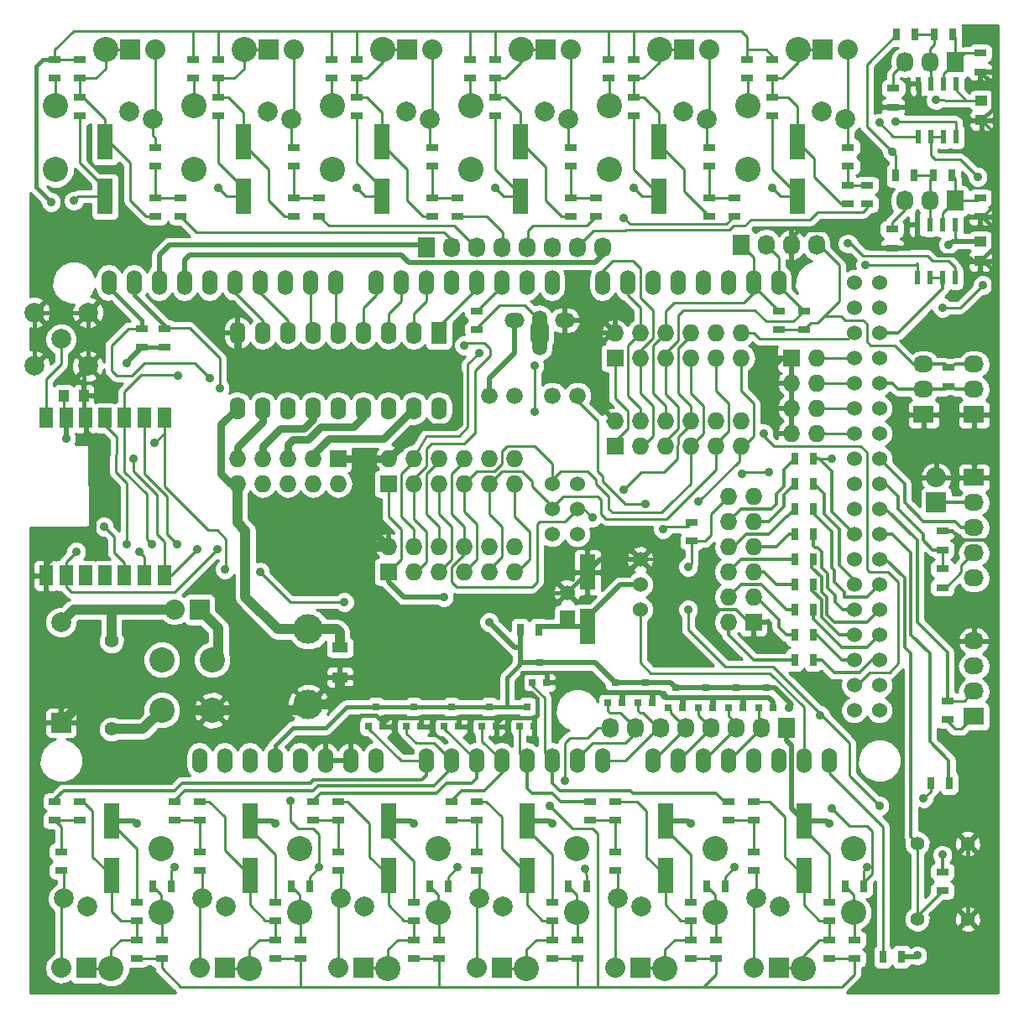
<source format=gbr>
G04 #@! TF.FileFunction,Copper,L2,Bot,Signal*
%FSLAX46Y46*%
G04 Gerber Fmt 4.6, Leading zero omitted, Abs format (unit mm)*
G04 Created by KiCad (PCBNEW (2014-12-08 BZR 5317)-product) date mar. 23 déc. 2014 08:50:27 CET*
%MOMM*%
G01*
G04 APERTURE LIST*
%ADD10C,0.150000*%
%ADD11C,0.762000*%
%ADD12C,1.998980*%
%ADD13R,1.998980X1.998980*%
%ADD14C,2.540000*%
%ADD15R,1.727200X1.727200*%
%ADD16O,1.727200X1.727200*%
%ADD17R,1.727200X2.032000*%
%ADD18O,1.727200X2.032000*%
%ADD19R,2.032000X2.032000*%
%ADD20O,2.032000X2.032000*%
%ADD21R,2.032000X1.727200*%
%ADD22O,2.032000X1.727200*%
%ADD23C,1.397000*%
%ADD24R,1.574800X2.286000*%
%ADD25O,1.574800X2.286000*%
%ADD26O,1.501140X1.998980*%
%ADD27O,1.998980X1.501140*%
%ADD28R,1.600200X3.599180*%
%ADD29C,1.676400*%
%ADD30R,0.599440X1.399540*%
%ADD31C,1.524000*%
%ADD32C,2.999740*%
%ADD33R,1.600000X1.000000*%
%ADD34R,1.000000X1.250000*%
%ADD35R,1.250000X1.000000*%
%ADD36R,0.800100X0.800100*%
%ADD37R,1.300000X0.700000*%
%ADD38R,0.700000X1.300000*%
%ADD39R,1.524000X1.524000*%
%ADD40O,1.524000X2.540000*%
%ADD41R,1.399540X1.998980*%
%ADD42C,0.889000*%
%ADD43C,0.500000*%
%ADD44C,0.254000*%
%ADD45C,1.000000*%
%ADD46C,0.800000*%
%ADD47C,0.400000*%
%ADD48C,0.300000*%
G04 APERTURE END LIST*
D10*
D11*
X166370000Y-64389000D02*
X166370000Y-65024000D01*
X166941500Y-64135000D02*
X166941500Y-65405000D01*
X165798500Y-64135000D02*
X165798500Y-65405000D01*
D12*
X118110000Y-93980000D03*
D13*
X118110000Y-104140000D03*
D14*
X136555480Y-36189920D03*
X131541520Y-48290480D03*
X131541520Y-41798240D03*
D12*
X141361160Y-43220640D03*
X138925300Y-42410380D03*
D14*
X150525480Y-36189920D03*
X145511520Y-48290480D03*
X145511520Y-41798240D03*
D12*
X155331160Y-43220640D03*
X152895300Y-42410380D03*
D14*
X164495480Y-36189920D03*
X159481520Y-48290480D03*
X159481520Y-41798240D03*
D12*
X169301160Y-43220640D03*
X166865300Y-42410380D03*
D14*
X178465480Y-36189920D03*
X173451520Y-48290480D03*
X173451520Y-41798240D03*
D12*
X183271160Y-43220640D03*
X180835300Y-42410380D03*
D14*
X192435480Y-36189920D03*
X187421520Y-48290480D03*
X187421520Y-41798240D03*
D12*
X197241160Y-43220640D03*
X194805300Y-42410380D03*
D14*
X123159520Y-128910080D03*
X128173480Y-116809520D03*
X128173480Y-123301760D03*
D12*
X118353840Y-121879360D03*
X120789700Y-122689620D03*
D14*
X137129520Y-128910080D03*
X142143480Y-116809520D03*
X142143480Y-123301760D03*
D12*
X132323840Y-121879360D03*
X134759700Y-122689620D03*
D14*
X151099520Y-128910080D03*
X156113480Y-116809520D03*
X156113480Y-123301760D03*
D12*
X146293840Y-121879360D03*
X148729700Y-122689620D03*
D14*
X165069520Y-128910080D03*
X170083480Y-116809520D03*
X170083480Y-123301760D03*
D12*
X160263840Y-121879360D03*
X162699700Y-122689620D03*
D14*
X179039520Y-128910080D03*
X184053480Y-116809520D03*
X184053480Y-123301760D03*
D12*
X174233840Y-121879360D03*
X176669700Y-122689620D03*
D14*
X193009520Y-128910080D03*
X198023480Y-116809520D03*
X198023480Y-123301760D03*
D12*
X188203840Y-121879360D03*
X190639700Y-122689620D03*
D15*
X151130000Y-80010000D03*
D16*
X151130000Y-77470000D03*
X153670000Y-80010000D03*
X153670000Y-77470000D03*
X156210000Y-80010000D03*
X156210000Y-77470000D03*
X158750000Y-80010000D03*
X158750000Y-77470000D03*
X161290000Y-80010000D03*
X161290000Y-77470000D03*
X163830000Y-80010000D03*
X163830000Y-77470000D03*
D15*
X173990000Y-76200000D03*
D16*
X173990000Y-73660000D03*
X176530000Y-76200000D03*
X176530000Y-73660000D03*
X179070000Y-76200000D03*
X179070000Y-73660000D03*
X181610000Y-76200000D03*
X181610000Y-73660000D03*
X184150000Y-76200000D03*
X184150000Y-73660000D03*
X186690000Y-76200000D03*
X186690000Y-73660000D03*
D15*
X173990000Y-67310000D03*
D16*
X173990000Y-64770000D03*
X176530000Y-67310000D03*
X176530000Y-64770000D03*
X179070000Y-67310000D03*
X179070000Y-64770000D03*
X181610000Y-67310000D03*
X181610000Y-64770000D03*
X184150000Y-67310000D03*
X184150000Y-64770000D03*
X186690000Y-67310000D03*
X186690000Y-64770000D03*
D17*
X186690000Y-55880000D03*
D18*
X189230000Y-55880000D03*
X191770000Y-55880000D03*
X194310000Y-55880000D03*
D19*
X206375000Y-81915000D03*
D20*
X206375000Y-79375000D03*
D19*
X125095000Y-36195000D03*
D20*
X127635000Y-36195000D03*
D19*
X139065000Y-36195000D03*
D20*
X141605000Y-36195000D03*
D19*
X153035000Y-36195000D03*
D20*
X155575000Y-36195000D03*
D19*
X167005000Y-36195000D03*
D20*
X169545000Y-36195000D03*
D19*
X180975000Y-36195000D03*
D20*
X183515000Y-36195000D03*
D19*
X194945000Y-36195000D03*
D20*
X197485000Y-36195000D03*
D19*
X132080000Y-92710000D03*
D20*
X129540000Y-92710000D03*
D19*
X120650000Y-128905000D03*
D20*
X118110000Y-128905000D03*
D19*
X134620000Y-128905000D03*
D20*
X132080000Y-128905000D03*
D19*
X148590000Y-128905000D03*
D20*
X146050000Y-128905000D03*
D19*
X162560000Y-128905000D03*
D20*
X160020000Y-128905000D03*
D19*
X176530000Y-128905000D03*
D20*
X173990000Y-128905000D03*
D19*
X190500000Y-128905000D03*
D20*
X187960000Y-128905000D03*
D21*
X210185000Y-79375000D03*
D22*
X210185000Y-81915000D03*
X210185000Y-84455000D03*
X210185000Y-86995000D03*
X210185000Y-89535000D03*
D21*
X210185000Y-103505000D03*
D22*
X210185000Y-100965000D03*
X210185000Y-98425000D03*
X210185000Y-95885000D03*
D21*
X205105000Y-73025000D03*
D22*
X205105000Y-70485000D03*
X205105000Y-67945000D03*
D23*
X123190000Y-104775000D03*
X123190000Y-95885000D03*
D24*
X156210000Y-64770000D03*
D25*
X153670000Y-64770000D03*
X151130000Y-64770000D03*
X148590000Y-64770000D03*
X146050000Y-64770000D03*
X143510000Y-64770000D03*
X140970000Y-64770000D03*
X138430000Y-64770000D03*
X135890000Y-64770000D03*
X135890000Y-72390000D03*
X138430000Y-72390000D03*
X140970000Y-72390000D03*
X143510000Y-72390000D03*
X146050000Y-72390000D03*
X148590000Y-72390000D03*
X151130000Y-72390000D03*
X153670000Y-72390000D03*
X156210000Y-72390000D03*
D21*
X210185000Y-73025000D03*
D22*
X210185000Y-70485000D03*
X210185000Y-67945000D03*
D26*
X166370000Y-66040000D03*
D27*
X168910000Y-63500000D03*
X163830000Y-63500000D03*
D26*
X166370000Y-63500000D03*
D28*
X122555000Y-45509180D03*
X122555000Y-51010820D03*
X136525000Y-45509180D03*
X136525000Y-51010820D03*
X150495000Y-45509180D03*
X150495000Y-51010820D03*
X164465000Y-45509180D03*
X164465000Y-51010820D03*
X178435000Y-45509180D03*
X178435000Y-51010820D03*
X192405000Y-45509180D03*
X192405000Y-51010820D03*
X123190000Y-119590820D03*
X123190000Y-114089180D03*
X137160000Y-119590820D03*
X137160000Y-114089180D03*
X151130000Y-119590820D03*
X151130000Y-114089180D03*
X165100000Y-119590820D03*
X165100000Y-114089180D03*
X179070000Y-119590820D03*
X179070000Y-114089180D03*
X193040000Y-119590820D03*
X193040000Y-114089180D03*
X171196000Y-94444820D03*
X171196000Y-88943180D03*
D29*
X170180000Y-71120000D03*
X167640000Y-71120000D03*
X163830000Y-71120000D03*
X161290000Y-71120000D03*
D30*
X208407000Y-39624000D03*
X208407000Y-44958000D03*
X207137000Y-39624000D03*
X205867000Y-39624000D03*
X204597000Y-39624000D03*
X207137000Y-44958000D03*
X205867000Y-44958000D03*
X204597000Y-44958000D03*
X208280000Y-53848000D03*
X208280000Y-59182000D03*
X207010000Y-53848000D03*
X205740000Y-53848000D03*
X204470000Y-53848000D03*
X207010000Y-59182000D03*
X205740000Y-59182000D03*
X204470000Y-59182000D03*
D23*
X204470000Y-116332000D03*
X209550000Y-116332000D03*
X204470000Y-123952000D03*
X209550000Y-123952000D03*
D31*
X176530000Y-92710000D03*
X176530000Y-90170000D03*
X176530000Y-87630000D03*
D32*
X143065500Y-102298500D03*
X143065500Y-94678500D03*
D33*
X146240500Y-96544000D03*
X146240500Y-99544000D03*
D34*
X120380000Y-71120000D03*
X118380000Y-71120000D03*
D35*
X210947000Y-41291000D03*
X210947000Y-43291000D03*
X210820000Y-55515000D03*
X210820000Y-57515000D03*
D36*
X150561040Y-104505760D03*
X149158960Y-104505760D03*
X149860000Y-102506780D03*
X154371040Y-104505760D03*
X152968960Y-104505760D03*
X153670000Y-102506780D03*
X158181040Y-104505760D03*
X156778960Y-104505760D03*
X157480000Y-102506780D03*
X165801040Y-104505760D03*
X164398960Y-104505760D03*
X165100000Y-102506780D03*
X167071040Y-100060760D03*
X165668960Y-100060760D03*
X166370000Y-98061780D03*
X161991040Y-104505760D03*
X160588960Y-104505760D03*
X161290000Y-102506780D03*
X174691040Y-102092760D03*
X173288960Y-102092760D03*
X173990000Y-100093780D03*
X177739040Y-102092760D03*
X176336960Y-102092760D03*
X177038000Y-100093780D03*
X180787040Y-102600760D03*
X179384960Y-102600760D03*
X180086000Y-100601780D03*
X183835040Y-102600760D03*
X182432960Y-102600760D03*
X183134000Y-100601780D03*
X186883040Y-102600760D03*
X185480960Y-102600760D03*
X186182000Y-100601780D03*
X189931040Y-102600760D03*
X188528960Y-102600760D03*
X189230000Y-100601780D03*
D37*
X117475000Y-39050000D03*
X117475000Y-37150000D03*
X120015000Y-39050000D03*
X120015000Y-37150000D03*
X127635000Y-46040000D03*
X127635000Y-47940000D03*
X127635000Y-53020000D03*
X127635000Y-51120000D03*
X120015000Y-40960000D03*
X120015000Y-42860000D03*
X131445000Y-39050000D03*
X131445000Y-37150000D03*
X133985000Y-39050000D03*
X133985000Y-37150000D03*
X141605000Y-46040000D03*
X141605000Y-47940000D03*
X141605000Y-53020000D03*
X141605000Y-51120000D03*
X133985000Y-40960000D03*
X133985000Y-42860000D03*
X145415000Y-39050000D03*
X145415000Y-37150000D03*
X147955000Y-39050000D03*
X147955000Y-37150000D03*
X155575000Y-46040000D03*
X155575000Y-47940000D03*
X155575000Y-53020000D03*
X155575000Y-51120000D03*
X147955000Y-40960000D03*
X147955000Y-42860000D03*
X159385000Y-39050000D03*
X159385000Y-37150000D03*
X161925000Y-39050000D03*
X161925000Y-37150000D03*
X169545000Y-46040000D03*
X169545000Y-47940000D03*
X169545000Y-53020000D03*
X169545000Y-51120000D03*
X161925000Y-40960000D03*
X161925000Y-42860000D03*
X173355000Y-39050000D03*
X173355000Y-37150000D03*
X175895000Y-39050000D03*
X175895000Y-37150000D03*
X183515000Y-46040000D03*
X183515000Y-47940000D03*
X183515000Y-53020000D03*
X183515000Y-51120000D03*
X175895000Y-40960000D03*
X175895000Y-42860000D03*
X187325000Y-39050000D03*
X187325000Y-37150000D03*
X189865000Y-39050000D03*
X189865000Y-37150000D03*
X197485000Y-46040000D03*
X197485000Y-47940000D03*
X197485000Y-51750000D03*
X197485000Y-49850000D03*
X189865000Y-40960000D03*
X189865000Y-42860000D03*
X130175000Y-51120000D03*
X130175000Y-53020000D03*
X144145000Y-51120000D03*
X144145000Y-53020000D03*
X158115000Y-51120000D03*
X158115000Y-53020000D03*
X172085000Y-51120000D03*
X172085000Y-53020000D03*
X186055000Y-51120000D03*
X186055000Y-53020000D03*
X199390000Y-49850000D03*
X199390000Y-51750000D03*
D38*
X127320000Y-120650000D03*
X129220000Y-120650000D03*
D37*
X128270000Y-126050000D03*
X128270000Y-127950000D03*
X125730000Y-126050000D03*
X125730000Y-127950000D03*
X118110000Y-119060000D03*
X118110000Y-117160000D03*
X120015000Y-112080000D03*
X120015000Y-113980000D03*
X125730000Y-124140000D03*
X125730000Y-122240000D03*
D38*
X141290000Y-120650000D03*
X143190000Y-120650000D03*
D37*
X142240000Y-126050000D03*
X142240000Y-127950000D03*
X139700000Y-126050000D03*
X139700000Y-127950000D03*
X132080000Y-119060000D03*
X132080000Y-117160000D03*
X132080000Y-112080000D03*
X132080000Y-113980000D03*
X139700000Y-124140000D03*
X139700000Y-122240000D03*
D38*
X155260000Y-120650000D03*
X157160000Y-120650000D03*
D37*
X156210000Y-126050000D03*
X156210000Y-127950000D03*
X153670000Y-126050000D03*
X153670000Y-127950000D03*
X146050000Y-119060000D03*
X146050000Y-117160000D03*
X146050000Y-112080000D03*
X146050000Y-113980000D03*
X153670000Y-124140000D03*
X153670000Y-122240000D03*
D38*
X169230000Y-120650000D03*
X171130000Y-120650000D03*
D37*
X170180000Y-126050000D03*
X170180000Y-127950000D03*
X167640000Y-126050000D03*
X167640000Y-127950000D03*
X160020000Y-119060000D03*
X160020000Y-117160000D03*
X160020000Y-112080000D03*
X160020000Y-113980000D03*
X167640000Y-124140000D03*
X167640000Y-122240000D03*
D38*
X183200000Y-120650000D03*
X185100000Y-120650000D03*
D37*
X184150000Y-126050000D03*
X184150000Y-127950000D03*
X181610000Y-126050000D03*
X181610000Y-127950000D03*
X173990000Y-119060000D03*
X173990000Y-117160000D03*
X173990000Y-112080000D03*
X173990000Y-113980000D03*
X181610000Y-124140000D03*
X181610000Y-122240000D03*
D38*
X197170000Y-120650000D03*
X199070000Y-120650000D03*
D37*
X198120000Y-126050000D03*
X198120000Y-127950000D03*
X195580000Y-126050000D03*
X195580000Y-127950000D03*
X187960000Y-119060000D03*
X187960000Y-117160000D03*
X187960000Y-112080000D03*
X187960000Y-113980000D03*
X195580000Y-124140000D03*
X195580000Y-122240000D03*
X160020000Y-62550000D03*
X160020000Y-64450000D03*
X181737000Y-85786000D03*
X181737000Y-83886000D03*
X117475000Y-113980000D03*
X117475000Y-112080000D03*
X129540000Y-113980000D03*
X129540000Y-112080000D03*
X143510000Y-113980000D03*
X143510000Y-112080000D03*
X157480000Y-113980000D03*
X157480000Y-112080000D03*
X171450000Y-113980000D03*
X171450000Y-112080000D03*
X185420000Y-113980000D03*
X185420000Y-112080000D03*
D38*
X164404000Y-94742000D03*
X166304000Y-94742000D03*
X202880000Y-127762000D03*
X200980000Y-127762000D03*
X205806000Y-110236000D03*
X207706000Y-110236000D03*
D37*
X207010000Y-121092000D03*
X207010000Y-119192000D03*
X207010000Y-88585000D03*
X207010000Y-90485000D03*
X207010000Y-84775000D03*
X207010000Y-86675000D03*
X207518000Y-103820000D03*
X207518000Y-101920000D03*
X207645000Y-70165000D03*
X207645000Y-68265000D03*
D38*
X192090000Y-77470000D03*
X193990000Y-77470000D03*
X192090000Y-80010000D03*
X193990000Y-80010000D03*
X192090000Y-82550000D03*
X193990000Y-82550000D03*
X192090000Y-85090000D03*
X193990000Y-85090000D03*
X192090000Y-87630000D03*
X193990000Y-87630000D03*
X192090000Y-90170000D03*
X193990000Y-90170000D03*
X192090000Y-92710000D03*
X193990000Y-92710000D03*
X192090000Y-95250000D03*
X193990000Y-95250000D03*
X192090000Y-97790000D03*
X193990000Y-97790000D03*
D37*
X193040000Y-62550000D03*
X193040000Y-64450000D03*
X190500000Y-62550000D03*
X190500000Y-64450000D03*
X126238000Y-64328000D03*
X126238000Y-66228000D03*
X128524000Y-64328000D03*
X128524000Y-66228000D03*
X210820000Y-38415000D03*
X210820000Y-36515000D03*
X210820000Y-53020000D03*
X210820000Y-51120000D03*
D38*
X202377000Y-34671000D03*
X204277000Y-34671000D03*
X202250000Y-48895000D03*
X204150000Y-48895000D03*
X208087000Y-34671000D03*
X206187000Y-34671000D03*
X207960000Y-48895000D03*
X206060000Y-48895000D03*
D37*
X202057000Y-40071000D03*
X202057000Y-41971000D03*
X201930000Y-54295000D03*
X201930000Y-56195000D03*
D15*
X151130000Y-88900000D03*
D16*
X151130000Y-86360000D03*
X153670000Y-88900000D03*
X153670000Y-86360000D03*
X156210000Y-88900000D03*
X156210000Y-86360000D03*
X158750000Y-88900000D03*
X158750000Y-86360000D03*
X161290000Y-88900000D03*
X161290000Y-86360000D03*
X163830000Y-88900000D03*
X163830000Y-86360000D03*
D15*
X187960000Y-93980000D03*
D16*
X185420000Y-93980000D03*
X187960000Y-91440000D03*
X185420000Y-91440000D03*
X187960000Y-88900000D03*
X185420000Y-88900000D03*
X187960000Y-86360000D03*
X185420000Y-86360000D03*
X187960000Y-83820000D03*
X185420000Y-83820000D03*
X187960000Y-81280000D03*
X185420000Y-81280000D03*
D15*
X146050000Y-77470000D03*
D16*
X146050000Y-80010000D03*
X143510000Y-77470000D03*
X143510000Y-80010000D03*
X140970000Y-77470000D03*
X140970000Y-80010000D03*
X138430000Y-77470000D03*
X138430000Y-80010000D03*
X135890000Y-77470000D03*
X135890000Y-80010000D03*
D15*
X191770000Y-67310000D03*
D16*
X194310000Y-67310000D03*
X191770000Y-69850000D03*
X194310000Y-69850000D03*
X191770000Y-72390000D03*
X194310000Y-72390000D03*
X191770000Y-74930000D03*
X194310000Y-74930000D03*
D17*
X208280000Y-37465000D03*
D18*
X205740000Y-37465000D03*
X203200000Y-37465000D03*
D17*
X208280000Y-51435000D03*
D18*
X205740000Y-51435000D03*
X203200000Y-51435000D03*
D17*
X154940000Y-56134000D03*
D18*
X157480000Y-56134000D03*
X160020000Y-56134000D03*
X162560000Y-56134000D03*
X165100000Y-56134000D03*
X167640000Y-56134000D03*
X170180000Y-56134000D03*
X172720000Y-56134000D03*
D17*
X191262000Y-104648000D03*
D18*
X188722000Y-104648000D03*
X186182000Y-104648000D03*
X183642000Y-104648000D03*
X181102000Y-104648000D03*
X178562000Y-104648000D03*
X176022000Y-104648000D03*
X173482000Y-104648000D03*
D39*
X169164000Y-93535500D03*
D31*
X169164000Y-90995500D03*
D40*
X172720000Y-59690000D03*
X175260000Y-59690000D03*
X177800000Y-59690000D03*
X180340000Y-59690000D03*
X182880000Y-59690000D03*
X185420000Y-59690000D03*
X187960000Y-59690000D03*
X190500000Y-59690000D03*
X195580000Y-107950000D03*
X193040000Y-107950000D03*
X190500000Y-107950000D03*
X187960000Y-107950000D03*
X177800000Y-107950000D03*
X172720000Y-107950000D03*
X170180000Y-107950000D03*
X180340000Y-107950000D03*
X182880000Y-107950000D03*
X185420000Y-107950000D03*
X167640000Y-107950000D03*
X165100000Y-107950000D03*
X162560000Y-107950000D03*
X154940000Y-107950000D03*
X157480000Y-107950000D03*
X160020000Y-107950000D03*
X149860000Y-107950000D03*
X147320000Y-107950000D03*
X144780000Y-107950000D03*
X139700000Y-107950000D03*
X137160000Y-107950000D03*
X167640000Y-59690000D03*
X165100000Y-59690000D03*
X162560000Y-59690000D03*
X160020000Y-59690000D03*
X157480000Y-59690000D03*
X154940000Y-59690000D03*
X152400000Y-59690000D03*
X149860000Y-59690000D03*
X145796000Y-59690000D03*
X143256000Y-59690000D03*
X140716000Y-59690000D03*
X138176000Y-59690000D03*
X135636000Y-59690000D03*
X133096000Y-59690000D03*
X130556000Y-59690000D03*
X128016000Y-59690000D03*
X142240000Y-107950000D03*
D31*
X198120000Y-62230000D03*
X200660000Y-62230000D03*
X198120000Y-64770000D03*
X200660000Y-64770000D03*
X198120000Y-67310000D03*
X200660000Y-67310000D03*
X198120000Y-69850000D03*
X200660000Y-69850000D03*
X198120000Y-59690000D03*
X200660000Y-59690000D03*
X200660000Y-72390000D03*
X198120000Y-72390000D03*
X198120000Y-74930000D03*
X200660000Y-74930000D03*
X198120000Y-77470000D03*
X200660000Y-77470000D03*
X198120000Y-80010000D03*
X200660000Y-80010000D03*
X198120000Y-82550000D03*
X200660000Y-82550000D03*
X198120000Y-85090000D03*
X200660000Y-85090000D03*
X198120000Y-87630000D03*
X200660000Y-87630000D03*
X198120000Y-90170000D03*
X200660000Y-90170000D03*
X198120000Y-92710000D03*
X200660000Y-92710000D03*
X198120000Y-95250000D03*
X200660000Y-95250000D03*
X198120000Y-97790000D03*
X200660000Y-97790000D03*
X198120000Y-100330000D03*
X200660000Y-100330000D03*
X198120000Y-102870000D03*
X200660000Y-102870000D03*
X167640000Y-80010000D03*
X170180000Y-80010000D03*
X167640000Y-82550000D03*
X170180000Y-82550000D03*
X167640000Y-85090000D03*
X170180000Y-85090000D03*
D40*
X134620000Y-107950000D03*
X132080000Y-107950000D03*
X125476000Y-59690000D03*
X122936000Y-59690000D03*
D12*
X118110000Y-65405000D03*
X115409980Y-62704980D03*
X115409980Y-68105020D03*
X120810020Y-68105020D03*
X120810020Y-62704980D03*
D14*
X122585480Y-36189920D03*
X117571520Y-48290480D03*
X117571520Y-41798240D03*
D12*
X127391160Y-43220640D03*
X124955300Y-42410380D03*
D41*
X128506220Y-89230200D03*
X126504700Y-89258140D03*
X124505720Y-89258140D03*
X122555000Y-89258140D03*
X120604280Y-89258140D03*
X118605300Y-89258140D03*
X116603780Y-89258140D03*
X116603780Y-73357740D03*
X118605300Y-73357740D03*
X120604280Y-73357740D03*
X122555000Y-73357740D03*
X124505720Y-73357740D03*
X126504700Y-73357740D03*
X128506220Y-73357740D03*
D14*
X133350000Y-102870000D03*
X133350000Y-97790000D03*
X128270000Y-97790000D03*
X128270000Y-102870000D03*
D42*
X189865000Y-50165000D03*
X147955000Y-50165000D03*
X161925000Y-50165000D03*
X175895000Y-50165000D03*
X133985000Y-50165000D03*
X119380000Y-51435000D03*
X158242000Y-68961000D03*
X172339000Y-69469000D03*
X188722000Y-69469000D03*
X117856000Y-86868000D03*
X207645000Y-55880000D03*
X191516000Y-102616000D03*
X156718000Y-91440000D03*
X161290000Y-93980000D03*
X201930000Y-46482000D03*
X206375000Y-41275000D03*
X207010000Y-117475000D03*
X118618000Y-75438000D03*
X124714000Y-67818000D03*
X178816000Y-84582000D03*
X177038000Y-82042000D03*
X174879000Y-53149500D03*
X204470000Y-127635000D03*
X205105000Y-111760000D03*
X202311000Y-43434000D03*
X207010000Y-62230000D03*
X211074000Y-59944000D03*
X210566000Y-49022000D03*
X200660000Y-43561000D03*
X197485000Y-55753000D03*
X199263000Y-57912000D03*
X131826000Y-86614000D03*
X125412500Y-77470000D03*
X122428000Y-84328000D03*
X133858000Y-86614000D03*
X119634000Y-86868000D03*
X124714000Y-86106000D03*
X129921000Y-69088000D03*
X174879000Y-80645000D03*
X171704000Y-83439000D03*
X127254000Y-86106000D03*
X129794000Y-86106000D03*
X146685000Y-91948000D03*
X138176000Y-88900000D03*
X134620000Y-88646000D03*
X188976000Y-74930000D03*
X127571500Y-75882500D03*
X158750000Y-66040000D03*
X160274000Y-66802000D03*
X165862000Y-68072000D03*
X165862000Y-72771000D03*
X182372000Y-81788000D03*
X189484000Y-78867000D03*
X186817000Y-78994000D03*
X194691000Y-103378000D03*
X141224000Y-112014000D03*
X181356000Y-88392000D03*
X181356000Y-92710000D03*
X200660000Y-112522000D03*
X195834000Y-112776000D03*
X129540000Y-118745000D03*
X199390000Y-118745000D03*
X186055000Y-118745000D03*
X170942000Y-118872000D03*
X158115000Y-118745000D03*
X144145000Y-118745000D03*
X195834000Y-77470000D03*
X134112000Y-70358000D03*
X133096000Y-69342000D03*
X117094000Y-51562000D03*
X125984000Y-86868000D03*
X125730000Y-114300000D03*
X195580000Y-114300000D03*
X139700000Y-114300000D03*
X153670000Y-114300000D03*
X167640000Y-114300000D03*
X181610000Y-114300000D03*
X167386000Y-112522000D03*
X168910000Y-109982000D03*
D43*
X172847000Y-56007000D02*
X172847000Y-56261000D01*
D44*
X122555000Y-50165000D02*
X122555000Y-51010820D01*
X120015000Y-47625000D02*
X122555000Y-50165000D01*
X120015000Y-42860000D02*
X120015000Y-47625000D01*
X136525000Y-50165000D02*
X136525000Y-51010820D01*
X133985000Y-46990000D02*
X133985000Y-47625000D01*
X133985000Y-47625000D02*
X136525000Y-50165000D01*
X133985000Y-42860000D02*
X133985000Y-46990000D01*
X150495000Y-50165000D02*
X150495000Y-51010820D01*
X147955000Y-47625000D02*
X150495000Y-50165000D01*
X147955000Y-42860000D02*
X147955000Y-47625000D01*
X164465000Y-50800000D02*
X164465000Y-51010820D01*
X161925000Y-46990000D02*
X161925000Y-48260000D01*
X161925000Y-48260000D02*
X164465000Y-50800000D01*
X161925000Y-42860000D02*
X161925000Y-46990000D01*
X178435000Y-50800000D02*
X178435000Y-51010820D01*
X175895000Y-48260000D02*
X178435000Y-50800000D01*
X175895000Y-42860000D02*
X175895000Y-48260000D01*
X192405000Y-50800000D02*
X192405000Y-51010820D01*
X189865000Y-48260000D02*
X192405000Y-50800000D01*
X189865000Y-42860000D02*
X189865000Y-48260000D01*
X119804180Y-51010820D02*
X122555000Y-51010820D01*
X134830820Y-51010820D02*
X136525000Y-51010820D01*
X148800820Y-51010820D02*
X150495000Y-51010820D01*
X162770820Y-51010820D02*
X164465000Y-51010820D01*
X176740820Y-51010820D02*
X178435000Y-51010820D01*
X190710820Y-51010820D02*
X192405000Y-51010820D01*
X122555000Y-51010820D02*
X122555000Y-52197000D01*
X189865000Y-50165000D02*
X190710820Y-51010820D01*
X147955000Y-50165000D02*
X148800820Y-51010820D01*
X161925000Y-50165000D02*
X162770820Y-51010820D01*
X175895000Y-50165000D02*
X176740820Y-51010820D01*
X133985000Y-50165000D02*
X134830820Y-51010820D01*
X119380000Y-51435000D02*
X119804180Y-51010820D01*
D43*
X172720000Y-56896000D02*
X172720000Y-56134000D01*
X130556000Y-57404000D02*
X131064000Y-56896000D01*
X131064000Y-56896000D02*
X152400000Y-56896000D01*
X152400000Y-56896000D02*
X153162000Y-57658000D01*
X153162000Y-57658000D02*
X171958000Y-57658000D01*
X171958000Y-57658000D02*
X172720000Y-56896000D01*
X130556000Y-59690000D02*
X130556000Y-57404000D01*
D44*
X121605000Y-39050000D02*
X122585480Y-38069520D01*
X122585480Y-38069520D02*
X122585480Y-36189920D01*
X120015000Y-39050000D02*
X121605000Y-39050000D01*
X125089920Y-36189920D02*
X125095000Y-36195000D01*
X122585480Y-36189920D02*
X125089920Y-36189920D01*
X120015000Y-39050000D02*
X120015000Y-40960000D01*
X122555000Y-43180000D02*
X122555000Y-45509180D01*
X120335000Y-40960000D02*
X122555000Y-43180000D01*
X120015000Y-40960000D02*
X120335000Y-40960000D01*
X125095000Y-47625000D02*
X125095000Y-51435000D01*
X125095000Y-51435000D02*
X126680000Y-53020000D01*
X126680000Y-53020000D02*
X127635000Y-53020000D01*
X122979180Y-45509180D02*
X125095000Y-47625000D01*
X122555000Y-45509180D02*
X122979180Y-45509180D01*
X135575000Y-39050000D02*
X136555480Y-38069520D01*
X136555480Y-38069520D02*
X136555480Y-36189920D01*
X133985000Y-39050000D02*
X135575000Y-39050000D01*
X139059920Y-36189920D02*
X139065000Y-36195000D01*
X136555480Y-36189920D02*
X139059920Y-36189920D01*
X133985000Y-39050000D02*
X133985000Y-40960000D01*
X134940000Y-40960000D02*
X136525000Y-42545000D01*
X136525000Y-42545000D02*
X136525000Y-45509180D01*
X133985000Y-40960000D02*
X134940000Y-40960000D01*
X139065000Y-48260000D02*
X139065000Y-51435000D01*
X139065000Y-51435000D02*
X140650000Y-53020000D01*
X140650000Y-53020000D02*
X141605000Y-53020000D01*
X136525000Y-45720000D02*
X139065000Y-48260000D01*
X136525000Y-45509180D02*
X136525000Y-45720000D01*
X148910000Y-39050000D02*
X147955000Y-39050000D01*
X150525480Y-37434520D02*
X148910000Y-39050000D01*
X150525480Y-36189920D02*
X150525480Y-37434520D01*
X150530560Y-36195000D02*
X150525480Y-36189920D01*
X153035000Y-36195000D02*
X150530560Y-36195000D01*
X147955000Y-39050000D02*
X147955000Y-40960000D01*
X148910000Y-40960000D02*
X150495000Y-42545000D01*
X150495000Y-42545000D02*
X150495000Y-45509180D01*
X147955000Y-40960000D02*
X148910000Y-40960000D01*
X153035000Y-48260000D02*
X153035000Y-51435000D01*
X153035000Y-51435000D02*
X154620000Y-53020000D01*
X154620000Y-53020000D02*
X155575000Y-53020000D01*
X150495000Y-45720000D02*
X153035000Y-48260000D01*
X150495000Y-45509180D02*
X150495000Y-45720000D01*
X161925000Y-40960000D02*
X161925000Y-39050000D01*
X164495480Y-37434520D02*
X164495480Y-36189920D01*
X162880000Y-39050000D02*
X164495480Y-37434520D01*
X161925000Y-39050000D02*
X162880000Y-39050000D01*
X166999920Y-36189920D02*
X167005000Y-36195000D01*
X164495480Y-36189920D02*
X166999920Y-36189920D01*
X167005000Y-48049180D02*
X164465000Y-45509180D01*
X167005000Y-51435000D02*
X167005000Y-48049180D01*
X168590000Y-53020000D02*
X167005000Y-51435000D01*
X169545000Y-53020000D02*
X168590000Y-53020000D01*
X162880000Y-40960000D02*
X164465000Y-42545000D01*
X164465000Y-42545000D02*
X164465000Y-45509180D01*
X161925000Y-40960000D02*
X162880000Y-40960000D01*
X178465480Y-37429520D02*
X178465480Y-36189920D01*
X176845000Y-39050000D02*
X178465480Y-37429520D01*
X175895000Y-39050000D02*
X176845000Y-39050000D01*
X180969920Y-36189920D02*
X180975000Y-36195000D01*
X178465480Y-36189920D02*
X180969920Y-36189920D01*
X175895000Y-39050000D02*
X175895000Y-40960000D01*
X176850000Y-40960000D02*
X178435000Y-42545000D01*
X178435000Y-42545000D02*
X178435000Y-45509180D01*
X175895000Y-40960000D02*
X176850000Y-40960000D01*
X180975000Y-48260000D02*
X180975000Y-50480000D01*
X180975000Y-50480000D02*
X183515000Y-53020000D01*
X178435000Y-45720000D02*
X180975000Y-48260000D01*
X178435000Y-45509180D02*
X178435000Y-45720000D01*
X189865000Y-40960000D02*
X189865000Y-39050000D01*
X192435480Y-37434520D02*
X192435480Y-36189920D01*
X190820000Y-39050000D02*
X192435480Y-37434520D01*
X189865000Y-39050000D02*
X190820000Y-39050000D01*
X194939920Y-36189920D02*
X194945000Y-36195000D01*
X192435480Y-36189920D02*
X194939920Y-36189920D01*
X191455000Y-40960000D02*
X192405000Y-41910000D01*
X192405000Y-41910000D02*
X192405000Y-45509180D01*
X189865000Y-40960000D02*
X191455000Y-40960000D01*
X192405000Y-45509180D02*
X192405000Y-45720000D01*
X196784000Y-51750000D02*
X194056000Y-49022000D01*
X194056000Y-49022000D02*
X194056000Y-47160180D01*
X194056000Y-47160180D02*
X192405000Y-45509180D01*
X197485000Y-51750000D02*
X196784000Y-51750000D01*
D45*
X135890000Y-80010000D02*
X135890000Y-83947000D01*
X139954000Y-94678500D02*
X143065500Y-94678500D01*
X136715500Y-91440000D02*
X139954000Y-94678500D01*
X136715500Y-84772500D02*
X136715500Y-91440000D01*
X135890000Y-83947000D02*
X136715500Y-84772500D01*
X143065500Y-94678500D02*
X145923000Y-94678500D01*
X145923000Y-94678500D02*
X146240500Y-94996000D01*
X146240500Y-94996000D02*
X146240500Y-96544000D01*
D46*
X134239000Y-74041000D02*
X135890000Y-72390000D01*
X134239000Y-78994000D02*
X134239000Y-74041000D01*
X135255000Y-80010000D02*
X134239000Y-78994000D01*
X135890000Y-80010000D02*
X135255000Y-80010000D01*
X135890000Y-80645000D02*
X135890000Y-80645000D01*
X135890000Y-80010000D02*
X135890000Y-80645000D01*
D47*
X169164000Y-90995500D02*
X166624000Y-90995500D01*
X156972000Y-94551500D02*
X148971000Y-94551500D01*
X159448500Y-92075000D02*
X156972000Y-94551500D01*
X165544500Y-92075000D02*
X159448500Y-92075000D01*
X166624000Y-90995500D02*
X165544500Y-92075000D01*
X169164000Y-90995500D02*
X169164000Y-90975180D01*
X169164000Y-90975180D02*
X171196000Y-88943180D01*
D45*
X151130000Y-86360000D02*
X149669500Y-86360000D01*
X149669500Y-86360000D02*
X148971000Y-87058500D01*
X148971000Y-87058500D02*
X148971000Y-94551500D01*
X148907500Y-100965000D02*
X146240500Y-100965000D01*
X148971000Y-94551500D02*
X148971000Y-101028500D01*
X148971000Y-101028500D02*
X148907500Y-100965000D01*
X143065500Y-102298500D02*
X144970500Y-102298500D01*
X146240500Y-101028500D02*
X146240500Y-100965000D01*
X144970500Y-102298500D02*
X146240500Y-101028500D01*
X146240500Y-100965000D02*
X146240500Y-99544000D01*
X133350000Y-102870000D02*
X142494000Y-102870000D01*
X142494000Y-102870000D02*
X143065500Y-102298500D01*
D47*
X210820000Y-57515000D02*
X210042000Y-57515000D01*
X206502000Y-56896000D02*
X204724000Y-55118000D01*
X209423000Y-56896000D02*
X206502000Y-56896000D01*
X210042000Y-57515000D02*
X209423000Y-56896000D01*
X210947000Y-43291000D02*
X209915000Y-43291000D01*
X205613000Y-42418000D02*
X204279500Y-41084500D01*
X209042000Y-42418000D02*
X205613000Y-42418000D01*
X209915000Y-43291000D02*
X209042000Y-42418000D01*
X189865000Y-102666800D02*
X189931040Y-102600760D01*
X191770000Y-67310000D02*
X190881000Y-67310000D01*
X190881000Y-67310000D02*
X188722000Y-69469000D01*
X120380000Y-73133460D02*
X120604280Y-73357740D01*
X120380000Y-71120000D02*
X120380000Y-73133460D01*
X120380000Y-71120000D02*
X120380000Y-70440040D01*
X120380000Y-68535040D02*
X120810020Y-68105020D01*
X120380000Y-71120000D02*
X120380000Y-68535040D01*
X115409980Y-62704980D02*
X115409980Y-68105020D01*
X120810020Y-62704980D02*
X115409980Y-62704980D01*
X120810020Y-68105020D02*
X120810020Y-62704980D01*
D46*
X148844000Y-77470000D02*
X151130000Y-77470000D01*
X146050000Y-77470000D02*
X148844000Y-77470000D01*
X148844000Y-84074000D02*
X151130000Y-86360000D01*
X148844000Y-77470000D02*
X148844000Y-84074000D01*
X135890000Y-66421000D02*
X137287000Y-67437000D01*
X135890000Y-64770000D02*
X135890000Y-66421000D01*
X158115000Y-68834000D02*
X158242000Y-68961000D01*
X137287000Y-67437000D02*
X156718000Y-67437000D01*
X156718000Y-67437000D02*
X158115000Y-68834000D01*
X158242000Y-68961000D02*
X158242000Y-69088000D01*
X154305000Y-74295000D02*
X151130000Y-77470000D01*
X157861000Y-74295000D02*
X154305000Y-74295000D01*
X158242000Y-73914000D02*
X157861000Y-74295000D01*
X158242000Y-69088000D02*
X158242000Y-72898000D01*
X158242000Y-72898000D02*
X158242000Y-73914000D01*
D43*
X172720000Y-63500000D02*
X173990000Y-64770000D01*
X168910000Y-63500000D02*
X170942000Y-63500000D01*
X170942000Y-63500000D02*
X171323000Y-63500000D01*
X171323000Y-63500000D02*
X172720000Y-63500000D01*
X172339000Y-66167000D02*
X172339000Y-69469000D01*
X173736000Y-64770000D02*
X172339000Y-66167000D01*
X172339000Y-69469000D02*
X172339000Y-72009000D01*
X172339000Y-72009000D02*
X173990000Y-73660000D01*
X173990000Y-64770000D02*
X173736000Y-64770000D01*
D45*
X118110000Y-104140000D02*
X118110000Y-103505000D01*
X121920000Y-100330000D02*
X118110000Y-104140000D01*
X130175000Y-100330000D02*
X121920000Y-100330000D01*
X130810000Y-100965000D02*
X130175000Y-100330000D01*
X130810000Y-102235000D02*
X130810000Y-100965000D01*
X131445000Y-102870000D02*
X130810000Y-102235000D01*
X133350000Y-102870000D02*
X131445000Y-102870000D01*
D47*
X165801040Y-103825040D02*
X165801040Y-104505760D01*
X165608000Y-103632000D02*
X165801040Y-103825040D01*
X162560000Y-103632000D02*
X165608000Y-103632000D01*
X158242000Y-103632000D02*
X162560000Y-103632000D01*
X154432000Y-103632000D02*
X158242000Y-103632000D01*
X151130000Y-103632000D02*
X154432000Y-103632000D01*
X150561040Y-104200960D02*
X151130000Y-103632000D01*
X150561040Y-104505760D02*
X150561040Y-104200960D01*
X161991040Y-104200960D02*
X162560000Y-103632000D01*
X161991040Y-104505760D02*
X161991040Y-104200960D01*
X158181040Y-103632000D02*
X158242000Y-103632000D01*
X158181040Y-104505760D02*
X158181040Y-103632000D01*
X154371040Y-103632000D02*
X154432000Y-103632000D01*
X154371040Y-104505760D02*
X154371040Y-103632000D01*
X150561040Y-104079040D02*
X149860000Y-103378000D01*
X149860000Y-103378000D02*
X148336000Y-103378000D01*
X148336000Y-103378000D02*
X147320000Y-104394000D01*
X147320000Y-104394000D02*
X147320000Y-107950000D01*
X150561040Y-104505760D02*
X150561040Y-104079040D01*
X167071040Y-99060000D02*
X167132000Y-99060000D01*
X165801040Y-104505760D02*
X165801040Y-103692960D01*
X164651660Y-99060000D02*
X167132000Y-99060000D01*
X164592000Y-99119660D02*
X164651660Y-99060000D01*
X164592000Y-100764998D02*
X164592000Y-99119660D01*
X164919002Y-101092000D02*
X164592000Y-100764998D01*
X165548340Y-101092000D02*
X164919002Y-101092000D01*
X166116000Y-101659660D02*
X165548340Y-101092000D01*
X166116000Y-103378000D02*
X166116000Y-101659660D01*
X165801040Y-103692960D02*
X166116000Y-103378000D01*
X167071040Y-100060760D02*
X167071040Y-99060000D01*
X173990000Y-73660000D02*
X173228000Y-73660000D01*
D43*
X171196000Y-87376000D02*
X171196000Y-88943180D01*
X172509180Y-87630000D02*
X171196000Y-88943180D01*
X176530000Y-87630000D02*
X172509180Y-87630000D01*
D48*
X178562000Y-87630000D02*
X176530000Y-87630000D01*
X183642000Y-92710000D02*
X178562000Y-87630000D01*
X186182000Y-92710000D02*
X183642000Y-92710000D01*
X187452000Y-93980000D02*
X186182000Y-92710000D01*
D47*
X187960000Y-93980000D02*
X187452000Y-93980000D01*
X191770000Y-67310000D02*
X191770000Y-69850000D01*
X191770000Y-69850000D02*
X191770000Y-72390000D01*
X191770000Y-72390000D02*
X191770000Y-74930000D01*
X204597000Y-39624000D02*
X204597000Y-40767000D01*
X204279500Y-41084500D02*
X204597000Y-40767000D01*
X203393000Y-41971000D02*
X204279500Y-41084500D01*
X202057000Y-41971000D02*
X203393000Y-41971000D01*
X204724000Y-55118000D02*
X204470000Y-54864000D01*
X204470000Y-54864000D02*
X204470000Y-53848000D01*
X203647000Y-56195000D02*
X204724000Y-55118000D01*
X201930000Y-56195000D02*
X203647000Y-56195000D01*
X212090000Y-42148000D02*
X210947000Y-43291000D01*
X212090000Y-39624000D02*
X212090000Y-42148000D01*
X210881000Y-38415000D02*
X212090000Y-39624000D01*
X210820000Y-38415000D02*
X210881000Y-38415000D01*
X212090000Y-56245000D02*
X210820000Y-57515000D01*
X212090000Y-54102000D02*
X212090000Y-56245000D01*
X211008000Y-53020000D02*
X212090000Y-54102000D01*
X210820000Y-53020000D02*
X211008000Y-53020000D01*
X199705000Y-56195000D02*
X201930000Y-56195000D01*
X197866000Y-54356000D02*
X199705000Y-56195000D01*
X192532000Y-54356000D02*
X197866000Y-54356000D01*
X191770000Y-55118000D02*
X192532000Y-54356000D01*
X191770000Y-55880000D02*
X191770000Y-55118000D01*
X209550000Y-123952000D02*
X209550000Y-116332000D01*
X211185000Y-57515000D02*
X210820000Y-57515000D01*
X212090000Y-73025000D02*
X212090000Y-58420000D01*
X212090000Y-79375000D02*
X212090000Y-73025000D01*
X212090000Y-58420000D02*
X211185000Y-57515000D01*
X212090000Y-85725000D02*
X212090000Y-79375000D01*
X212090000Y-95885000D02*
X212090000Y-85725000D01*
X212090000Y-105410000D02*
X212090000Y-95885000D01*
X210820000Y-106680000D02*
X212090000Y-105410000D01*
X210820000Y-114935000D02*
X210820000Y-106680000D01*
X209550000Y-116205000D02*
X210820000Y-114935000D01*
X209550000Y-116332000D02*
X209550000Y-116205000D01*
X210185000Y-73025000D02*
X212090000Y-73025000D01*
X210185000Y-73025000D02*
X205105000Y-73025000D01*
X206375000Y-79375000D02*
X210185000Y-79375000D01*
X210185000Y-79375000D02*
X212090000Y-79375000D01*
X210185000Y-95885000D02*
X212090000Y-95885000D01*
D48*
X207965000Y-84775000D02*
X208915000Y-85725000D01*
X208915000Y-85725000D02*
X212090000Y-85725000D01*
D47*
X207010000Y-84775000D02*
X207965000Y-84775000D01*
D48*
X212090000Y-52070000D02*
X212090000Y-44434000D01*
X212090000Y-44434000D02*
X210947000Y-43291000D01*
X211140000Y-53020000D02*
X212090000Y-52070000D01*
X210820000Y-53020000D02*
X211140000Y-53020000D01*
D47*
X116603780Y-92946220D02*
X116224002Y-93325998D01*
X116224002Y-93325998D02*
X116224002Y-95650002D01*
X116224002Y-95650002D02*
X118110000Y-97536000D01*
X118110000Y-97536000D02*
X118110000Y-104140000D01*
X116603780Y-89258140D02*
X116603780Y-92946220D01*
X116603780Y-88120220D02*
X117856000Y-86868000D01*
X116603780Y-89258140D02*
X116603780Y-88120220D01*
D43*
X189931040Y-102047040D02*
X189484000Y-101600000D01*
X180848000Y-101600000D02*
X179070000Y-101600000D01*
X183896000Y-101600000D02*
X180848000Y-101600000D01*
X186944000Y-101600000D02*
X183896000Y-101600000D01*
X189484000Y-101600000D02*
X186944000Y-101600000D01*
X179070000Y-101600000D02*
X178562000Y-101092000D01*
X174752000Y-101092000D02*
X172466000Y-101092000D01*
X177800000Y-101092000D02*
X174752000Y-101092000D01*
X178562000Y-101092000D02*
X177800000Y-101092000D01*
X172466000Y-101092000D02*
X171434760Y-100060760D01*
X171434760Y-100060760D02*
X167071040Y-100060760D01*
X189931040Y-102600760D02*
X189931040Y-102047040D01*
X174691040Y-101092000D02*
X174752000Y-101092000D01*
X174691040Y-102092760D02*
X174691040Y-101092000D01*
X177739040Y-101092000D02*
X177800000Y-101092000D01*
X177739040Y-102092760D02*
X177739040Y-101092000D01*
X180787040Y-101600000D02*
X180848000Y-101600000D01*
X180787040Y-102600760D02*
X180787040Y-101600000D01*
X183835040Y-101600000D02*
X183896000Y-101600000D01*
X183835040Y-102600760D02*
X183835040Y-101600000D01*
X186883040Y-101600000D02*
X186944000Y-101600000D01*
X186883040Y-102600760D02*
X186883040Y-101600000D01*
D47*
X117983000Y-86868000D02*
X119189500Y-85661500D01*
X119189500Y-85661500D02*
X121031000Y-85661500D01*
X121031000Y-85661500D02*
X121412000Y-85280500D01*
X121412000Y-85280500D02*
X121412000Y-75438000D01*
X121412000Y-75438000D02*
X120604280Y-74630280D01*
X120604280Y-74630280D02*
X120604280Y-73357740D01*
X117856000Y-86868000D02*
X117983000Y-86868000D01*
D44*
X120655080Y-128910080D02*
X120650000Y-128905000D01*
X123159520Y-128910080D02*
X120655080Y-128910080D01*
X124140000Y-126050000D02*
X123159520Y-127030480D01*
X123159520Y-127030480D02*
X123159520Y-128910080D01*
X125730000Y-126050000D02*
X124140000Y-126050000D01*
X125730000Y-126050000D02*
X125730000Y-124140000D01*
X124140000Y-124140000D02*
X123190000Y-123190000D01*
X123190000Y-123190000D02*
X123190000Y-119590820D01*
X125730000Y-124140000D02*
X124140000Y-124140000D01*
X121285000Y-117685820D02*
X123190000Y-119590820D01*
X121285000Y-113030000D02*
X121285000Y-117685820D01*
X120335000Y-112080000D02*
X121285000Y-113030000D01*
X120015000Y-112080000D02*
X120335000Y-112080000D01*
X134625080Y-128910080D02*
X134620000Y-128905000D01*
X137129520Y-128910080D02*
X134625080Y-128910080D01*
X137129520Y-127030480D02*
X138110000Y-126050000D01*
X138110000Y-126050000D02*
X139700000Y-126050000D01*
X137129520Y-128910080D02*
X137129520Y-127030480D01*
X139700000Y-126050000D02*
X139700000Y-124140000D01*
X138745000Y-124140000D02*
X137160000Y-122555000D01*
X137160000Y-122555000D02*
X137160000Y-119590820D01*
X139700000Y-124140000D02*
X138745000Y-124140000D01*
X133035000Y-112080000D02*
X134620000Y-113665000D01*
X134620000Y-113665000D02*
X134620000Y-117050820D01*
X134620000Y-117050820D02*
X137160000Y-119590820D01*
X132080000Y-112080000D02*
X133035000Y-112080000D01*
X152080000Y-126050000D02*
X153670000Y-126050000D01*
X151099520Y-127030480D02*
X152080000Y-126050000D01*
X151099520Y-128910080D02*
X151099520Y-127030480D01*
X151094440Y-128905000D02*
X151099520Y-128910080D01*
X148590000Y-128905000D02*
X151094440Y-128905000D01*
X153670000Y-126050000D02*
X153670000Y-124140000D01*
X152715000Y-124140000D02*
X151130000Y-122555000D01*
X151130000Y-122555000D02*
X151130000Y-119590820D01*
X153670000Y-124140000D02*
X152715000Y-124140000D01*
X147005000Y-112080000D02*
X149225000Y-114300000D01*
X149225000Y-114300000D02*
X149225000Y-117685820D01*
X149225000Y-117685820D02*
X151130000Y-119590820D01*
X146050000Y-112080000D02*
X147005000Y-112080000D01*
X162565080Y-128910080D02*
X162560000Y-128905000D01*
X165069520Y-128910080D02*
X162565080Y-128910080D01*
X165069520Y-127030480D02*
X166050000Y-126050000D01*
X166050000Y-126050000D02*
X167640000Y-126050000D01*
X165069520Y-128910080D02*
X165069520Y-127030480D01*
X167640000Y-126050000D02*
X167640000Y-124140000D01*
X166685000Y-124140000D02*
X165100000Y-122555000D01*
X165100000Y-122555000D02*
X165100000Y-119590820D01*
X167640000Y-124140000D02*
X166685000Y-124140000D01*
X162560000Y-116840000D02*
X162560000Y-113665000D01*
X162560000Y-113665000D02*
X160975000Y-112080000D01*
X160975000Y-112080000D02*
X160020000Y-112080000D01*
X165100000Y-119380000D02*
X162560000Y-116840000D01*
X165100000Y-119590820D02*
X165100000Y-119380000D01*
X179034440Y-128905000D02*
X179039520Y-128910080D01*
X176530000Y-128905000D02*
X179034440Y-128905000D01*
X179039520Y-127030480D02*
X180020000Y-126050000D01*
X180020000Y-126050000D02*
X181610000Y-126050000D01*
X179039520Y-128910080D02*
X179039520Y-127030480D01*
X181610000Y-124460000D02*
X181610000Y-124140000D01*
X181610000Y-126050000D02*
X181610000Y-124460000D01*
X180655000Y-124140000D02*
X179070000Y-122555000D01*
X179070000Y-122555000D02*
X179070000Y-119590820D01*
X181610000Y-124140000D02*
X180655000Y-124140000D01*
X176215000Y-112080000D02*
X177165000Y-113030000D01*
X177165000Y-113030000D02*
X177165000Y-117685820D01*
X177165000Y-117685820D02*
X179070000Y-119590820D01*
X173990000Y-112080000D02*
X176215000Y-112080000D01*
X193004440Y-128905000D02*
X193009520Y-128910080D01*
X190500000Y-128905000D02*
X193004440Y-128905000D01*
X194625000Y-126050000D02*
X195580000Y-126050000D01*
X193009520Y-127665480D02*
X194625000Y-126050000D01*
X193009520Y-128910080D02*
X193009520Y-127665480D01*
X195580000Y-126050000D02*
X195580000Y-124140000D01*
X194625000Y-124140000D02*
X193040000Y-122555000D01*
X193040000Y-122555000D02*
X193040000Y-119590820D01*
X195580000Y-124140000D02*
X194625000Y-124140000D01*
X189550000Y-112080000D02*
X191135000Y-113665000D01*
X191135000Y-113665000D02*
X191135000Y-117685820D01*
X191135000Y-117685820D02*
X193040000Y-119590820D01*
X187960000Y-112080000D02*
X189550000Y-112080000D01*
D43*
X166601180Y-94444820D02*
X166304000Y-94742000D01*
X169164000Y-94444820D02*
X166601180Y-94444820D01*
X171196000Y-94444820D02*
X169164000Y-94444820D01*
X171196000Y-93472000D02*
X171196000Y-94444820D01*
X174498000Y-90170000D02*
X171196000Y-93472000D01*
X176530000Y-90170000D02*
X174498000Y-90170000D01*
D44*
X169164000Y-94444820D02*
X169164000Y-93535500D01*
X157480000Y-102506780D02*
X161290000Y-102506780D01*
X153670000Y-102506780D02*
X157480000Y-102506780D01*
X195135500Y-63055500D02*
X196786500Y-63055500D01*
X204089000Y-67945000D02*
X205105000Y-67945000D01*
X202184000Y-66040000D02*
X204089000Y-67945000D01*
X199771000Y-66040000D02*
X202184000Y-66040000D01*
X199390000Y-65659000D02*
X199771000Y-66040000D01*
X199390000Y-63881000D02*
X199390000Y-65659000D01*
X199009000Y-63500000D02*
X199390000Y-63881000D01*
X197231000Y-63500000D02*
X199009000Y-63500000D01*
X196786500Y-63055500D02*
X197231000Y-63500000D01*
D43*
X210820000Y-55515000D02*
X208010000Y-55515000D01*
X208010000Y-55515000D02*
X207645000Y-55880000D01*
X190136780Y-100601780D02*
X189230000Y-100601780D01*
X191800064Y-102265064D02*
X190136780Y-100601780D01*
X191546064Y-102585936D02*
X191800064Y-102265064D01*
X191516000Y-102616000D02*
X191546064Y-102585936D01*
X164404000Y-96520000D02*
X163830000Y-96520000D01*
X151130000Y-89916000D02*
X151130000Y-88900000D01*
X152654000Y-91440000D02*
X151130000Y-89916000D01*
X156718000Y-91440000D02*
X152654000Y-91440000D01*
X163830000Y-96520000D02*
X161290000Y-93980000D01*
D44*
X118380000Y-73132440D02*
X118605300Y-73357740D01*
X118380000Y-71120000D02*
X118380000Y-73132440D01*
X166370000Y-98061780D02*
X166352220Y-98044000D01*
X149860000Y-102506780D02*
X149715220Y-102362000D01*
D47*
X139700000Y-106426000D02*
X139700000Y-107950000D01*
X141478000Y-104648000D02*
X139700000Y-106426000D01*
X144780000Y-104648000D02*
X141478000Y-104648000D01*
X146921220Y-102506780D02*
X144780000Y-104648000D01*
X149860000Y-102506780D02*
X146921220Y-102506780D01*
X163068000Y-102506780D02*
X165100000Y-102506780D01*
X153670000Y-102506780D02*
X163068000Y-102506780D01*
X149860000Y-102506780D02*
X153670000Y-102506780D01*
D44*
X151130000Y-83312000D02*
X152400000Y-84582000D01*
X151130000Y-80010000D02*
X151130000Y-83312000D01*
X152400000Y-87630000D02*
X151130000Y-88900000D01*
X152400000Y-84582000D02*
X152400000Y-87630000D01*
X173990000Y-75692000D02*
X173990000Y-76200000D01*
X173990000Y-71374000D02*
X175260000Y-72644000D01*
X175260000Y-72644000D02*
X175260000Y-74422000D01*
X175260000Y-74422000D02*
X173990000Y-75692000D01*
X173990000Y-67310000D02*
X173990000Y-71374000D01*
D47*
X163068000Y-102506780D02*
X163068000Y-99568000D01*
X163068000Y-99568000D02*
X164338000Y-98298000D01*
D43*
X164404000Y-98232000D02*
X164338000Y-98298000D01*
X164404000Y-94742000D02*
X164404000Y-96520000D01*
X164404000Y-96520000D02*
X164404000Y-98232000D01*
D44*
X194564000Y-55880000D02*
X194310000Y-55880000D01*
X196596000Y-57912000D02*
X194564000Y-55880000D01*
X196596000Y-61595000D02*
X196596000Y-57912000D01*
X194437000Y-63754000D02*
X195135500Y-63055500D01*
X195135500Y-63055500D02*
X196596000Y-61595000D01*
X193736000Y-63754000D02*
X194437000Y-63754000D01*
X193040000Y-64450000D02*
X193736000Y-63754000D01*
X190500000Y-64450000D02*
X193040000Y-64450000D01*
X202377000Y-34859000D02*
X202377000Y-34671000D01*
X208280000Y-55118000D02*
X208677000Y-55515000D01*
X208677000Y-55515000D02*
X210820000Y-55515000D01*
X208280000Y-53848000D02*
X208280000Y-55118000D01*
X201930000Y-46482000D02*
X202250000Y-46802000D01*
X202250000Y-46802000D02*
X202250000Y-48895000D01*
X201803000Y-46609000D02*
X201803000Y-46355000D01*
X201803000Y-46355000D02*
X199390000Y-43942000D01*
X199390000Y-43942000D02*
X199390000Y-37658000D01*
X199390000Y-37658000D02*
X202377000Y-34671000D01*
X201930000Y-46482000D02*
X201803000Y-46609000D01*
X206375000Y-41275000D02*
X208137000Y-41291000D01*
X209439000Y-41291000D02*
X210947000Y-41291000D01*
X208137000Y-41291000D02*
X209439000Y-41291000D01*
X208407000Y-40259000D02*
X209439000Y-41291000D01*
X208407000Y-39624000D02*
X208407000Y-40259000D01*
X208915000Y-104775000D02*
X210185000Y-103505000D01*
X208280000Y-104775000D02*
X208915000Y-104775000D01*
X207518000Y-104013000D02*
X208280000Y-104775000D01*
X207518000Y-103820000D02*
X207518000Y-104013000D01*
D48*
X207325000Y-67945000D02*
X207645000Y-68265000D01*
X205105000Y-67945000D02*
X207325000Y-67945000D01*
X208280000Y-67945000D02*
X210185000Y-67945000D01*
X207960000Y-68265000D02*
X208280000Y-67945000D01*
X207645000Y-68265000D02*
X207960000Y-68265000D01*
X207010000Y-117475000D02*
X207010000Y-119192000D01*
D47*
X126238000Y-66228000D02*
X128524000Y-66228000D01*
D43*
X118618000Y-75438000D02*
X118605300Y-75425300D01*
X118605300Y-75425300D02*
X118605300Y-73357740D01*
X124714000Y-67818000D02*
X124968000Y-67564000D01*
X124968000Y-67564000D02*
X124968000Y-67498000D01*
X124968000Y-67498000D02*
X126238000Y-66228000D01*
X171958000Y-98061780D02*
X166370000Y-98061780D01*
X173990000Y-100093780D02*
X171958000Y-98061780D01*
X177038000Y-100093780D02*
X173990000Y-100093780D01*
X179578000Y-100093780D02*
X177038000Y-100093780D01*
X180086000Y-100601780D02*
X179578000Y-100093780D01*
X183134000Y-100601780D02*
X180086000Y-100601780D01*
X186182000Y-100601780D02*
X183134000Y-100601780D01*
X189230000Y-100601780D02*
X186182000Y-100601780D01*
X164404000Y-98061780D02*
X164404000Y-98232000D01*
X166370000Y-98061780D02*
X164404000Y-98061780D01*
D45*
X119380000Y-92710000D02*
X118110000Y-93980000D01*
X123190000Y-92710000D02*
X119380000Y-92710000D01*
X129540000Y-92710000D02*
X123190000Y-92710000D01*
X123190000Y-95885000D02*
X123190000Y-92710000D01*
X133985000Y-97155000D02*
X133350000Y-97790000D01*
X133985000Y-94615000D02*
X133985000Y-97155000D01*
X132080000Y-92710000D02*
X133985000Y-94615000D01*
X126365000Y-104775000D02*
X128270000Y-102870000D01*
X123190000Y-104775000D02*
X126365000Y-104775000D01*
D44*
X149158960Y-104708960D02*
X152400000Y-107950000D01*
X149158960Y-104505760D02*
X149158960Y-104708960D01*
X152400000Y-107950000D02*
X154940000Y-107950000D01*
D48*
X154940000Y-109474000D02*
X154940000Y-107950000D01*
X154478002Y-109935998D02*
X154940000Y-109474000D01*
X143556002Y-109935998D02*
X154478002Y-109935998D01*
X143256000Y-110236000D02*
X143556002Y-109935998D01*
X130302000Y-110236000D02*
X143256000Y-110236000D01*
X129540000Y-110998000D02*
X130302000Y-110236000D01*
X118364000Y-110998000D02*
X129540000Y-110998000D01*
X117475000Y-111887000D02*
X118364000Y-110998000D01*
X117475000Y-112080000D02*
X117475000Y-111887000D01*
D44*
X153924000Y-106172000D02*
X155702000Y-106172000D01*
X152968960Y-105216960D02*
X153924000Y-106172000D01*
X152968960Y-104505760D02*
X152968960Y-105216960D01*
X155702000Y-106172000D02*
X157480000Y-107950000D01*
D48*
X157480000Y-108712000D02*
X157480000Y-107950000D01*
X155702000Y-110490000D02*
X157480000Y-108712000D01*
X144018000Y-110490000D02*
X155702000Y-110490000D01*
X143510000Y-110998000D02*
X144018000Y-110490000D01*
X130556000Y-110998000D02*
X143510000Y-110998000D01*
X129540000Y-112014000D02*
X130556000Y-110998000D01*
X129540000Y-112080000D02*
X129540000Y-112014000D01*
D44*
X156778960Y-104708960D02*
X160020000Y-107950000D01*
X156778960Y-104505760D02*
X156778960Y-104708960D01*
D48*
X160020000Y-109728000D02*
X160020000Y-107950000D01*
X159512000Y-110236000D02*
X160020000Y-109728000D01*
X156972000Y-110236000D02*
X159512000Y-110236000D01*
X155956000Y-111252000D02*
X156972000Y-110236000D01*
X144272000Y-111252000D02*
X155956000Y-111252000D01*
X143510000Y-112014000D02*
X144272000Y-111252000D01*
X143510000Y-112080000D02*
X143510000Y-112014000D01*
D44*
X164398960Y-104505760D02*
X164398960Y-107248960D01*
X164398960Y-107248960D02*
X165100000Y-107950000D01*
D48*
X168468000Y-112080000D02*
X167640000Y-111252000D01*
X167640000Y-111252000D02*
X165608000Y-111252000D01*
X165608000Y-111252000D02*
X165100000Y-110744000D01*
X165100000Y-110744000D02*
X165100000Y-107950000D01*
X171450000Y-112080000D02*
X168468000Y-112080000D01*
D44*
X166878000Y-101600000D02*
X166878000Y-107188000D01*
X165668960Y-100390960D02*
X166878000Y-101600000D01*
X165668960Y-100060760D02*
X165668960Y-100390960D01*
X166878000Y-107188000D02*
X167640000Y-107950000D01*
D48*
X167640000Y-110236000D02*
X167640000Y-107950000D01*
X168402000Y-110998000D02*
X167640000Y-110236000D01*
X175514000Y-110998000D02*
X168402000Y-110998000D01*
X175768000Y-111252000D02*
X175514000Y-110998000D01*
X184150000Y-111252000D02*
X175768000Y-111252000D01*
X184978000Y-112080000D02*
X184150000Y-111252000D01*
X185420000Y-112080000D02*
X184978000Y-112080000D01*
D44*
X160588960Y-104505760D02*
X160588960Y-105978960D01*
X160588960Y-105978960D02*
X162560000Y-107950000D01*
D48*
X162560000Y-109220000D02*
X162560000Y-107950000D01*
X160782000Y-110998000D02*
X162560000Y-109220000D01*
X158496000Y-110998000D02*
X160782000Y-110998000D01*
X157480000Y-112014000D02*
X158496000Y-110998000D01*
X157480000Y-112080000D02*
X157480000Y-112014000D01*
D44*
X173482000Y-80518000D02*
X175006000Y-82042000D01*
X172212000Y-73660000D02*
X172212000Y-78740000D01*
X172212000Y-78740000D02*
X172720000Y-79248000D01*
X172720000Y-79248000D02*
X172720000Y-79756000D01*
X172720000Y-79756000D02*
X173482000Y-80518000D01*
X170180000Y-71628000D02*
X172212000Y-73660000D01*
X181295000Y-84328000D02*
X181737000Y-83886000D01*
X179070000Y-84328000D02*
X181295000Y-84328000D01*
X178816000Y-84582000D02*
X179070000Y-84328000D01*
X175006000Y-82042000D02*
X177038000Y-82042000D01*
X170180000Y-71120000D02*
X170180000Y-71628000D01*
D48*
X170180000Y-71120000D02*
X170180000Y-71501000D01*
D43*
X163830000Y-66802000D02*
X161290000Y-69342000D01*
X161290000Y-69342000D02*
X161290000Y-71120000D01*
X163830000Y-63500000D02*
X163830000Y-66802000D01*
D44*
X131765000Y-54610000D02*
X130175000Y-53020000D01*
X156718000Y-54610000D02*
X131765000Y-54610000D01*
X157480000Y-55372000D02*
X156718000Y-54610000D01*
X157480000Y-56134000D02*
X157480000Y-55372000D01*
X160147000Y-56007000D02*
X159766000Y-56007000D01*
X159766000Y-56007000D02*
X157734000Y-53975000D01*
X157734000Y-53975000D02*
X145100000Y-53975000D01*
X145100000Y-53975000D02*
X144145000Y-53020000D01*
X162687000Y-56007000D02*
X162687000Y-54610000D01*
X162687000Y-54610000D02*
X161097000Y-53020000D01*
X161097000Y-53020000D02*
X158115000Y-53020000D01*
X171130000Y-53975000D02*
X172085000Y-53020000D01*
X165227000Y-56007000D02*
X165227000Y-54483000D01*
X165735000Y-53975000D02*
X171130000Y-53975000D01*
X165227000Y-54483000D02*
X165735000Y-53975000D01*
X186055000Y-53020000D02*
X185993998Y-53020000D01*
X185993998Y-53020000D02*
X185229498Y-53784500D01*
X185229498Y-53784500D02*
X175514000Y-53784500D01*
X175514000Y-53784500D02*
X174879000Y-53149500D01*
X199390000Y-51750000D02*
X199390000Y-52197000D01*
X185928000Y-53975000D02*
X185547000Y-54356000D01*
X187071000Y-53975000D02*
X185928000Y-53975000D01*
X187706000Y-53340000D02*
X187071000Y-53975000D01*
X193675000Y-53340000D02*
X187706000Y-53340000D01*
X194437000Y-52578000D02*
X193675000Y-53340000D01*
X199009000Y-52578000D02*
X194437000Y-52578000D01*
X199390000Y-52197000D02*
X199009000Y-52578000D01*
X185547000Y-54356000D02*
X175133000Y-54356000D01*
X175133000Y-54356000D02*
X175006000Y-54483000D01*
X175006000Y-54483000D02*
X171831000Y-54483000D01*
X171831000Y-54483000D02*
X170307000Y-56007000D01*
D43*
X202880000Y-127762000D02*
X204343000Y-127762000D01*
X204343000Y-127762000D02*
X204470000Y-127635000D01*
D44*
X202880000Y-127762000D02*
X202880000Y-127320000D01*
X205806000Y-111059000D02*
X205105000Y-111760000D01*
X205806000Y-110236000D02*
X205806000Y-111059000D01*
X208407000Y-44958000D02*
X208407000Y-43561000D01*
X208280000Y-43434000D02*
X202311000Y-43434000D01*
X208407000Y-43561000D02*
X208280000Y-43434000D01*
X208280000Y-34864000D02*
X208087000Y-34671000D01*
X208280000Y-37465000D02*
X208280000Y-34864000D01*
X207137000Y-38608000D02*
X208280000Y-37465000D01*
X207137000Y-39624000D02*
X207137000Y-38608000D01*
X209230000Y-36515000D02*
X208280000Y-37465000D01*
X210820000Y-36515000D02*
X209230000Y-36515000D01*
X204277000Y-34671000D02*
X206187000Y-34671000D01*
X205740000Y-36068000D02*
X206187000Y-35621000D01*
X206187000Y-35621000D02*
X206187000Y-34671000D01*
X205740000Y-37465000D02*
X205740000Y-36068000D01*
X205867000Y-37592000D02*
X205740000Y-37465000D01*
X205867000Y-39624000D02*
X205867000Y-37592000D01*
X205867000Y-44958000D02*
X205867000Y-46863000D01*
X208788000Y-62230000D02*
X207010000Y-62230000D01*
X211074000Y-59944000D02*
X208788000Y-62230000D01*
X208788000Y-47244000D02*
X210566000Y-49022000D01*
X206248000Y-47244000D02*
X208788000Y-47244000D01*
X205867000Y-46863000D02*
X206248000Y-47244000D01*
X205867000Y-44958000D02*
X207137000Y-44958000D01*
X204597000Y-44958000D02*
X202057000Y-44958000D01*
X202057000Y-44958000D02*
X200660000Y-43561000D01*
X208280000Y-59182000D02*
X208280000Y-58166000D01*
X197739000Y-55753000D02*
X197485000Y-55753000D01*
X199009000Y-57023000D02*
X197739000Y-55753000D01*
X205486000Y-57023000D02*
X199009000Y-57023000D01*
X205994000Y-57531000D02*
X205486000Y-57023000D01*
X207645000Y-57531000D02*
X205994000Y-57531000D01*
X208280000Y-58166000D02*
X207645000Y-57531000D01*
X208280000Y-49215000D02*
X207960000Y-48895000D01*
X208280000Y-51435000D02*
X208280000Y-49215000D01*
X210505000Y-51435000D02*
X210820000Y-51120000D01*
X208280000Y-51435000D02*
X210505000Y-51435000D01*
X207010000Y-52705000D02*
X208280000Y-51435000D01*
X207010000Y-53848000D02*
X207010000Y-52705000D01*
X205740000Y-49215000D02*
X206060000Y-48895000D01*
X205740000Y-51435000D02*
X205740000Y-49215000D01*
X206060000Y-48895000D02*
X204150000Y-48895000D01*
X205740000Y-53848000D02*
X205740000Y-51435000D01*
X205740000Y-59182000D02*
X207010000Y-59182000D01*
D48*
X202565000Y-64770000D02*
X207010000Y-60325000D01*
X207010000Y-60325000D02*
X207010000Y-59182000D01*
X200660000Y-64770000D02*
X202565000Y-64770000D01*
D44*
X204470000Y-59182000D02*
X204470000Y-57785000D01*
X204343000Y-57912000D02*
X199263000Y-57912000D01*
X204470000Y-57785000D02*
X204343000Y-57912000D01*
X129209800Y-89230200D02*
X128506220Y-89230200D01*
X131826000Y-86614000D02*
X129209800Y-89230200D01*
X158750000Y-82804000D02*
X160020000Y-84074000D01*
X160020000Y-84074000D02*
X160020000Y-87630000D01*
X160020000Y-87630000D02*
X158750000Y-88900000D01*
X158750000Y-80010000D02*
X158750000Y-82804000D01*
X167640000Y-77978000D02*
X165862000Y-76200000D01*
X165862000Y-76200000D02*
X163068000Y-76200000D01*
X163068000Y-76200000D02*
X162560000Y-76708000D01*
X162560000Y-76708000D02*
X162560000Y-78021576D01*
X162560000Y-78021576D02*
X161841576Y-78740000D01*
X161841576Y-78740000D02*
X160020000Y-78740000D01*
X160020000Y-78740000D02*
X158750000Y-80010000D01*
X167640000Y-80010000D02*
X167640000Y-77978000D01*
X181610000Y-70866000D02*
X182880000Y-72136000D01*
X182880000Y-72136000D02*
X182880000Y-74930000D01*
X182880000Y-74930000D02*
X181610000Y-76200000D01*
X181610000Y-67310000D02*
X181610000Y-70866000D01*
X167640000Y-80010000D02*
X167640000Y-79629000D01*
X167767000Y-80010000D02*
X167640000Y-80010000D01*
X167640000Y-80010000D02*
X168021000Y-80010000D01*
X167640000Y-79629000D02*
X167640000Y-80010000D01*
X178689000Y-82931000D02*
X173736000Y-82931000D01*
X173736000Y-82931000D02*
X173355000Y-82550000D01*
X173355000Y-82550000D02*
X173355000Y-81280000D01*
X173355000Y-81280000D02*
X172085000Y-80010000D01*
X172085000Y-80010000D02*
X172085000Y-79629000D01*
X172085000Y-79629000D02*
X171196000Y-78740000D01*
X171196000Y-78740000D02*
X168529000Y-78740000D01*
X168529000Y-78740000D02*
X167640000Y-79629000D01*
X181610000Y-76200000D02*
X181610000Y-80010000D01*
X179705000Y-81915000D02*
X181610000Y-80010000D01*
X179705000Y-81915000D02*
X178689000Y-82931000D01*
X125412500Y-77470000D02*
X125412500Y-78740000D01*
X125412500Y-78740000D02*
X127762000Y-81089500D01*
X127762000Y-81089500D02*
X127762000Y-85090000D01*
X127762000Y-85090000D02*
X128506220Y-85834220D01*
X128506220Y-85834220D02*
X128506220Y-89230200D01*
X124505720Y-87993220D02*
X124505720Y-89258140D01*
X123444000Y-86931500D02*
X124505720Y-87993220D01*
X123444000Y-85344000D02*
X123444000Y-86931500D01*
X122428000Y-84328000D02*
X123444000Y-85344000D01*
X118605300Y-90411300D02*
X118605300Y-89258140D01*
X119126000Y-90932000D02*
X118605300Y-90411300D01*
X129540000Y-90932000D02*
X119126000Y-90932000D01*
X133858000Y-86614000D02*
X129540000Y-90932000D01*
X119634000Y-86868000D02*
X118605300Y-87896700D01*
X118605300Y-87896700D02*
X118605300Y-89258140D01*
X118110000Y-67945000D02*
X116603780Y-69451220D01*
X116603780Y-69451220D02*
X116603780Y-73357740D01*
X118110000Y-65405000D02*
X118110000Y-67945000D01*
X124714000Y-86106000D02*
X124714000Y-79946500D01*
X124714000Y-79946500D02*
X123634500Y-78867000D01*
X123634500Y-78867000D02*
X123698000Y-75247500D01*
X123698000Y-75247500D02*
X122555000Y-74104500D01*
X122555000Y-74104500D02*
X122555000Y-73357740D01*
X124505720Y-70693280D02*
X124505720Y-73357740D01*
X126174500Y-69024500D02*
X124505720Y-70693280D01*
X129984500Y-69024500D02*
X126174500Y-69024500D01*
X129921000Y-69088000D02*
X129984500Y-69024500D01*
X158750000Y-84328000D02*
X158750000Y-86360000D01*
X157480000Y-83058000D02*
X158750000Y-84328000D01*
X157480000Y-78994000D02*
X157480000Y-83058000D01*
X158750000Y-77724000D02*
X157480000Y-78994000D01*
X158750000Y-77470000D02*
X158750000Y-77724000D01*
X158750000Y-87122000D02*
X158750000Y-86360000D01*
X169164000Y-83566000D02*
X168910000Y-83820000D01*
X168910000Y-83820000D02*
X166370000Y-83820000D01*
X166370000Y-83820000D02*
X166116000Y-84074000D01*
X166116000Y-84074000D02*
X166116000Y-89916000D01*
X166116000Y-89916000D02*
X165608000Y-90424000D01*
X165608000Y-90424000D02*
X157988000Y-90424000D01*
X157988000Y-90424000D02*
X157480000Y-89916000D01*
X157480000Y-89916000D02*
X157480000Y-88392000D01*
X157480000Y-88392000D02*
X158750000Y-87122000D01*
X170180000Y-82550000D02*
X169164000Y-83566000D01*
X181610000Y-72136000D02*
X181610000Y-73660000D01*
X180340000Y-70866000D02*
X181610000Y-72136000D01*
X180340000Y-66294000D02*
X180340000Y-70866000D01*
X181610000Y-65024000D02*
X180340000Y-66294000D01*
X181610000Y-64770000D02*
X181610000Y-65024000D01*
X170180000Y-82550000D02*
X170815000Y-82550000D01*
X181610000Y-74041000D02*
X181610000Y-73660000D01*
X180340000Y-75311000D02*
X181610000Y-74041000D01*
X170815000Y-82550000D02*
X171704000Y-83439000D01*
X180318212Y-76094788D02*
X180340000Y-76073000D01*
X180318212Y-77491788D02*
X180318212Y-76094788D01*
X178943000Y-78867000D02*
X180318212Y-77491788D01*
X176657000Y-78867000D02*
X178943000Y-78867000D01*
X174879000Y-80645000D02*
X176657000Y-78867000D01*
X180340000Y-76073000D02*
X180340000Y-75311000D01*
X127254000Y-86106000D02*
X126746000Y-85598000D01*
X126746000Y-85598000D02*
X126746000Y-81026000D01*
X126746000Y-81026000D02*
X124505720Y-78785720D01*
X124505720Y-78785720D02*
X124505720Y-73357740D01*
X162560000Y-87376000D02*
X161290000Y-88646000D01*
X162560000Y-84328000D02*
X162560000Y-87376000D01*
X161290000Y-83058000D02*
X162560000Y-84328000D01*
X161290000Y-80010000D02*
X161290000Y-83058000D01*
X162560000Y-78740000D02*
X161290000Y-80010000D01*
X164592000Y-78740000D02*
X162560000Y-78740000D01*
X165608000Y-79756000D02*
X164592000Y-78740000D01*
X165608000Y-80264000D02*
X165608000Y-79756000D01*
X167640000Y-82296000D02*
X165608000Y-80264000D01*
X167640000Y-82550000D02*
X167640000Y-82296000D01*
X184150000Y-75946000D02*
X184150000Y-76200000D01*
X184150000Y-70612000D02*
X185420000Y-71882000D01*
X185420000Y-71882000D02*
X185420000Y-74676000D01*
X185420000Y-74676000D02*
X184150000Y-75946000D01*
X184150000Y-67310000D02*
X184150000Y-70612000D01*
X167640000Y-82550000D02*
X167640000Y-82169000D01*
X168783000Y-81280000D02*
X172212000Y-81280000D01*
X172212000Y-81280000D02*
X172593000Y-81661000D01*
X172593000Y-81661000D02*
X172593000Y-83058000D01*
X172593000Y-83058000D02*
X173101000Y-83566000D01*
X173101000Y-83566000D02*
X179197000Y-83566000D01*
X179197000Y-83566000D02*
X184150000Y-78613000D01*
X184150000Y-78613000D02*
X184150000Y-76200000D01*
X167640000Y-82423000D02*
X168783000Y-81280000D01*
X167640000Y-82550000D02*
X167640000Y-82423000D01*
X127762000Y-80264000D02*
X126504700Y-79006700D01*
X127762000Y-80264000D02*
X127762000Y-80264000D01*
X128778000Y-81280000D02*
X127762000Y-80264000D01*
X128778000Y-85090000D02*
X128778000Y-81280000D01*
X129794000Y-86106000D02*
X128778000Y-85090000D01*
X126504700Y-79006700D02*
X126504700Y-73357740D01*
X128506220Y-73357740D02*
X128506220Y-80246220D01*
X141224000Y-91948000D02*
X146685000Y-91948000D01*
X138176000Y-88900000D02*
X141224000Y-91948000D01*
X134747000Y-88265000D02*
X134620000Y-88646000D01*
X134747000Y-85598000D02*
X134747000Y-88265000D01*
X133858000Y-84709000D02*
X134747000Y-85598000D01*
X132969000Y-84709000D02*
X133858000Y-84709000D01*
X128506220Y-80246220D02*
X132969000Y-84709000D01*
X198120000Y-100330000D02*
X198374000Y-100330000D01*
X198374000Y-100330000D02*
X199644000Y-99060000D01*
X199644000Y-99060000D02*
X201676000Y-99060000D01*
X201676000Y-99060000D02*
X202565000Y-98171000D01*
X202565000Y-98171000D02*
X202565000Y-89916000D01*
X202565000Y-89916000D02*
X201549000Y-88900000D01*
X201549000Y-88900000D02*
X199644000Y-88900000D01*
X199644000Y-88900000D02*
X199390000Y-88646000D01*
X199390000Y-88646000D02*
X199390000Y-76835000D01*
X199390000Y-76835000D02*
X198755000Y-76200000D01*
X198755000Y-76200000D02*
X189992000Y-76200000D01*
X189992000Y-76200000D02*
X188976000Y-75184000D01*
X188976000Y-75184000D02*
X188976000Y-74930000D01*
X127571500Y-75882500D02*
X128506220Y-74947780D01*
X128506220Y-74947780D02*
X128506220Y-73357740D01*
X117571520Y-39146520D02*
X117475000Y-39050000D01*
X117571520Y-41798240D02*
X117571520Y-39146520D01*
X127635000Y-42976800D02*
X127391160Y-43220640D01*
X127635000Y-42976800D02*
X127391160Y-43220640D01*
X127635000Y-36195000D02*
X127635000Y-42976800D01*
X127391160Y-44841160D02*
X127635000Y-45085000D01*
X127635000Y-45085000D02*
X127635000Y-46040000D01*
X127391160Y-43220640D02*
X127391160Y-44841160D01*
X131541520Y-39146520D02*
X131445000Y-39050000D01*
X131541520Y-41798240D02*
X131541520Y-39146520D01*
X141605000Y-42976800D02*
X141361160Y-43220640D01*
X141605000Y-36195000D02*
X141605000Y-42976800D01*
X141361160Y-45796160D02*
X141605000Y-46040000D01*
X141361160Y-43220640D02*
X141361160Y-45796160D01*
X145415000Y-39050000D02*
X145415000Y-41701720D01*
X145415000Y-41701720D02*
X145511520Y-41798240D01*
X155575000Y-42976800D02*
X155331160Y-43220640D01*
X155575000Y-36195000D02*
X155575000Y-42976800D01*
X155331160Y-45796160D02*
X155575000Y-46040000D01*
X155331160Y-43220640D02*
X155331160Y-45796160D01*
X159385000Y-41701720D02*
X159481520Y-41798240D01*
X159385000Y-39050000D02*
X159385000Y-41701720D01*
X169545000Y-42976800D02*
X169301160Y-43220640D01*
X169545000Y-36195000D02*
X169545000Y-42976800D01*
X169301160Y-45796160D02*
X169545000Y-46040000D01*
X169301160Y-43220640D02*
X169301160Y-45796160D01*
X173451520Y-39146520D02*
X173355000Y-39050000D01*
X173451520Y-41798240D02*
X173451520Y-39146520D01*
X183515000Y-42976800D02*
X183271160Y-43220640D01*
X183515000Y-36195000D02*
X183515000Y-42976800D01*
X183271160Y-45796160D02*
X183515000Y-46040000D01*
X183271160Y-43220640D02*
X183271160Y-45796160D01*
X187421520Y-39146520D02*
X187325000Y-39050000D01*
X187421520Y-41798240D02*
X187421520Y-39146520D01*
X197485000Y-42976800D02*
X197241160Y-43220640D01*
X197485000Y-36195000D02*
X197485000Y-42976800D01*
X197485000Y-43464480D02*
X197241160Y-43220640D01*
X197485000Y-46040000D02*
X197485000Y-43464480D01*
X128270000Y-123398280D02*
X128173480Y-123301760D01*
X128270000Y-126050000D02*
X128270000Y-123398280D01*
X128173480Y-121503480D02*
X127320000Y-120650000D01*
X128173480Y-123301760D02*
X128173480Y-121503480D01*
X118110000Y-122123200D02*
X118353840Y-121879360D01*
X118110000Y-128905000D02*
X118110000Y-122123200D01*
X118353840Y-119303840D02*
X118110000Y-119060000D01*
X118353840Y-121879360D02*
X118353840Y-119303840D01*
X142240000Y-123398280D02*
X142143480Y-123301760D01*
X142240000Y-126050000D02*
X142240000Y-123398280D01*
X142143480Y-121503480D02*
X141290000Y-120650000D01*
X142143480Y-123301760D02*
X142143480Y-121503480D01*
X132080000Y-122123200D02*
X132323840Y-121879360D01*
X132080000Y-128905000D02*
X132080000Y-122123200D01*
X132323840Y-119303840D02*
X132080000Y-119060000D01*
X132323840Y-121879360D02*
X132323840Y-119303840D01*
X156210000Y-123398280D02*
X156113480Y-123301760D01*
X156210000Y-126050000D02*
X156210000Y-123398280D01*
X156113480Y-121503480D02*
X155260000Y-120650000D01*
X156113480Y-123301760D02*
X156113480Y-121503480D01*
X146050000Y-122123200D02*
X146293840Y-121879360D01*
X146050000Y-128905000D02*
X146050000Y-122123200D01*
X146293840Y-119303840D02*
X146050000Y-119060000D01*
X146293840Y-121879360D02*
X146293840Y-119303840D01*
X170180000Y-123398280D02*
X170083480Y-123301760D01*
X170180000Y-126050000D02*
X170180000Y-123398280D01*
X170083480Y-121503480D02*
X169230000Y-120650000D01*
X170083480Y-123301760D02*
X170083480Y-121503480D01*
X160020000Y-122123200D02*
X160263840Y-121879360D01*
X160020000Y-128905000D02*
X160020000Y-122123200D01*
X160263840Y-119303840D02*
X160020000Y-119060000D01*
X160263840Y-121879360D02*
X160263840Y-119303840D01*
X184150000Y-123398280D02*
X184053480Y-123301760D01*
X184150000Y-126050000D02*
X184150000Y-123398280D01*
X184053480Y-121503480D02*
X183200000Y-120650000D01*
X184053480Y-123301760D02*
X184053480Y-121503480D01*
X173990000Y-122123200D02*
X174233840Y-121879360D01*
X173990000Y-128905000D02*
X173990000Y-122123200D01*
X174233840Y-119303840D02*
X173990000Y-119060000D01*
X174233840Y-121879360D02*
X174233840Y-119303840D01*
X198120000Y-123398280D02*
X198023480Y-123301760D01*
X198120000Y-126050000D02*
X198120000Y-123398280D01*
X198023480Y-121503480D02*
X197170000Y-120650000D01*
X198023480Y-123301760D02*
X198023480Y-121503480D01*
X187960000Y-122123200D02*
X188203840Y-121879360D01*
X187960000Y-128905000D02*
X187960000Y-122123200D01*
X188203840Y-119303840D02*
X187960000Y-119060000D01*
X188203840Y-121879360D02*
X188203840Y-119303840D01*
X159893000Y-74930000D02*
X159766000Y-74930000D01*
X158750000Y-66040000D02*
X159004000Y-65786000D01*
X159004000Y-65786000D02*
X160782000Y-65786000D01*
X160782000Y-65786000D02*
X161417000Y-66421000D01*
X161417000Y-66421000D02*
X161417000Y-67056000D01*
X161417000Y-67056000D02*
X159893000Y-68580000D01*
X159893000Y-68580000D02*
X159893000Y-74930000D01*
X154940000Y-78232000D02*
X153670000Y-79502000D01*
X154940000Y-76454000D02*
X154940000Y-78232000D01*
X155448000Y-75946000D02*
X154940000Y-76454000D01*
X158750000Y-75946000D02*
X155448000Y-75946000D01*
X159766000Y-74930000D02*
X158750000Y-75946000D01*
X153670000Y-79502000D02*
X153670000Y-80010000D01*
X153924000Y-88900000D02*
X153670000Y-88900000D01*
X153670000Y-83566000D02*
X154940000Y-84836000D01*
X154940000Y-84836000D02*
X154940000Y-87122000D01*
X154940000Y-87122000D02*
X154940000Y-87884000D01*
X154940000Y-87884000D02*
X153924000Y-88900000D01*
X153670000Y-80010000D02*
X153670000Y-83566000D01*
X154940000Y-75184000D02*
X153670000Y-77343000D01*
X158242000Y-75184000D02*
X154940000Y-75184000D01*
X159131000Y-74295000D02*
X158242000Y-75184000D01*
X159131000Y-67945000D02*
X159131000Y-74295000D01*
X160274000Y-66802000D02*
X159131000Y-67945000D01*
X153670000Y-84582000D02*
X153670000Y-86360000D01*
X152400000Y-83312000D02*
X153670000Y-84582000D01*
X152400000Y-78994000D02*
X152400000Y-83312000D01*
X153670000Y-77724000D02*
X152400000Y-78994000D01*
X153670000Y-77470000D02*
X153670000Y-77724000D01*
X179070000Y-67310000D02*
X179070000Y-66802000D01*
X179070000Y-66802000D02*
X180340000Y-65532000D01*
X191963000Y-63627000D02*
X193040000Y-62550000D01*
X189230000Y-63627000D02*
X191963000Y-63627000D01*
X188087000Y-62484000D02*
X189230000Y-63627000D01*
X180848000Y-62484000D02*
X188087000Y-62484000D01*
X180340000Y-62992000D02*
X180848000Y-62484000D01*
X180340000Y-65532000D02*
X180340000Y-62992000D01*
X190500000Y-60010000D02*
X193040000Y-62550000D01*
X190500000Y-59690000D02*
X190500000Y-60010000D01*
X190500000Y-57150000D02*
X189230000Y-55880000D01*
X190500000Y-59690000D02*
X190500000Y-57150000D01*
X178308000Y-76200000D02*
X179070000Y-76200000D01*
X180340000Y-74422000D02*
X180340000Y-72898000D01*
X180340000Y-72898000D02*
X180340000Y-72263000D01*
X180340000Y-72263000D02*
X179070000Y-70993000D01*
X179070000Y-70993000D02*
X179070000Y-67310000D01*
X179070000Y-75692000D02*
X180340000Y-74422000D01*
X179070000Y-76200000D02*
X179070000Y-75692000D01*
X179070000Y-64770000D02*
X179070000Y-62611000D01*
X186944000Y-61722000D02*
X187960000Y-60706000D01*
X179959000Y-61722000D02*
X186944000Y-61722000D01*
X179070000Y-62611000D02*
X179959000Y-61722000D01*
X187960000Y-60706000D02*
X187960000Y-59690000D01*
X187960000Y-60010000D02*
X190500000Y-62550000D01*
X187960000Y-59690000D02*
X187960000Y-60010000D01*
X187960000Y-57150000D02*
X186690000Y-55880000D01*
X187960000Y-59690000D02*
X187960000Y-57150000D01*
X177800000Y-66040000D02*
X177800000Y-68072000D01*
X177800000Y-68072000D02*
X177800000Y-70866000D01*
X177800000Y-70866000D02*
X179070000Y-72136000D01*
X179070000Y-72136000D02*
X179070000Y-73660000D01*
X179070000Y-64770000D02*
X177800000Y-66040000D01*
X165862000Y-72771000D02*
X165862000Y-68072000D01*
X186563000Y-77724000D02*
X186563000Y-76327000D01*
X182372000Y-81788000D02*
X186563000Y-77724000D01*
X186563000Y-76327000D02*
X186690000Y-76200000D01*
X164084000Y-88900000D02*
X163830000Y-88900000D01*
X163830000Y-83312000D02*
X165354000Y-84836000D01*
X165354000Y-84836000D02*
X165354000Y-87630000D01*
X165354000Y-87630000D02*
X164084000Y-88900000D01*
X163830000Y-80010000D02*
X163830000Y-83312000D01*
X186944000Y-76200000D02*
X186690000Y-76200000D01*
X186690000Y-70612000D02*
X187960000Y-71882000D01*
X187960000Y-71882000D02*
X187960000Y-75184000D01*
X187960000Y-75184000D02*
X186944000Y-76200000D01*
X186690000Y-67310000D02*
X186690000Y-70612000D01*
X186944000Y-78867000D02*
X189484000Y-78867000D01*
X186817000Y-78994000D02*
X186944000Y-78867000D01*
X176784000Y-76200000D02*
X176530000Y-76200000D01*
X176530000Y-70866000D02*
X177800000Y-72136000D01*
X177800000Y-72136000D02*
X177800000Y-75184000D01*
X177800000Y-75184000D02*
X176784000Y-76200000D01*
X176530000Y-67310000D02*
X176530000Y-70866000D01*
X176530000Y-66548000D02*
X176530000Y-67310000D01*
X177800000Y-65278000D02*
X176530000Y-66548000D01*
X177800000Y-62484000D02*
X177800000Y-65278000D01*
X176530000Y-61214000D02*
X177800000Y-62484000D01*
X176530000Y-58293000D02*
X176530000Y-61214000D01*
X175768000Y-57531000D02*
X176530000Y-58293000D01*
X173736000Y-57531000D02*
X175768000Y-57531000D01*
X172720000Y-58547000D02*
X173736000Y-57531000D01*
X172720000Y-59690000D02*
X172720000Y-58547000D01*
X175514000Y-65786000D02*
X175260000Y-66040000D01*
X175260000Y-66040000D02*
X175260000Y-69596000D01*
X175260000Y-69596000D02*
X175260000Y-71120000D01*
X175260000Y-71120000D02*
X176530000Y-72390000D01*
X176530000Y-72390000D02*
X176530000Y-73660000D01*
X176530000Y-64770000D02*
X175514000Y-65786000D01*
X175260000Y-60960000D02*
X175260000Y-59690000D01*
X176530000Y-62230000D02*
X175260000Y-60960000D01*
X176530000Y-64770000D02*
X176530000Y-62230000D01*
X148590000Y-62230000D02*
X148590000Y-64770000D01*
X149860000Y-60960000D02*
X148590000Y-62230000D01*
X149860000Y-59690000D02*
X149860000Y-60960000D01*
X152400000Y-61595000D02*
X151130000Y-62865000D01*
X151130000Y-62865000D02*
X151130000Y-64770000D01*
X152400000Y-59690000D02*
X152400000Y-61595000D01*
X154940000Y-61595000D02*
X153670000Y-62865000D01*
X153670000Y-62865000D02*
X153670000Y-64770000D01*
X154940000Y-59690000D02*
X154940000Y-61595000D01*
X156210000Y-64135000D02*
X156210000Y-64770000D01*
X160020000Y-60325000D02*
X156210000Y-64135000D01*
X160020000Y-59690000D02*
X160020000Y-60325000D01*
X162560000Y-60010000D02*
X160020000Y-62550000D01*
X162560000Y-59690000D02*
X162560000Y-60010000D01*
X207010000Y-88585000D02*
X207010000Y-86675000D01*
D48*
X206055000Y-86675000D02*
X207010000Y-86675000D01*
X205105000Y-85725000D02*
X206055000Y-86675000D01*
X205105000Y-85090000D02*
X205105000Y-85725000D01*
X202565000Y-82550000D02*
X205105000Y-85090000D01*
X202565000Y-81280000D02*
X202565000Y-82550000D01*
X201295000Y-80010000D02*
X202565000Y-81280000D01*
X200660000Y-80010000D02*
X201295000Y-80010000D01*
D44*
X145796000Y-64516000D02*
X146050000Y-64770000D01*
X145796000Y-59690000D02*
X145796000Y-64516000D01*
X143256000Y-64516000D02*
X143510000Y-64770000D01*
X143256000Y-59690000D02*
X143256000Y-64516000D01*
X140970000Y-63500000D02*
X140970000Y-64770000D01*
X138176000Y-60706000D02*
X140970000Y-63500000D01*
X138176000Y-59690000D02*
X138176000Y-60706000D01*
X138430000Y-63500000D02*
X138430000Y-64770000D01*
X135636000Y-60706000D02*
X138430000Y-63500000D01*
X135636000Y-59690000D02*
X135636000Y-60706000D01*
X176530000Y-98044000D02*
X177609500Y-99123500D01*
X177609500Y-99123500D02*
X189611000Y-99123500D01*
X189611000Y-99123500D02*
X193040000Y-102552500D01*
X193040000Y-102552500D02*
X193040000Y-107950000D01*
X176530000Y-92710000D02*
X176530000Y-98044000D01*
X194691000Y-103378000D02*
X194754500Y-103314500D01*
X194754500Y-103314500D02*
X194691000Y-103378000D01*
X194691000Y-103378000D02*
X194691000Y-103251000D01*
X144145000Y-118745000D02*
X144145000Y-115443000D01*
X141224000Y-114046000D02*
X141224000Y-112014000D01*
X141986000Y-114808000D02*
X141224000Y-114046000D01*
X143510000Y-114808000D02*
X141986000Y-114808000D01*
X144145000Y-115443000D02*
X143510000Y-114808000D01*
X181737000Y-85786000D02*
X183068000Y-85786000D01*
X183642000Y-83058000D02*
X185420000Y-81280000D01*
X183642000Y-85212000D02*
X183642000Y-83058000D01*
X183068000Y-85786000D02*
X183642000Y-85212000D01*
X199070000Y-120650000D02*
X199070000Y-120208000D01*
X199070000Y-120208000D02*
X199898000Y-119380000D01*
X181737000Y-88011000D02*
X181737000Y-85786000D01*
X181356000Y-88392000D02*
X181737000Y-88011000D01*
X181356000Y-94742000D02*
X181356000Y-92710000D01*
X185102500Y-98488500D02*
X181356000Y-94742000D01*
X189928500Y-98488500D02*
X185102500Y-98488500D01*
X197612000Y-106172000D02*
X194691000Y-103251000D01*
X194691000Y-103251000D02*
X189928500Y-98488500D01*
X197612000Y-109474000D02*
X197612000Y-106172000D01*
X200660000Y-112522000D02*
X197612000Y-109474000D01*
X197612000Y-114554000D02*
X195834000Y-112776000D01*
X199390000Y-114554000D02*
X197612000Y-114554000D01*
X199898000Y-115062000D02*
X199390000Y-114554000D01*
X199898000Y-119380000D02*
X199898000Y-115062000D01*
X129220000Y-119065000D02*
X129540000Y-118745000D01*
X199390000Y-118745000D02*
X199070000Y-119065000D01*
X199070000Y-119065000D02*
X199070000Y-120650000D01*
X129220000Y-120650000D02*
X129220000Y-119065000D01*
X185100000Y-119700000D02*
X186055000Y-118745000D01*
X185100000Y-120650000D02*
X185100000Y-119700000D01*
X171130000Y-119700000D02*
X170942000Y-118872000D01*
X171130000Y-120650000D02*
X171130000Y-119700000D01*
X157160000Y-119700000D02*
X158115000Y-118745000D01*
X157160000Y-120650000D02*
X157160000Y-119700000D01*
X143190000Y-119700000D02*
X144145000Y-118745000D01*
X143190000Y-120650000D02*
X143190000Y-119700000D01*
D48*
X201930000Y-69850000D02*
X202565000Y-70485000D01*
X202565000Y-70485000D02*
X205105000Y-70485000D01*
X200660000Y-69850000D02*
X201930000Y-69850000D01*
X207325000Y-70485000D02*
X207645000Y-70165000D01*
X205105000Y-70485000D02*
X207325000Y-70485000D01*
X208280000Y-70485000D02*
X210185000Y-70485000D01*
X207960000Y-70165000D02*
X208280000Y-70485000D01*
X207645000Y-70165000D02*
X207960000Y-70165000D01*
D44*
X194310000Y-67310000D02*
X198120000Y-67310000D01*
X194310000Y-69850000D02*
X198120000Y-69850000D01*
X186690000Y-64770000D02*
X187960000Y-64770000D01*
X197485000Y-65405000D02*
X198120000Y-64770000D01*
X188595000Y-65405000D02*
X197485000Y-65405000D01*
X187960000Y-64770000D02*
X188595000Y-65405000D01*
X194310000Y-72390000D02*
X198120000Y-72390000D01*
X194310000Y-74930000D02*
X198120000Y-74930000D01*
X209230000Y-101920000D02*
X210185000Y-100965000D01*
X207518000Y-101920000D02*
X209230000Y-101920000D01*
D48*
X207518000Y-97028000D02*
X207518000Y-101920000D01*
X204470000Y-93980000D02*
X207518000Y-97028000D01*
X204470000Y-85725000D02*
X204470000Y-93980000D01*
X201295000Y-82550000D02*
X204470000Y-85725000D01*
X200660000Y-82550000D02*
X201295000Y-82550000D01*
D44*
X204470000Y-123632000D02*
X207010000Y-121092000D01*
X204470000Y-123952000D02*
X204470000Y-123632000D01*
X204470000Y-116332000D02*
X204470000Y-123952000D01*
D48*
X203835000Y-115697000D02*
X204470000Y-116332000D01*
X203835000Y-97155000D02*
X203835000Y-115697000D01*
X203200000Y-96520000D02*
X203835000Y-97155000D01*
X203200000Y-89535000D02*
X203200000Y-96520000D01*
X201295000Y-87630000D02*
X203200000Y-89535000D01*
X200660000Y-87630000D02*
X201295000Y-87630000D01*
X208915000Y-84455000D02*
X208280000Y-83820000D01*
X208280000Y-83820000D02*
X205105000Y-83820000D01*
X205105000Y-83820000D02*
X203200000Y-81915000D01*
X203200000Y-81915000D02*
X203200000Y-80010000D01*
X203200000Y-80010000D02*
X200660000Y-77470000D01*
X210185000Y-84455000D02*
X208915000Y-84455000D01*
X207645000Y-110175000D02*
X207706000Y-110236000D01*
X201930000Y-85090000D02*
X203835000Y-86995000D01*
X203835000Y-86995000D02*
X203835000Y-95250000D01*
X203835000Y-95250000D02*
X205740000Y-97155000D01*
X205740000Y-97155000D02*
X205740000Y-106045000D01*
X205740000Y-106045000D02*
X207645000Y-107950000D01*
X207645000Y-107950000D02*
X207645000Y-110175000D01*
X200660000Y-85090000D02*
X201930000Y-85090000D01*
D44*
X195834000Y-77470000D02*
X194310000Y-77470000D01*
X194310000Y-77470000D02*
X194310000Y-77343000D01*
X194310000Y-77343000D02*
X193990000Y-77470000D01*
D48*
X194564000Y-77470000D02*
X195834000Y-78740000D01*
X195834000Y-78740000D02*
X195834000Y-82804000D01*
X195834000Y-82804000D02*
X198120000Y-85090000D01*
X193990000Y-77470000D02*
X194564000Y-77470000D01*
D44*
X195580000Y-109220000D02*
X195580000Y-107950000D01*
X200980000Y-114620000D02*
X195580000Y-109220000D01*
X200980000Y-127762000D02*
X200980000Y-114620000D01*
D48*
X193990000Y-80010000D02*
X194056000Y-80010000D01*
X198120000Y-89789000D02*
X198120000Y-90170000D01*
X196596000Y-88265000D02*
X198120000Y-89789000D01*
X194056000Y-80010000D02*
X195072000Y-81026000D01*
X195072000Y-81026000D02*
X195072000Y-83058000D01*
X195072000Y-83058000D02*
X196596000Y-84582000D01*
X196596000Y-84582000D02*
X196596000Y-86106000D01*
X196596000Y-86106000D02*
X196596000Y-88265000D01*
X199390000Y-91440000D02*
X200660000Y-90170000D01*
X198374000Y-91440000D02*
X199390000Y-91440000D01*
X197104000Y-91440000D02*
X198374000Y-91440000D01*
X197104000Y-90932000D02*
X197104000Y-91440000D01*
X196088000Y-89916000D02*
X197104000Y-90932000D01*
X196088000Y-88773000D02*
X196088000Y-89916000D01*
X195834000Y-88519000D02*
X196088000Y-88773000D01*
X195834000Y-84836000D02*
X195834000Y-88519000D01*
X193990000Y-82992000D02*
X195834000Y-84836000D01*
X193990000Y-82550000D02*
X193990000Y-82992000D01*
X193990000Y-86294000D02*
X194183000Y-86487000D01*
X194183000Y-86487000D02*
X194437000Y-86487000D01*
X194437000Y-86487000D02*
X194818000Y-86868000D01*
X194818000Y-86868000D02*
X194818000Y-88519000D01*
X194818000Y-88519000D02*
X195326000Y-89027000D01*
X195326000Y-89027000D02*
X195453000Y-89154000D01*
X195453000Y-89154000D02*
X195453000Y-90551000D01*
X195453000Y-90551000D02*
X196215000Y-91313000D01*
X196215000Y-91313000D02*
X196215000Y-91948000D01*
X196215000Y-91948000D02*
X196977000Y-92710000D01*
X196977000Y-92710000D02*
X198120000Y-92710000D01*
X193990000Y-85090000D02*
X193990000Y-86294000D01*
X200406000Y-92710000D02*
X200660000Y-92710000D01*
X193990000Y-87630000D02*
X193990000Y-88072000D01*
X193863000Y-87757000D02*
X193990000Y-87630000D01*
X193863000Y-88453000D02*
X194818000Y-89408000D01*
X199390000Y-93980000D02*
X200660000Y-92710000D01*
X196134002Y-93980000D02*
X199390000Y-93980000D01*
X195372002Y-93218000D02*
X196134002Y-93980000D01*
X195372002Y-91464524D02*
X195372002Y-93218000D01*
X194818000Y-90910522D02*
X195372002Y-91464524D01*
X194818000Y-89408000D02*
X194818000Y-90910522D01*
X193863000Y-87757000D02*
X193863000Y-88453000D01*
X196596000Y-95250000D02*
X198120000Y-95250000D01*
X194818000Y-93472000D02*
X196596000Y-95250000D01*
X194818000Y-91694000D02*
X194818000Y-93472000D01*
X193863000Y-90739000D02*
X194818000Y-91694000D01*
X193990000Y-90170000D02*
X193990000Y-90358000D01*
X193990000Y-93660000D02*
X196850000Y-96520000D01*
X196850000Y-96520000D02*
X199390000Y-96520000D01*
X199390000Y-96520000D02*
X200660000Y-95250000D01*
X193990000Y-92710000D02*
X193990000Y-93660000D01*
X196850000Y-97790000D02*
X198120000Y-97790000D01*
X194310000Y-95250000D02*
X196850000Y-97790000D01*
X193990000Y-95250000D02*
X194310000Y-95250000D01*
X194818000Y-97790000D02*
X196088000Y-99060000D01*
X196088000Y-99060000D02*
X198628000Y-99060000D01*
X198628000Y-99060000D02*
X200088500Y-97599500D01*
X193990000Y-97790000D02*
X194818000Y-97790000D01*
D44*
X156210000Y-84328000D02*
X156210000Y-86360000D01*
X154940000Y-83058000D02*
X156210000Y-84328000D01*
X154940000Y-78994000D02*
X154940000Y-83058000D01*
X156210000Y-77724000D02*
X154940000Y-78994000D01*
X156210000Y-77470000D02*
X156210000Y-77724000D01*
D47*
X128524000Y-64008000D02*
X128524000Y-64328000D01*
X125476000Y-60960000D02*
X126936500Y-62420500D01*
X126936500Y-62420500D02*
X128524000Y-64008000D01*
X125476000Y-59690000D02*
X125476000Y-60960000D01*
D44*
X128590000Y-64262000D02*
X128524000Y-64328000D01*
X134112000Y-70358000D02*
X134112000Y-67310000D01*
X134112000Y-67310000D02*
X131064000Y-64262000D01*
X131064000Y-64262000D02*
X128590000Y-64262000D01*
X156210000Y-83058000D02*
X157480000Y-84328000D01*
X157480000Y-84328000D02*
X157480000Y-87122000D01*
X157480000Y-87122000D02*
X157480000Y-87630000D01*
X157480000Y-87630000D02*
X156210000Y-88900000D01*
X156210000Y-80010000D02*
X156210000Y-83058000D01*
D47*
X126238000Y-63500000D02*
X126238000Y-64328000D01*
X122936000Y-60198000D02*
X126238000Y-63500000D01*
X122936000Y-59690000D02*
X122936000Y-60198000D01*
D44*
X133096000Y-69342000D02*
X131572000Y-67818000D01*
X131572000Y-67818000D02*
X126492000Y-67818000D01*
X126492000Y-67818000D02*
X125222000Y-69088000D01*
X125222000Y-69088000D02*
X123698000Y-69088000D01*
X123698000Y-69088000D02*
X123190000Y-68580000D01*
X123190000Y-68580000D02*
X123190000Y-66040000D01*
X123190000Y-66040000D02*
X124902000Y-64328000D01*
X124902000Y-64328000D02*
X126238000Y-64328000D01*
D48*
X185420000Y-95250000D02*
X187960000Y-97790000D01*
X187960000Y-97790000D02*
X192090000Y-97790000D01*
X185420000Y-93980000D02*
X185420000Y-95250000D01*
X191262000Y-95250000D02*
X192090000Y-95250000D01*
X190500000Y-94488000D02*
X191262000Y-95250000D01*
X190500000Y-93726000D02*
X190500000Y-94488000D01*
X188214000Y-91440000D02*
X190500000Y-93726000D01*
X187960000Y-91440000D02*
X188214000Y-91440000D01*
X186690000Y-90170000D02*
X188722000Y-90170000D01*
X188722000Y-90170000D02*
X191262000Y-92710000D01*
X191262000Y-92710000D02*
X192090000Y-92710000D01*
X185420000Y-91440000D02*
X186690000Y-90170000D01*
X188976000Y-88900000D02*
X190246000Y-90170000D01*
X190246000Y-90170000D02*
X192090000Y-90170000D01*
X187960000Y-88900000D02*
X188976000Y-88900000D01*
X186690000Y-87630000D02*
X192090000Y-87630000D01*
X185420000Y-88900000D02*
X186690000Y-87630000D01*
X190246000Y-86360000D02*
X191516000Y-85090000D01*
X191516000Y-85090000D02*
X192090000Y-85090000D01*
X187960000Y-86360000D02*
X190246000Y-86360000D01*
X191328000Y-83312000D02*
X192090000Y-82550000D01*
X191262000Y-83312000D02*
X191328000Y-83312000D01*
X189484000Y-85090000D02*
X191262000Y-83312000D01*
X187198000Y-85090000D02*
X189484000Y-85090000D01*
X185928000Y-86360000D02*
X187198000Y-85090000D01*
X185420000Y-86360000D02*
X185928000Y-86360000D01*
X189484000Y-83820000D02*
X191008000Y-82296000D01*
X191008000Y-82296000D02*
X191008000Y-81092000D01*
X191008000Y-81092000D02*
X192090000Y-80010000D01*
X187960000Y-83820000D02*
X189484000Y-83820000D01*
X186436000Y-82804000D02*
X186690000Y-82550000D01*
X186690000Y-82550000D02*
X189738000Y-82550000D01*
X189738000Y-82550000D02*
X190246000Y-82042000D01*
X190246000Y-82042000D02*
X190246000Y-81026000D01*
X190246000Y-81026000D02*
X191008000Y-80264000D01*
X191008000Y-80264000D02*
X191008000Y-78552000D01*
X191008000Y-78552000D02*
X192090000Y-77470000D01*
X185420000Y-83820000D02*
X186436000Y-82804000D01*
X206375000Y-81915000D02*
X210185000Y-81915000D01*
D46*
X150622000Y-75438000D02*
X153670000Y-72390000D01*
X145161000Y-75438000D02*
X150622000Y-75438000D01*
X143510000Y-77089000D02*
X145161000Y-75438000D01*
X143510000Y-77470000D02*
X143510000Y-77089000D01*
X140970000Y-76073000D02*
X140970000Y-77470000D01*
X141478000Y-75565000D02*
X140970000Y-76073000D01*
X143002000Y-75565000D02*
X141478000Y-75565000D01*
X144272000Y-74295000D02*
X143002000Y-75565000D01*
X147574000Y-74295000D02*
X144272000Y-74295000D01*
X148590000Y-73279000D02*
X147574000Y-74295000D01*
X148590000Y-72390000D02*
X148590000Y-73279000D01*
X143510000Y-73533000D02*
X142621000Y-74422000D01*
X142621000Y-74422000D02*
X140208000Y-74422000D01*
X140208000Y-74422000D02*
X138430000Y-76200000D01*
X138430000Y-76200000D02*
X138430000Y-77470000D01*
X143510000Y-72390000D02*
X143510000Y-73533000D01*
X138430000Y-73787000D02*
X135890000Y-76327000D01*
X135890000Y-76327000D02*
X135890000Y-77470000D01*
X138430000Y-72390000D02*
X138430000Y-73787000D01*
D44*
X207330000Y-90485000D02*
X207010000Y-90485000D01*
X208915000Y-88265000D02*
X208915000Y-88900000D01*
X208915000Y-88900000D02*
X207330000Y-90485000D01*
X210185000Y-86995000D02*
X208915000Y-88265000D01*
X175895000Y-34290000D02*
X186690000Y-34290000D01*
X173355000Y-34290000D02*
X175895000Y-34290000D01*
X161925000Y-34290000D02*
X173355000Y-34290000D01*
X159385000Y-34290000D02*
X161925000Y-34290000D01*
X147955000Y-34290000D02*
X159385000Y-34290000D01*
X145415000Y-34290000D02*
X147955000Y-34290000D01*
X133985000Y-34290000D02*
X145415000Y-34290000D01*
X131445000Y-34290000D02*
X133985000Y-34290000D01*
X186690000Y-34290000D02*
X187325000Y-34925000D01*
X187325000Y-36195000D02*
X187325000Y-37150000D01*
X187325000Y-34925000D02*
X187325000Y-36195000D01*
X119380000Y-34290000D02*
X120015000Y-34290000D01*
X120015000Y-34290000D02*
X131445000Y-34290000D01*
X117475000Y-36195000D02*
X119380000Y-34290000D01*
X117475000Y-37150000D02*
X117475000Y-36195000D01*
X189865000Y-36830000D02*
X189865000Y-37150000D01*
X189230000Y-36195000D02*
X189865000Y-36830000D01*
X187325000Y-36195000D02*
X189230000Y-36195000D01*
X173355000Y-37150000D02*
X173355000Y-34290000D01*
X175895000Y-37150000D02*
X175895000Y-34290000D01*
X159385000Y-37150000D02*
X159385000Y-34290000D01*
X161925000Y-37150000D02*
X161925000Y-34290000D01*
X147955000Y-37150000D02*
X147955000Y-34290000D01*
X145415000Y-37150000D02*
X145415000Y-34290000D01*
X133985000Y-37150000D02*
X133985000Y-34290000D01*
X131445000Y-37150000D02*
X131445000Y-34290000D01*
X120015000Y-37150000D02*
X117475000Y-37150000D01*
X117475000Y-37150000D02*
X117028000Y-37150000D01*
D47*
X116266000Y-37150000D02*
X117475000Y-37150000D01*
X115570000Y-37846000D02*
X116266000Y-37150000D01*
X115570000Y-50038000D02*
X115570000Y-37846000D01*
X117094000Y-51562000D02*
X115570000Y-50038000D01*
D43*
X154686000Y-55880000D02*
X154940000Y-56134000D01*
X128016000Y-56896000D02*
X129032000Y-55880000D01*
X129032000Y-55880000D02*
X154686000Y-55880000D01*
X128016000Y-59690000D02*
X128016000Y-56896000D01*
D44*
X127635000Y-51120000D02*
X127635000Y-47940000D01*
X130175000Y-51120000D02*
X127635000Y-51120000D01*
X141605000Y-47940000D02*
X141605000Y-51120000D01*
X141605000Y-51120000D02*
X144145000Y-51120000D01*
X155575000Y-51120000D02*
X158115000Y-51120000D01*
X155575000Y-47940000D02*
X155575000Y-51120000D01*
X169545000Y-47940000D02*
X169545000Y-51120000D01*
X169545000Y-51120000D02*
X172085000Y-51120000D01*
X183515000Y-51120000D02*
X183515000Y-47940000D01*
X183515000Y-51120000D02*
X186055000Y-51120000D01*
X197485000Y-49850000D02*
X197485000Y-47940000D01*
X199390000Y-49850000D02*
X197485000Y-49850000D01*
X118110000Y-114615000D02*
X117475000Y-113980000D01*
X118110000Y-117160000D02*
X118110000Y-114615000D01*
X117475000Y-113980000D02*
X120015000Y-113980000D01*
X132080000Y-117160000D02*
X132080000Y-113980000D01*
X132080000Y-113980000D02*
X129540000Y-113980000D01*
X146050000Y-117160000D02*
X146050000Y-113980000D01*
X146050000Y-113980000D02*
X143510000Y-113980000D01*
X160020000Y-113980000D02*
X157480000Y-113980000D01*
X160020000Y-117160000D02*
X160020000Y-113980000D01*
X173990000Y-117160000D02*
X173990000Y-113980000D01*
X173990000Y-113980000D02*
X171450000Y-113980000D01*
X187960000Y-117160000D02*
X187960000Y-113980000D01*
X187960000Y-113980000D02*
X185420000Y-113980000D01*
D43*
X166370000Y-63500000D02*
X166370000Y-66040000D01*
D44*
X160020000Y-64450000D02*
X160462000Y-64450000D01*
X162306000Y-61976000D02*
X164846000Y-61976000D01*
X164846000Y-61976000D02*
X166370000Y-63500000D01*
X160020000Y-64262000D02*
X162306000Y-61976000D01*
X160020000Y-64450000D02*
X160020000Y-64262000D01*
X202057000Y-38608000D02*
X203200000Y-37465000D01*
X202057000Y-40071000D02*
X202057000Y-38608000D01*
X201930000Y-53594000D02*
X201930000Y-54295000D01*
X203200000Y-52324000D02*
X201930000Y-53594000D01*
X203200000Y-51435000D02*
X203200000Y-52324000D01*
X176530000Y-105410000D02*
X176530000Y-104775000D01*
X170180000Y-107696000D02*
X170180000Y-107950000D01*
X171704000Y-106172000D02*
X170180000Y-107696000D01*
X175006000Y-106172000D02*
X171704000Y-106172000D01*
X176022000Y-105156000D02*
X175006000Y-106172000D01*
X176022000Y-104648000D02*
X176022000Y-105156000D01*
X174498000Y-103124000D02*
X173482000Y-103124000D01*
X173482000Y-103124000D02*
X173288960Y-102930960D01*
X173288960Y-102930960D02*
X173288960Y-102092760D01*
X176022000Y-104648000D02*
X174498000Y-103124000D01*
X179070000Y-104775000D02*
X179070000Y-104571800D01*
X175006000Y-107950000D02*
X172720000Y-107950000D01*
X178308000Y-104648000D02*
X175006000Y-107950000D01*
X176784000Y-103124000D02*
X176530000Y-103124000D01*
X176530000Y-103124000D02*
X176336960Y-102930960D01*
X176336960Y-102930960D02*
X176336960Y-102092760D01*
X178308000Y-104648000D02*
X176784000Y-103124000D01*
X178562000Y-104648000D02*
X178308000Y-104648000D01*
X181610000Y-104775000D02*
X181610000Y-104140000D01*
X181102000Y-104648000D02*
X177800000Y-107950000D01*
X179578000Y-102793800D02*
X179384960Y-102600760D01*
X179578000Y-103124000D02*
X179578000Y-102793800D01*
X181102000Y-104648000D02*
X179578000Y-103124000D01*
X183642000Y-104648000D02*
X180340000Y-107950000D01*
X182372000Y-102661720D02*
X182432960Y-102600760D01*
X182372000Y-103378000D02*
X182372000Y-102661720D01*
X183642000Y-104648000D02*
X182372000Y-103378000D01*
X186182000Y-104648000D02*
X182880000Y-107950000D01*
X185480960Y-103438960D02*
X185480960Y-102600760D01*
X186182000Y-104140000D02*
X185480960Y-103438960D01*
X186182000Y-104648000D02*
X186182000Y-104140000D01*
X188528960Y-104454960D02*
X188722000Y-104648000D01*
X188528960Y-102600760D02*
X188528960Y-104454960D01*
X186690000Y-106680000D02*
X185420000Y-107950000D01*
X188722000Y-104648000D02*
X186690000Y-106680000D01*
X126504700Y-87388700D02*
X125984000Y-86868000D01*
X126504700Y-89258140D02*
X126504700Y-87388700D01*
X123190000Y-114300000D02*
X123190000Y-114089180D01*
X125730000Y-116840000D02*
X123190000Y-114300000D01*
X125730000Y-122240000D02*
X125730000Y-116840000D01*
D43*
X125519180Y-114089180D02*
X125730000Y-114300000D01*
X195580000Y-114300000D02*
X195369180Y-114089180D01*
X195369180Y-114089180D02*
X193040000Y-114089180D01*
X123190000Y-114089180D02*
X125519180Y-114089180D01*
X139489180Y-114089180D02*
X139700000Y-114300000D01*
X137160000Y-114089180D02*
X139489180Y-114089180D01*
X153459180Y-114089180D02*
X153670000Y-114300000D01*
X151130000Y-114089180D02*
X153459180Y-114089180D01*
X167429180Y-114089180D02*
X167640000Y-114300000D01*
X165100000Y-114089180D02*
X167429180Y-114089180D01*
X181399180Y-114089180D02*
X181610000Y-114300000D01*
X179070000Y-114089180D02*
X181399180Y-114089180D01*
D44*
X137160000Y-114935000D02*
X137160000Y-114089180D01*
X139700000Y-117475000D02*
X137160000Y-114935000D01*
X139700000Y-122240000D02*
X139700000Y-117475000D01*
X151130000Y-115570000D02*
X151130000Y-114089180D01*
X153670000Y-118110000D02*
X151130000Y-115570000D01*
X153670000Y-122240000D02*
X153670000Y-118110000D01*
X165100000Y-114935000D02*
X165100000Y-114089180D01*
X167640000Y-117475000D02*
X165100000Y-114935000D01*
X167640000Y-122240000D02*
X167640000Y-117475000D01*
X179070000Y-114935000D02*
X179070000Y-114089180D01*
X181610000Y-117475000D02*
X179070000Y-114935000D01*
X181610000Y-122240000D02*
X181610000Y-117475000D01*
X193040000Y-114935000D02*
X193040000Y-114089180D01*
X195580000Y-117475000D02*
X193040000Y-114935000D01*
X195580000Y-122240000D02*
X195580000Y-117475000D01*
D43*
X191262000Y-105918000D02*
X191770000Y-106426000D01*
X191770000Y-106426000D02*
X191770000Y-112819180D01*
X191770000Y-112819180D02*
X193040000Y-114089180D01*
X191262000Y-104648000D02*
X191262000Y-105918000D01*
D44*
X128270000Y-127950000D02*
X125730000Y-127950000D01*
X128270000Y-128905000D02*
X130175000Y-130810000D01*
X172212000Y-130810000D02*
X182880000Y-130810000D01*
X170180000Y-130810000D02*
X172212000Y-130810000D01*
X156210000Y-130810000D02*
X170180000Y-130810000D01*
X142240000Y-130810000D02*
X156210000Y-130810000D01*
X130175000Y-130810000D02*
X142240000Y-130810000D01*
X182880000Y-130810000D02*
X184150000Y-129540000D01*
X184150000Y-129540000D02*
X184150000Y-127950000D01*
X128270000Y-127950000D02*
X128270000Y-128905000D01*
X184150000Y-127950000D02*
X181610000Y-127950000D01*
X170180000Y-127950000D02*
X170180000Y-130810000D01*
X167640000Y-127950000D02*
X170180000Y-127950000D01*
X156210000Y-127950000D02*
X156210000Y-130810000D01*
X153670000Y-127950000D02*
X156210000Y-127950000D01*
X142240000Y-127950000D02*
X142240000Y-130810000D01*
X139700000Y-127950000D02*
X142240000Y-127950000D01*
X195580000Y-127950000D02*
X198120000Y-127950000D01*
X196850000Y-130810000D02*
X198120000Y-129540000D01*
X198120000Y-129540000D02*
X198120000Y-127950000D01*
X182880000Y-130810000D02*
X196850000Y-130810000D01*
X172212000Y-115316000D02*
X171704000Y-114808000D01*
X171704000Y-114808000D02*
X169672000Y-114808000D01*
X169672000Y-114808000D02*
X167386000Y-112522000D01*
X168910000Y-109982000D02*
X168910000Y-106172000D01*
X168910000Y-106172000D02*
X169418000Y-105664000D01*
X169418000Y-105664000D02*
X171196000Y-105664000D01*
X171196000Y-105664000D02*
X172212000Y-104648000D01*
X172212000Y-104648000D02*
X173482000Y-104648000D01*
X172212000Y-130810000D02*
X172212000Y-115316000D01*
G36*
X131072369Y-54995000D02*
X129032005Y-54995000D01*
X129032000Y-54994999D01*
X128749515Y-55051189D01*
X128693325Y-55062367D01*
X128406210Y-55254210D01*
X128406207Y-55254213D01*
X127390210Y-56270210D01*
X127198367Y-56557325D01*
X127187189Y-56613515D01*
X127130999Y-56896000D01*
X127131000Y-56896005D01*
X127131000Y-58088143D01*
X127028172Y-58156851D01*
X126746000Y-58579150D01*
X126463828Y-58156851D01*
X126010609Y-57854019D01*
X125476000Y-57747679D01*
X124941391Y-57854019D01*
X124488172Y-58156851D01*
X124206000Y-58579150D01*
X123923828Y-58156851D01*
X123470609Y-57854019D01*
X122936000Y-57747679D01*
X122401391Y-57854019D01*
X121948172Y-58156851D01*
X121645340Y-58610070D01*
X121545637Y-59111308D01*
X121265242Y-58432700D01*
X120640589Y-57806955D01*
X119824022Y-57467887D01*
X118939857Y-57467115D01*
X118122700Y-57804758D01*
X117496955Y-58429411D01*
X117157887Y-59245978D01*
X117157115Y-60130143D01*
X117494758Y-60947300D01*
X118119411Y-61573045D01*
X118935978Y-61912113D01*
X119360792Y-61912483D01*
X119164619Y-62440562D01*
X119188679Y-63090357D01*
X119391055Y-63578938D01*
X119657857Y-63677537D01*
X120630415Y-62704980D01*
X120616272Y-62690837D01*
X120795877Y-62511232D01*
X120810020Y-62525375D01*
X121782577Y-61552817D01*
X121683978Y-61286015D01*
X121132323Y-61081082D01*
X121263045Y-60950589D01*
X121545817Y-60269596D01*
X121645340Y-60769930D01*
X121948172Y-61223149D01*
X122401391Y-61525981D01*
X122936000Y-61632321D01*
X123147402Y-61590270D01*
X125109452Y-63552320D01*
X125100218Y-63566000D01*
X124902000Y-63566000D01*
X124610395Y-63624004D01*
X124511376Y-63690165D01*
X124363185Y-63789184D01*
X122651185Y-65501185D01*
X122486004Y-65748395D01*
X122455421Y-65902145D01*
X122455421Y-62969398D01*
X122431361Y-62319603D01*
X122228985Y-61831022D01*
X121962183Y-61732423D01*
X120989625Y-62704980D01*
X121962183Y-63677537D01*
X122228985Y-63578938D01*
X122455421Y-62969398D01*
X122455421Y-65902145D01*
X122428000Y-66040000D01*
X122428000Y-67711528D01*
X122228985Y-67231062D01*
X121962183Y-67132463D01*
X121782577Y-67312068D01*
X121782577Y-66952857D01*
X121782577Y-63857143D01*
X120810020Y-62884585D01*
X119837463Y-63857143D01*
X119936062Y-64123945D01*
X120545602Y-64350381D01*
X121195397Y-64326321D01*
X121683978Y-64123945D01*
X121782577Y-63857143D01*
X121782577Y-66952857D01*
X121683978Y-66686055D01*
X121074438Y-66459619D01*
X120424643Y-66483679D01*
X119936062Y-66686055D01*
X119837463Y-66952857D01*
X120810020Y-67925415D01*
X121782577Y-66952857D01*
X121782577Y-67312068D01*
X120989625Y-68105020D01*
X121962183Y-69077577D01*
X122228985Y-68978978D01*
X122428000Y-68443252D01*
X122428000Y-68580000D01*
X122486004Y-68871605D01*
X122651185Y-69118815D01*
X123159184Y-69626815D01*
X123159185Y-69626815D01*
X123406395Y-69791996D01*
X123698000Y-69850000D01*
X124271369Y-69850000D01*
X123966905Y-70154465D01*
X123801724Y-70401675D01*
X123743720Y-70693280D01*
X123743720Y-71722883D01*
X123563827Y-71757787D01*
X123531397Y-71779089D01*
X123504410Y-71760873D01*
X123254770Y-71710810D01*
X121855230Y-71710810D01*
X121782577Y-71724906D01*
X121782577Y-69257183D01*
X120810020Y-68284625D01*
X120630415Y-68464230D01*
X120630415Y-68105020D01*
X119657857Y-67132463D01*
X119391055Y-67231062D01*
X119164619Y-67840602D01*
X119188679Y-68490397D01*
X119391055Y-68978978D01*
X119657857Y-69077577D01*
X120630415Y-68105020D01*
X120630415Y-68464230D01*
X119837463Y-69257183D01*
X119936062Y-69523985D01*
X120545602Y-69750421D01*
X121195397Y-69726361D01*
X121683978Y-69523985D01*
X121782577Y-69257183D01*
X121782577Y-71724906D01*
X121613107Y-71757787D01*
X121574680Y-71783029D01*
X121515000Y-71758309D01*
X121515000Y-71618691D01*
X121515000Y-71405750D01*
X121515000Y-70834250D01*
X121515000Y-70621309D01*
X121515000Y-70368690D01*
X121418327Y-70135301D01*
X121239698Y-69956673D01*
X121006309Y-69860000D01*
X120665750Y-69860000D01*
X120507000Y-70018750D01*
X120507000Y-70993000D01*
X121356250Y-70993000D01*
X121515000Y-70834250D01*
X121515000Y-71405750D01*
X121356250Y-71247000D01*
X120507000Y-71247000D01*
X120507000Y-71267000D01*
X120253000Y-71267000D01*
X120253000Y-71247000D01*
X120233000Y-71247000D01*
X120233000Y-70993000D01*
X120253000Y-70993000D01*
X120253000Y-70018750D01*
X120094250Y-69860000D01*
X119753691Y-69860000D01*
X119520302Y-69956673D01*
X119378823Y-70098150D01*
X119340673Y-70040073D01*
X119129640Y-69897623D01*
X118880000Y-69847560D01*
X117880000Y-69847560D01*
X117637877Y-69894537D01*
X117425073Y-70034327D01*
X117365780Y-70122166D01*
X117365780Y-69766850D01*
X118648815Y-68483815D01*
X118648816Y-68483815D01*
X118747834Y-68335623D01*
X118813996Y-68236605D01*
X118813996Y-68236604D01*
X118872000Y-67945000D01*
X118872000Y-66858669D01*
X119034655Y-66791462D01*
X119494846Y-66332073D01*
X119744206Y-65731547D01*
X119744774Y-65081306D01*
X119496462Y-64480345D01*
X119037073Y-64020154D01*
X118436547Y-63770794D01*
X117786306Y-63770226D01*
X117185345Y-64018538D01*
X117055381Y-64148275D01*
X117055381Y-62969398D01*
X117031321Y-62319603D01*
X116828945Y-61831022D01*
X116562143Y-61732423D01*
X115589585Y-62704980D01*
X116562143Y-63677537D01*
X116828945Y-63578938D01*
X117055381Y-62969398D01*
X117055381Y-64148275D01*
X116725154Y-64477927D01*
X116475794Y-65078453D01*
X116475226Y-65728694D01*
X116723538Y-66329655D01*
X117182927Y-66789846D01*
X117348000Y-66858390D01*
X117348000Y-67629369D01*
X117039404Y-67937964D01*
X117031321Y-67719643D01*
X116828945Y-67231062D01*
X116562143Y-67132463D01*
X115589585Y-68105020D01*
X115603727Y-68119162D01*
X115424122Y-68298767D01*
X115409980Y-68284625D01*
X115395837Y-68298767D01*
X115216232Y-68119162D01*
X115230375Y-68105020D01*
X115216232Y-68090877D01*
X115395837Y-67911272D01*
X115409980Y-67925415D01*
X116382537Y-66952857D01*
X116283938Y-66686055D01*
X115674398Y-66459619D01*
X115024603Y-66483679D01*
X115010000Y-66489727D01*
X115010000Y-64300021D01*
X115145562Y-64350381D01*
X115795357Y-64326321D01*
X116283938Y-64123945D01*
X116382537Y-63857143D01*
X115409980Y-62884585D01*
X115395837Y-62898727D01*
X115216232Y-62719122D01*
X115230375Y-62704980D01*
X115216232Y-62690837D01*
X115395837Y-62511232D01*
X115409980Y-62525375D01*
X116382537Y-61552817D01*
X116283938Y-61286015D01*
X115674398Y-61059579D01*
X115024603Y-61083639D01*
X115010000Y-61089687D01*
X115010000Y-50658868D01*
X116014410Y-51663278D01*
X116014313Y-51775784D01*
X116178311Y-52172689D01*
X116481714Y-52476622D01*
X116878332Y-52641313D01*
X117307784Y-52641687D01*
X117704689Y-52477689D01*
X118008622Y-52174286D01*
X118173313Y-51777668D01*
X118173687Y-51348216D01*
X118009689Y-50951311D01*
X117706286Y-50647378D01*
X117309668Y-50482687D01*
X117195455Y-50482587D01*
X116707122Y-49994254D01*
X117190930Y-50195148D01*
X117948785Y-50195810D01*
X118649206Y-49906402D01*
X119185559Y-49370985D01*
X119476188Y-48671070D01*
X119476630Y-48164260D01*
X121107460Y-49795090D01*
X121107460Y-50248820D01*
X119804180Y-50248820D01*
X119512575Y-50306824D01*
X119439649Y-50355551D01*
X119166216Y-50355313D01*
X118769311Y-50519311D01*
X118465378Y-50822714D01*
X118300687Y-51219332D01*
X118300313Y-51648784D01*
X118464311Y-52045689D01*
X118767714Y-52349622D01*
X119164332Y-52514313D01*
X119593784Y-52514687D01*
X119990689Y-52350689D01*
X120294622Y-52047286D01*
X120408590Y-51772820D01*
X121107460Y-51772820D01*
X121107460Y-52810410D01*
X121154437Y-53052533D01*
X121294227Y-53265337D01*
X121505260Y-53407787D01*
X121754900Y-53457850D01*
X123355100Y-53457850D01*
X123597223Y-53410873D01*
X123810027Y-53271083D01*
X123952477Y-53060050D01*
X124002540Y-52810410D01*
X124002540Y-49211230D01*
X123955563Y-48969107D01*
X123815773Y-48756303D01*
X123604740Y-48613853D01*
X123355100Y-48563790D01*
X122031420Y-48563790D01*
X120777000Y-47309369D01*
X120777000Y-43835709D01*
X120907123Y-43810463D01*
X121114557Y-43674200D01*
X121107460Y-43709590D01*
X121107460Y-47308770D01*
X121154437Y-47550893D01*
X121294227Y-47763697D01*
X121505260Y-47906147D01*
X121754900Y-47956210D01*
X123355100Y-47956210D01*
X123597223Y-47909233D01*
X123810027Y-47769443D01*
X123951792Y-47559423D01*
X124333000Y-47940630D01*
X124333000Y-51435000D01*
X124391004Y-51726605D01*
X124556185Y-51973815D01*
X126141184Y-53558815D01*
X126141185Y-53558815D01*
X126388395Y-53723996D01*
X126468491Y-53739928D01*
X126524327Y-53824927D01*
X126735360Y-53967377D01*
X126985000Y-54017440D01*
X128285000Y-54017440D01*
X128527123Y-53970463D01*
X128739927Y-53830673D01*
X128882377Y-53619640D01*
X128904546Y-53509090D01*
X128924537Y-53612123D01*
X129064327Y-53824927D01*
X129275360Y-53967377D01*
X129525000Y-54017440D01*
X130094809Y-54017440D01*
X131072369Y-54995000D01*
X131072369Y-54995000D01*
G37*
X131072369Y-54995000D02*
X129032005Y-54995000D01*
X129032000Y-54994999D01*
X128749515Y-55051189D01*
X128693325Y-55062367D01*
X128406210Y-55254210D01*
X128406207Y-55254213D01*
X127390210Y-56270210D01*
X127198367Y-56557325D01*
X127187189Y-56613515D01*
X127130999Y-56896000D01*
X127131000Y-56896005D01*
X127131000Y-58088143D01*
X127028172Y-58156851D01*
X126746000Y-58579150D01*
X126463828Y-58156851D01*
X126010609Y-57854019D01*
X125476000Y-57747679D01*
X124941391Y-57854019D01*
X124488172Y-58156851D01*
X124206000Y-58579150D01*
X123923828Y-58156851D01*
X123470609Y-57854019D01*
X122936000Y-57747679D01*
X122401391Y-57854019D01*
X121948172Y-58156851D01*
X121645340Y-58610070D01*
X121545637Y-59111308D01*
X121265242Y-58432700D01*
X120640589Y-57806955D01*
X119824022Y-57467887D01*
X118939857Y-57467115D01*
X118122700Y-57804758D01*
X117496955Y-58429411D01*
X117157887Y-59245978D01*
X117157115Y-60130143D01*
X117494758Y-60947300D01*
X118119411Y-61573045D01*
X118935978Y-61912113D01*
X119360792Y-61912483D01*
X119164619Y-62440562D01*
X119188679Y-63090357D01*
X119391055Y-63578938D01*
X119657857Y-63677537D01*
X120630415Y-62704980D01*
X120616272Y-62690837D01*
X120795877Y-62511232D01*
X120810020Y-62525375D01*
X121782577Y-61552817D01*
X121683978Y-61286015D01*
X121132323Y-61081082D01*
X121263045Y-60950589D01*
X121545817Y-60269596D01*
X121645340Y-60769930D01*
X121948172Y-61223149D01*
X122401391Y-61525981D01*
X122936000Y-61632321D01*
X123147402Y-61590270D01*
X125109452Y-63552320D01*
X125100218Y-63566000D01*
X124902000Y-63566000D01*
X124610395Y-63624004D01*
X124511376Y-63690165D01*
X124363185Y-63789184D01*
X122651185Y-65501185D01*
X122486004Y-65748395D01*
X122455421Y-65902145D01*
X122455421Y-62969398D01*
X122431361Y-62319603D01*
X122228985Y-61831022D01*
X121962183Y-61732423D01*
X120989625Y-62704980D01*
X121962183Y-63677537D01*
X122228985Y-63578938D01*
X122455421Y-62969398D01*
X122455421Y-65902145D01*
X122428000Y-66040000D01*
X122428000Y-67711528D01*
X122228985Y-67231062D01*
X121962183Y-67132463D01*
X121782577Y-67312068D01*
X121782577Y-66952857D01*
X121782577Y-63857143D01*
X120810020Y-62884585D01*
X119837463Y-63857143D01*
X119936062Y-64123945D01*
X120545602Y-64350381D01*
X121195397Y-64326321D01*
X121683978Y-64123945D01*
X121782577Y-63857143D01*
X121782577Y-66952857D01*
X121683978Y-66686055D01*
X121074438Y-66459619D01*
X120424643Y-66483679D01*
X119936062Y-66686055D01*
X119837463Y-66952857D01*
X120810020Y-67925415D01*
X121782577Y-66952857D01*
X121782577Y-67312068D01*
X120989625Y-68105020D01*
X121962183Y-69077577D01*
X122228985Y-68978978D01*
X122428000Y-68443252D01*
X122428000Y-68580000D01*
X122486004Y-68871605D01*
X122651185Y-69118815D01*
X123159184Y-69626815D01*
X123159185Y-69626815D01*
X123406395Y-69791996D01*
X123698000Y-69850000D01*
X124271369Y-69850000D01*
X123966905Y-70154465D01*
X123801724Y-70401675D01*
X123743720Y-70693280D01*
X123743720Y-71722883D01*
X123563827Y-71757787D01*
X123531397Y-71779089D01*
X123504410Y-71760873D01*
X123254770Y-71710810D01*
X121855230Y-71710810D01*
X121782577Y-71724906D01*
X121782577Y-69257183D01*
X120810020Y-68284625D01*
X120630415Y-68464230D01*
X120630415Y-68105020D01*
X119657857Y-67132463D01*
X119391055Y-67231062D01*
X119164619Y-67840602D01*
X119188679Y-68490397D01*
X119391055Y-68978978D01*
X119657857Y-69077577D01*
X120630415Y-68105020D01*
X120630415Y-68464230D01*
X119837463Y-69257183D01*
X119936062Y-69523985D01*
X120545602Y-69750421D01*
X121195397Y-69726361D01*
X121683978Y-69523985D01*
X121782577Y-69257183D01*
X121782577Y-71724906D01*
X121613107Y-71757787D01*
X121574680Y-71783029D01*
X121515000Y-71758309D01*
X121515000Y-71618691D01*
X121515000Y-71405750D01*
X121515000Y-70834250D01*
X121515000Y-70621309D01*
X121515000Y-70368690D01*
X121418327Y-70135301D01*
X121239698Y-69956673D01*
X121006309Y-69860000D01*
X120665750Y-69860000D01*
X120507000Y-70018750D01*
X120507000Y-70993000D01*
X121356250Y-70993000D01*
X121515000Y-70834250D01*
X121515000Y-71405750D01*
X121356250Y-71247000D01*
X120507000Y-71247000D01*
X120507000Y-71267000D01*
X120253000Y-71267000D01*
X120253000Y-71247000D01*
X120233000Y-71247000D01*
X120233000Y-70993000D01*
X120253000Y-70993000D01*
X120253000Y-70018750D01*
X120094250Y-69860000D01*
X119753691Y-69860000D01*
X119520302Y-69956673D01*
X119378823Y-70098150D01*
X119340673Y-70040073D01*
X119129640Y-69897623D01*
X118880000Y-69847560D01*
X117880000Y-69847560D01*
X117637877Y-69894537D01*
X117425073Y-70034327D01*
X117365780Y-70122166D01*
X117365780Y-69766850D01*
X118648815Y-68483815D01*
X118648816Y-68483815D01*
X118747834Y-68335623D01*
X118813996Y-68236605D01*
X118813996Y-68236604D01*
X118872000Y-67945000D01*
X118872000Y-66858669D01*
X119034655Y-66791462D01*
X119494846Y-66332073D01*
X119744206Y-65731547D01*
X119744774Y-65081306D01*
X119496462Y-64480345D01*
X119037073Y-64020154D01*
X118436547Y-63770794D01*
X117786306Y-63770226D01*
X117185345Y-64018538D01*
X117055381Y-64148275D01*
X117055381Y-62969398D01*
X117031321Y-62319603D01*
X116828945Y-61831022D01*
X116562143Y-61732423D01*
X115589585Y-62704980D01*
X116562143Y-63677537D01*
X116828945Y-63578938D01*
X117055381Y-62969398D01*
X117055381Y-64148275D01*
X116725154Y-64477927D01*
X116475794Y-65078453D01*
X116475226Y-65728694D01*
X116723538Y-66329655D01*
X117182927Y-66789846D01*
X117348000Y-66858390D01*
X117348000Y-67629369D01*
X117039404Y-67937964D01*
X117031321Y-67719643D01*
X116828945Y-67231062D01*
X116562143Y-67132463D01*
X115589585Y-68105020D01*
X115603727Y-68119162D01*
X115424122Y-68298767D01*
X115409980Y-68284625D01*
X115395837Y-68298767D01*
X115216232Y-68119162D01*
X115230375Y-68105020D01*
X115216232Y-68090877D01*
X115395837Y-67911272D01*
X115409980Y-67925415D01*
X116382537Y-66952857D01*
X116283938Y-66686055D01*
X115674398Y-66459619D01*
X115024603Y-66483679D01*
X115010000Y-66489727D01*
X115010000Y-64300021D01*
X115145562Y-64350381D01*
X115795357Y-64326321D01*
X116283938Y-64123945D01*
X116382537Y-63857143D01*
X115409980Y-62884585D01*
X115395837Y-62898727D01*
X115216232Y-62719122D01*
X115230375Y-62704980D01*
X115216232Y-62690837D01*
X115395837Y-62511232D01*
X115409980Y-62525375D01*
X116382537Y-61552817D01*
X116283938Y-61286015D01*
X115674398Y-61059579D01*
X115024603Y-61083639D01*
X115010000Y-61089687D01*
X115010000Y-50658868D01*
X116014410Y-51663278D01*
X116014313Y-51775784D01*
X116178311Y-52172689D01*
X116481714Y-52476622D01*
X116878332Y-52641313D01*
X117307784Y-52641687D01*
X117704689Y-52477689D01*
X118008622Y-52174286D01*
X118173313Y-51777668D01*
X118173687Y-51348216D01*
X118009689Y-50951311D01*
X117706286Y-50647378D01*
X117309668Y-50482687D01*
X117195455Y-50482587D01*
X116707122Y-49994254D01*
X117190930Y-50195148D01*
X117948785Y-50195810D01*
X118649206Y-49906402D01*
X119185559Y-49370985D01*
X119476188Y-48671070D01*
X119476630Y-48164260D01*
X121107460Y-49795090D01*
X121107460Y-50248820D01*
X119804180Y-50248820D01*
X119512575Y-50306824D01*
X119439649Y-50355551D01*
X119166216Y-50355313D01*
X118769311Y-50519311D01*
X118465378Y-50822714D01*
X118300687Y-51219332D01*
X118300313Y-51648784D01*
X118464311Y-52045689D01*
X118767714Y-52349622D01*
X119164332Y-52514313D01*
X119593784Y-52514687D01*
X119990689Y-52350689D01*
X120294622Y-52047286D01*
X120408590Y-51772820D01*
X121107460Y-51772820D01*
X121107460Y-52810410D01*
X121154437Y-53052533D01*
X121294227Y-53265337D01*
X121505260Y-53407787D01*
X121754900Y-53457850D01*
X123355100Y-53457850D01*
X123597223Y-53410873D01*
X123810027Y-53271083D01*
X123952477Y-53060050D01*
X124002540Y-52810410D01*
X124002540Y-49211230D01*
X123955563Y-48969107D01*
X123815773Y-48756303D01*
X123604740Y-48613853D01*
X123355100Y-48563790D01*
X122031420Y-48563790D01*
X120777000Y-47309369D01*
X120777000Y-43835709D01*
X120907123Y-43810463D01*
X121114557Y-43674200D01*
X121107460Y-43709590D01*
X121107460Y-47308770D01*
X121154437Y-47550893D01*
X121294227Y-47763697D01*
X121505260Y-47906147D01*
X121754900Y-47956210D01*
X123355100Y-47956210D01*
X123597223Y-47909233D01*
X123810027Y-47769443D01*
X123951792Y-47559423D01*
X124333000Y-47940630D01*
X124333000Y-51435000D01*
X124391004Y-51726605D01*
X124556185Y-51973815D01*
X126141184Y-53558815D01*
X126141185Y-53558815D01*
X126388395Y-53723996D01*
X126468491Y-53739928D01*
X126524327Y-53824927D01*
X126735360Y-53967377D01*
X126985000Y-54017440D01*
X128285000Y-54017440D01*
X128527123Y-53970463D01*
X128739927Y-53830673D01*
X128882377Y-53619640D01*
X128904546Y-53509090D01*
X128924537Y-53612123D01*
X129064327Y-53824927D01*
X129275360Y-53967377D01*
X129525000Y-54017440D01*
X130094809Y-54017440D01*
X131072369Y-54995000D01*
G36*
X149459677Y-106087307D02*
X149325391Y-106114019D01*
X148872172Y-106416851D01*
X148580670Y-106853113D01*
X148562059Y-106790059D01*
X148218026Y-106364370D01*
X147737277Y-106102740D01*
X147663070Y-106087780D01*
X147447000Y-106210280D01*
X147447000Y-107823000D01*
X147467000Y-107823000D01*
X147467000Y-108077000D01*
X147447000Y-108077000D01*
X147447000Y-108097000D01*
X147193000Y-108097000D01*
X147193000Y-108077000D01*
X147193000Y-107823000D01*
X147193000Y-106210280D01*
X146976930Y-106087780D01*
X146902723Y-106102740D01*
X146421974Y-106364370D01*
X146077941Y-106790059D01*
X146050000Y-106884723D01*
X146022059Y-106790059D01*
X145678026Y-106364370D01*
X145197277Y-106102740D01*
X145123070Y-106087780D01*
X144907000Y-106210280D01*
X144907000Y-107823000D01*
X145923000Y-107823000D01*
X146177000Y-107823000D01*
X147193000Y-107823000D01*
X147193000Y-108077000D01*
X146177000Y-108077000D01*
X145923000Y-108077000D01*
X144907000Y-108077000D01*
X144907000Y-108097000D01*
X144653000Y-108097000D01*
X144653000Y-108077000D01*
X144633000Y-108077000D01*
X144633000Y-107823000D01*
X144653000Y-107823000D01*
X144653000Y-106210280D01*
X144436930Y-106087780D01*
X144362723Y-106102740D01*
X143881974Y-106364370D01*
X143537941Y-106790059D01*
X143519329Y-106853113D01*
X143227828Y-106416851D01*
X142774609Y-106114019D01*
X142240000Y-106007679D01*
X141705391Y-106114019D01*
X141252172Y-106416851D01*
X140970000Y-106839150D01*
X140768813Y-106538054D01*
X141823868Y-105483000D01*
X144780000Y-105483000D01*
X145099540Y-105419439D01*
X145099541Y-105419439D01*
X145370434Y-105238434D01*
X147267088Y-103341780D01*
X148986154Y-103341780D01*
X148999277Y-103361757D01*
X149142256Y-103458270D01*
X148758910Y-103458270D01*
X148516787Y-103505247D01*
X148303983Y-103645037D01*
X148161533Y-103856070D01*
X148111470Y-104105710D01*
X148111470Y-104905810D01*
X148158447Y-105147933D01*
X148298237Y-105360737D01*
X148509270Y-105503187D01*
X148758910Y-105553250D01*
X148925619Y-105553250D01*
X149459677Y-106087307D01*
X149459677Y-106087307D01*
G37*
X149459677Y-106087307D02*
X149325391Y-106114019D01*
X148872172Y-106416851D01*
X148580670Y-106853113D01*
X148562059Y-106790059D01*
X148218026Y-106364370D01*
X147737277Y-106102740D01*
X147663070Y-106087780D01*
X147447000Y-106210280D01*
X147447000Y-107823000D01*
X147467000Y-107823000D01*
X147467000Y-108077000D01*
X147447000Y-108077000D01*
X147447000Y-108097000D01*
X147193000Y-108097000D01*
X147193000Y-108077000D01*
X147193000Y-107823000D01*
X147193000Y-106210280D01*
X146976930Y-106087780D01*
X146902723Y-106102740D01*
X146421974Y-106364370D01*
X146077941Y-106790059D01*
X146050000Y-106884723D01*
X146022059Y-106790059D01*
X145678026Y-106364370D01*
X145197277Y-106102740D01*
X145123070Y-106087780D01*
X144907000Y-106210280D01*
X144907000Y-107823000D01*
X145923000Y-107823000D01*
X146177000Y-107823000D01*
X147193000Y-107823000D01*
X147193000Y-108077000D01*
X146177000Y-108077000D01*
X145923000Y-108077000D01*
X144907000Y-108077000D01*
X144907000Y-108097000D01*
X144653000Y-108097000D01*
X144653000Y-108077000D01*
X144633000Y-108077000D01*
X144633000Y-107823000D01*
X144653000Y-107823000D01*
X144653000Y-106210280D01*
X144436930Y-106087780D01*
X144362723Y-106102740D01*
X143881974Y-106364370D01*
X143537941Y-106790059D01*
X143519329Y-106853113D01*
X143227828Y-106416851D01*
X142774609Y-106114019D01*
X142240000Y-106007679D01*
X141705391Y-106114019D01*
X141252172Y-106416851D01*
X140970000Y-106839150D01*
X140768813Y-106538054D01*
X141823868Y-105483000D01*
X144780000Y-105483000D01*
X145099540Y-105419439D01*
X145099541Y-105419439D01*
X145370434Y-105238434D01*
X147267088Y-103341780D01*
X148986154Y-103341780D01*
X148999277Y-103361757D01*
X149142256Y-103458270D01*
X148758910Y-103458270D01*
X148516787Y-103505247D01*
X148303983Y-103645037D01*
X148161533Y-103856070D01*
X148111470Y-104105710D01*
X148111470Y-104905810D01*
X148158447Y-105147933D01*
X148298237Y-105360737D01*
X148509270Y-105503187D01*
X148758910Y-105553250D01*
X148925619Y-105553250D01*
X149459677Y-106087307D01*
G36*
X153647561Y-106879013D02*
X153586099Y-107188000D01*
X152715630Y-107188000D01*
X151068440Y-105540810D01*
X151087399Y-105540810D01*
X151320788Y-105444137D01*
X151499417Y-105265509D01*
X151596090Y-105032120D01*
X151596090Y-104791510D01*
X151596090Y-104220010D01*
X151596090Y-103979400D01*
X151499417Y-103746011D01*
X151320788Y-103567383D01*
X151087399Y-103470710D01*
X150846790Y-103470710D01*
X150688040Y-103629460D01*
X150688040Y-104378760D01*
X151437340Y-104378760D01*
X151596090Y-104220010D01*
X151596090Y-104791510D01*
X151437340Y-104632760D01*
X150688040Y-104632760D01*
X150688040Y-104652760D01*
X150434040Y-104652760D01*
X150434040Y-104632760D01*
X150414040Y-104632760D01*
X150414040Y-104378760D01*
X150434040Y-104378760D01*
X150434040Y-103629460D01*
X150342795Y-103538215D01*
X150502173Y-103507293D01*
X150714977Y-103367503D01*
X150732340Y-103341780D01*
X152796154Y-103341780D01*
X152809277Y-103361757D01*
X152952256Y-103458270D01*
X152568910Y-103458270D01*
X152326787Y-103505247D01*
X152113983Y-103645037D01*
X151971533Y-103856070D01*
X151921470Y-104105710D01*
X151921470Y-104905810D01*
X151968447Y-105147933D01*
X152108237Y-105360737D01*
X152255305Y-105460010D01*
X152264964Y-105508565D01*
X152430145Y-105755775D01*
X153385185Y-106710816D01*
X153632395Y-106875996D01*
X153632396Y-106875997D01*
X153647561Y-106879013D01*
X153647561Y-106879013D01*
G37*
X153647561Y-106879013D02*
X153586099Y-107188000D01*
X152715630Y-107188000D01*
X151068440Y-105540810D01*
X151087399Y-105540810D01*
X151320788Y-105444137D01*
X151499417Y-105265509D01*
X151596090Y-105032120D01*
X151596090Y-104791510D01*
X151596090Y-104220010D01*
X151596090Y-103979400D01*
X151499417Y-103746011D01*
X151320788Y-103567383D01*
X151087399Y-103470710D01*
X150846790Y-103470710D01*
X150688040Y-103629460D01*
X150688040Y-104378760D01*
X151437340Y-104378760D01*
X151596090Y-104220010D01*
X151596090Y-104791510D01*
X151437340Y-104632760D01*
X150688040Y-104632760D01*
X150688040Y-104652760D01*
X150434040Y-104652760D01*
X150434040Y-104632760D01*
X150414040Y-104632760D01*
X150414040Y-104378760D01*
X150434040Y-104378760D01*
X150434040Y-103629460D01*
X150342795Y-103538215D01*
X150502173Y-103507293D01*
X150714977Y-103367503D01*
X150732340Y-103341780D01*
X152796154Y-103341780D01*
X152809277Y-103361757D01*
X152952256Y-103458270D01*
X152568910Y-103458270D01*
X152326787Y-103505247D01*
X152113983Y-103645037D01*
X151971533Y-103856070D01*
X151921470Y-104105710D01*
X151921470Y-104905810D01*
X151968447Y-105147933D01*
X152108237Y-105360737D01*
X152255305Y-105460010D01*
X152264964Y-105508565D01*
X152430145Y-105755775D01*
X153385185Y-106710816D01*
X153632395Y-106875996D01*
X153632396Y-106875997D01*
X153647561Y-106879013D01*
G36*
X157079677Y-106087307D02*
X156945391Y-106114019D01*
X156811267Y-106203637D01*
X156240815Y-105633185D01*
X155993605Y-105468004D01*
X155702000Y-105410000D01*
X155164925Y-105410000D01*
X155309417Y-105265509D01*
X155406090Y-105032120D01*
X155406090Y-104791510D01*
X155406090Y-104220010D01*
X155406090Y-103979400D01*
X155309417Y-103746011D01*
X155130788Y-103567383D01*
X154897399Y-103470710D01*
X154656790Y-103470710D01*
X154498040Y-103629460D01*
X154498040Y-104378760D01*
X155247340Y-104378760D01*
X155406090Y-104220010D01*
X155406090Y-104791510D01*
X155247340Y-104632760D01*
X154498040Y-104632760D01*
X154498040Y-104652760D01*
X154244040Y-104652760D01*
X154244040Y-104632760D01*
X154224040Y-104632760D01*
X154224040Y-104378760D01*
X154244040Y-104378760D01*
X154244040Y-103629460D01*
X154152795Y-103538215D01*
X154312173Y-103507293D01*
X154524977Y-103367503D01*
X154542340Y-103341780D01*
X156606154Y-103341780D01*
X156619277Y-103361757D01*
X156762256Y-103458270D01*
X156378910Y-103458270D01*
X156136787Y-103505247D01*
X155923983Y-103645037D01*
X155781533Y-103856070D01*
X155731470Y-104105710D01*
X155731470Y-104905810D01*
X155778447Y-105147933D01*
X155918237Y-105360737D01*
X156129270Y-105503187D01*
X156378910Y-105553250D01*
X156545619Y-105553250D01*
X157079677Y-106087307D01*
X157079677Y-106087307D01*
G37*
X157079677Y-106087307D02*
X156945391Y-106114019D01*
X156811267Y-106203637D01*
X156240815Y-105633185D01*
X155993605Y-105468004D01*
X155702000Y-105410000D01*
X155164925Y-105410000D01*
X155309417Y-105265509D01*
X155406090Y-105032120D01*
X155406090Y-104791510D01*
X155406090Y-104220010D01*
X155406090Y-103979400D01*
X155309417Y-103746011D01*
X155130788Y-103567383D01*
X154897399Y-103470710D01*
X154656790Y-103470710D01*
X154498040Y-103629460D01*
X154498040Y-104378760D01*
X155247340Y-104378760D01*
X155406090Y-104220010D01*
X155406090Y-104791510D01*
X155247340Y-104632760D01*
X154498040Y-104632760D01*
X154498040Y-104652760D01*
X154244040Y-104652760D01*
X154244040Y-104632760D01*
X154224040Y-104632760D01*
X154224040Y-104378760D01*
X154244040Y-104378760D01*
X154244040Y-103629460D01*
X154152795Y-103538215D01*
X154312173Y-103507293D01*
X154524977Y-103367503D01*
X154542340Y-103341780D01*
X156606154Y-103341780D01*
X156619277Y-103361757D01*
X156762256Y-103458270D01*
X156378910Y-103458270D01*
X156136787Y-103505247D01*
X155923983Y-103645037D01*
X155781533Y-103856070D01*
X155731470Y-104105710D01*
X155731470Y-104905810D01*
X155778447Y-105147933D01*
X155918237Y-105360737D01*
X156129270Y-105503187D01*
X156378910Y-105553250D01*
X156545619Y-105553250D01*
X157079677Y-106087307D01*
G36*
X159129530Y-63499216D02*
X159127877Y-63499537D01*
X158915073Y-63639327D01*
X158772623Y-63850360D01*
X158722560Y-64100000D01*
X158722560Y-64800000D01*
X158753700Y-64960502D01*
X158536216Y-64960313D01*
X158139311Y-65124311D01*
X157835378Y-65427714D01*
X157670687Y-65824332D01*
X157670313Y-66253784D01*
X157834311Y-66650689D01*
X158137714Y-66954622D01*
X158534332Y-67119313D01*
X158878757Y-67119612D01*
X158592185Y-67406185D01*
X158427004Y-67653395D01*
X158369000Y-67945000D01*
X158369000Y-73979370D01*
X157926370Y-74422000D01*
X154940000Y-74422000D01*
X154845234Y-74440850D01*
X154748767Y-74446386D01*
X154700723Y-74469595D01*
X154648395Y-74480004D01*
X154568057Y-74533683D01*
X154481052Y-74575715D01*
X154445546Y-74615543D01*
X154401185Y-74645185D01*
X154347505Y-74725521D01*
X154283206Y-74797650D01*
X153586421Y-75982185D01*
X153067152Y-76085474D01*
X152580971Y-76410330D01*
X152400007Y-76681160D01*
X152018490Y-76263179D01*
X151502408Y-76021303D01*
X153378801Y-74144909D01*
X153670000Y-74202833D01*
X154214329Y-74094559D01*
X154675789Y-73786222D01*
X154940000Y-73390801D01*
X155204211Y-73786222D01*
X155665671Y-74094559D01*
X156210000Y-74202833D01*
X156754329Y-74094559D01*
X157215789Y-73786222D01*
X157524126Y-73324762D01*
X157632400Y-72780433D01*
X157632400Y-71999567D01*
X157524126Y-71455238D01*
X157215789Y-70993778D01*
X156754329Y-70685441D01*
X156210000Y-70577167D01*
X155665671Y-70685441D01*
X155204211Y-70993778D01*
X154940000Y-71389198D01*
X154675789Y-70993778D01*
X154214329Y-70685441D01*
X153670000Y-70577167D01*
X153125671Y-70685441D01*
X152664211Y-70993778D01*
X152400000Y-71389198D01*
X152135789Y-70993778D01*
X151674329Y-70685441D01*
X151130000Y-70577167D01*
X150585671Y-70685441D01*
X150124211Y-70993778D01*
X149860000Y-71389198D01*
X149595789Y-70993778D01*
X149134329Y-70685441D01*
X148590000Y-70577167D01*
X148045671Y-70685441D01*
X147584211Y-70993778D01*
X147320000Y-71389198D01*
X147055789Y-70993778D01*
X146594329Y-70685441D01*
X146050000Y-70577167D01*
X145505671Y-70685441D01*
X145044211Y-70993778D01*
X144780000Y-71389198D01*
X144515789Y-70993778D01*
X144054329Y-70685441D01*
X143510000Y-70577167D01*
X142965671Y-70685441D01*
X142504211Y-70993778D01*
X142240000Y-71389198D01*
X141975789Y-70993778D01*
X141514329Y-70685441D01*
X140970000Y-70577167D01*
X140425671Y-70685441D01*
X139964211Y-70993778D01*
X139700000Y-71389198D01*
X139435789Y-70993778D01*
X138974329Y-70685441D01*
X138430000Y-70577167D01*
X137885671Y-70685441D01*
X137424211Y-70993778D01*
X137160000Y-71389198D01*
X136895789Y-70993778D01*
X136434329Y-70685441D01*
X135890000Y-70577167D01*
X135763000Y-70602428D01*
X135763000Y-66382852D01*
X135763000Y-64897000D01*
X135763000Y-64643000D01*
X135763000Y-63157148D01*
X135542940Y-63034990D01*
X135463004Y-63051673D01*
X134974014Y-63318809D01*
X134624475Y-63752738D01*
X134467600Y-64287400D01*
X134467600Y-64643000D01*
X135763000Y-64643000D01*
X135763000Y-64897000D01*
X134467600Y-64897000D01*
X134467600Y-65252600D01*
X134624475Y-65787262D01*
X134974014Y-66221191D01*
X135463004Y-66488327D01*
X135542940Y-66505010D01*
X135763000Y-66382852D01*
X135763000Y-70602428D01*
X135345671Y-70685441D01*
X135067806Y-70871103D01*
X135191313Y-70573668D01*
X135191687Y-70144216D01*
X135027689Y-69747311D01*
X134874000Y-69593353D01*
X134874000Y-67310000D01*
X134815996Y-67018396D01*
X134815996Y-67018395D01*
X134650815Y-66771185D01*
X131602815Y-63723185D01*
X131355605Y-63558004D01*
X131064000Y-63500000D01*
X129600491Y-63500000D01*
X129423640Y-63380623D01*
X129174000Y-63330560D01*
X129027428Y-63330560D01*
X127526934Y-61830066D01*
X126646551Y-60949683D01*
X126746000Y-60800849D01*
X127028172Y-61223149D01*
X127481391Y-61525981D01*
X128016000Y-61632321D01*
X128550609Y-61525981D01*
X129003828Y-61223149D01*
X129286000Y-60800849D01*
X129568172Y-61223149D01*
X130021391Y-61525981D01*
X130556000Y-61632321D01*
X131090609Y-61525981D01*
X131543828Y-61223149D01*
X131826000Y-60800849D01*
X132108172Y-61223149D01*
X132561391Y-61525981D01*
X133096000Y-61632321D01*
X133630609Y-61525981D01*
X134083828Y-61223149D01*
X134366000Y-60800849D01*
X134648172Y-61223149D01*
X135101391Y-61525981D01*
X135447120Y-61594750D01*
X137344877Y-63492508D01*
X137160246Y-63768829D01*
X137155525Y-63752738D01*
X136805986Y-63318809D01*
X136316996Y-63051673D01*
X136237060Y-63034990D01*
X136017000Y-63157148D01*
X136017000Y-64643000D01*
X136037000Y-64643000D01*
X136037000Y-64897000D01*
X136017000Y-64897000D01*
X136017000Y-66382852D01*
X136237060Y-66505010D01*
X136316996Y-66488327D01*
X136805986Y-66221191D01*
X137155525Y-65787262D01*
X137160246Y-65771170D01*
X137424211Y-66166222D01*
X137885671Y-66474559D01*
X138430000Y-66582833D01*
X138974329Y-66474559D01*
X139435789Y-66166222D01*
X139700000Y-65770801D01*
X139964211Y-66166222D01*
X140425671Y-66474559D01*
X140970000Y-66582833D01*
X141514329Y-66474559D01*
X141975789Y-66166222D01*
X142240000Y-65770801D01*
X142504211Y-66166222D01*
X142965671Y-66474559D01*
X143510000Y-66582833D01*
X144054329Y-66474559D01*
X144515789Y-66166222D01*
X144780000Y-65770801D01*
X145044211Y-66166222D01*
X145505671Y-66474559D01*
X146050000Y-66582833D01*
X146594329Y-66474559D01*
X147055789Y-66166222D01*
X147320000Y-65770801D01*
X147584211Y-66166222D01*
X148045671Y-66474559D01*
X148590000Y-66582833D01*
X149134329Y-66474559D01*
X149595789Y-66166222D01*
X149860000Y-65770801D01*
X150124211Y-66166222D01*
X150585671Y-66474559D01*
X151130000Y-66582833D01*
X151674329Y-66474559D01*
X152135789Y-66166222D01*
X152400000Y-65770801D01*
X152664211Y-66166222D01*
X153125671Y-66474559D01*
X153670000Y-66582833D01*
X154214329Y-66474559D01*
X154675789Y-66166222D01*
X154790873Y-65993986D01*
X154822137Y-66155123D01*
X154961927Y-66367927D01*
X155172960Y-66510377D01*
X155422600Y-66560440D01*
X156997400Y-66560440D01*
X157239523Y-66513463D01*
X157452327Y-66373673D01*
X157594777Y-66162640D01*
X157644840Y-65913000D01*
X157644840Y-63777790D01*
X158722560Y-62700070D01*
X158722560Y-62900000D01*
X158769537Y-63142123D01*
X158909327Y-63354927D01*
X159120360Y-63497377D01*
X159129530Y-63499216D01*
X159129530Y-63499216D01*
G37*
X159129530Y-63499216D02*
X159127877Y-63499537D01*
X158915073Y-63639327D01*
X158772623Y-63850360D01*
X158722560Y-64100000D01*
X158722560Y-64800000D01*
X158753700Y-64960502D01*
X158536216Y-64960313D01*
X158139311Y-65124311D01*
X157835378Y-65427714D01*
X157670687Y-65824332D01*
X157670313Y-66253784D01*
X157834311Y-66650689D01*
X158137714Y-66954622D01*
X158534332Y-67119313D01*
X158878757Y-67119612D01*
X158592185Y-67406185D01*
X158427004Y-67653395D01*
X158369000Y-67945000D01*
X158369000Y-73979370D01*
X157926370Y-74422000D01*
X154940000Y-74422000D01*
X154845234Y-74440850D01*
X154748767Y-74446386D01*
X154700723Y-74469595D01*
X154648395Y-74480004D01*
X154568057Y-74533683D01*
X154481052Y-74575715D01*
X154445546Y-74615543D01*
X154401185Y-74645185D01*
X154347505Y-74725521D01*
X154283206Y-74797650D01*
X153586421Y-75982185D01*
X153067152Y-76085474D01*
X152580971Y-76410330D01*
X152400007Y-76681160D01*
X152018490Y-76263179D01*
X151502408Y-76021303D01*
X153378801Y-74144909D01*
X153670000Y-74202833D01*
X154214329Y-74094559D01*
X154675789Y-73786222D01*
X154940000Y-73390801D01*
X155204211Y-73786222D01*
X155665671Y-74094559D01*
X156210000Y-74202833D01*
X156754329Y-74094559D01*
X157215789Y-73786222D01*
X157524126Y-73324762D01*
X157632400Y-72780433D01*
X157632400Y-71999567D01*
X157524126Y-71455238D01*
X157215789Y-70993778D01*
X156754329Y-70685441D01*
X156210000Y-70577167D01*
X155665671Y-70685441D01*
X155204211Y-70993778D01*
X154940000Y-71389198D01*
X154675789Y-70993778D01*
X154214329Y-70685441D01*
X153670000Y-70577167D01*
X153125671Y-70685441D01*
X152664211Y-70993778D01*
X152400000Y-71389198D01*
X152135789Y-70993778D01*
X151674329Y-70685441D01*
X151130000Y-70577167D01*
X150585671Y-70685441D01*
X150124211Y-70993778D01*
X149860000Y-71389198D01*
X149595789Y-70993778D01*
X149134329Y-70685441D01*
X148590000Y-70577167D01*
X148045671Y-70685441D01*
X147584211Y-70993778D01*
X147320000Y-71389198D01*
X147055789Y-70993778D01*
X146594329Y-70685441D01*
X146050000Y-70577167D01*
X145505671Y-70685441D01*
X145044211Y-70993778D01*
X144780000Y-71389198D01*
X144515789Y-70993778D01*
X144054329Y-70685441D01*
X143510000Y-70577167D01*
X142965671Y-70685441D01*
X142504211Y-70993778D01*
X142240000Y-71389198D01*
X141975789Y-70993778D01*
X141514329Y-70685441D01*
X140970000Y-70577167D01*
X140425671Y-70685441D01*
X139964211Y-70993778D01*
X139700000Y-71389198D01*
X139435789Y-70993778D01*
X138974329Y-70685441D01*
X138430000Y-70577167D01*
X137885671Y-70685441D01*
X137424211Y-70993778D01*
X137160000Y-71389198D01*
X136895789Y-70993778D01*
X136434329Y-70685441D01*
X135890000Y-70577167D01*
X135763000Y-70602428D01*
X135763000Y-66382852D01*
X135763000Y-64897000D01*
X135763000Y-64643000D01*
X135763000Y-63157148D01*
X135542940Y-63034990D01*
X135463004Y-63051673D01*
X134974014Y-63318809D01*
X134624475Y-63752738D01*
X134467600Y-64287400D01*
X134467600Y-64643000D01*
X135763000Y-64643000D01*
X135763000Y-64897000D01*
X134467600Y-64897000D01*
X134467600Y-65252600D01*
X134624475Y-65787262D01*
X134974014Y-66221191D01*
X135463004Y-66488327D01*
X135542940Y-66505010D01*
X135763000Y-66382852D01*
X135763000Y-70602428D01*
X135345671Y-70685441D01*
X135067806Y-70871103D01*
X135191313Y-70573668D01*
X135191687Y-70144216D01*
X135027689Y-69747311D01*
X134874000Y-69593353D01*
X134874000Y-67310000D01*
X134815996Y-67018396D01*
X134815996Y-67018395D01*
X134650815Y-66771185D01*
X131602815Y-63723185D01*
X131355605Y-63558004D01*
X131064000Y-63500000D01*
X129600491Y-63500000D01*
X129423640Y-63380623D01*
X129174000Y-63330560D01*
X129027428Y-63330560D01*
X127526934Y-61830066D01*
X126646551Y-60949683D01*
X126746000Y-60800849D01*
X127028172Y-61223149D01*
X127481391Y-61525981D01*
X128016000Y-61632321D01*
X128550609Y-61525981D01*
X129003828Y-61223149D01*
X129286000Y-60800849D01*
X129568172Y-61223149D01*
X130021391Y-61525981D01*
X130556000Y-61632321D01*
X131090609Y-61525981D01*
X131543828Y-61223149D01*
X131826000Y-60800849D01*
X132108172Y-61223149D01*
X132561391Y-61525981D01*
X133096000Y-61632321D01*
X133630609Y-61525981D01*
X134083828Y-61223149D01*
X134366000Y-60800849D01*
X134648172Y-61223149D01*
X135101391Y-61525981D01*
X135447120Y-61594750D01*
X137344877Y-63492508D01*
X137160246Y-63768829D01*
X137155525Y-63752738D01*
X136805986Y-63318809D01*
X136316996Y-63051673D01*
X136237060Y-63034990D01*
X136017000Y-63157148D01*
X136017000Y-64643000D01*
X136037000Y-64643000D01*
X136037000Y-64897000D01*
X136017000Y-64897000D01*
X136017000Y-66382852D01*
X136237060Y-66505010D01*
X136316996Y-66488327D01*
X136805986Y-66221191D01*
X137155525Y-65787262D01*
X137160246Y-65771170D01*
X137424211Y-66166222D01*
X137885671Y-66474559D01*
X138430000Y-66582833D01*
X138974329Y-66474559D01*
X139435789Y-66166222D01*
X139700000Y-65770801D01*
X139964211Y-66166222D01*
X140425671Y-66474559D01*
X140970000Y-66582833D01*
X141514329Y-66474559D01*
X141975789Y-66166222D01*
X142240000Y-65770801D01*
X142504211Y-66166222D01*
X142965671Y-66474559D01*
X143510000Y-66582833D01*
X144054329Y-66474559D01*
X144515789Y-66166222D01*
X144780000Y-65770801D01*
X145044211Y-66166222D01*
X145505671Y-66474559D01*
X146050000Y-66582833D01*
X146594329Y-66474559D01*
X147055789Y-66166222D01*
X147320000Y-65770801D01*
X147584211Y-66166222D01*
X148045671Y-66474559D01*
X148590000Y-66582833D01*
X149134329Y-66474559D01*
X149595789Y-66166222D01*
X149860000Y-65770801D01*
X150124211Y-66166222D01*
X150585671Y-66474559D01*
X151130000Y-66582833D01*
X151674329Y-66474559D01*
X152135789Y-66166222D01*
X152400000Y-65770801D01*
X152664211Y-66166222D01*
X153125671Y-66474559D01*
X153670000Y-66582833D01*
X154214329Y-66474559D01*
X154675789Y-66166222D01*
X154790873Y-65993986D01*
X154822137Y-66155123D01*
X154961927Y-66367927D01*
X155172960Y-66510377D01*
X155422600Y-66560440D01*
X156997400Y-66560440D01*
X157239523Y-66513463D01*
X157452327Y-66373673D01*
X157594777Y-66162640D01*
X157644840Y-65913000D01*
X157644840Y-63777790D01*
X158722560Y-62700070D01*
X158722560Y-62900000D01*
X158769537Y-63142123D01*
X158909327Y-63354927D01*
X159120360Y-63497377D01*
X159129530Y-63499216D01*
G36*
X160572256Y-103458270D02*
X160188910Y-103458270D01*
X159946787Y-103505247D01*
X159733983Y-103645037D01*
X159591533Y-103856070D01*
X159541470Y-104105710D01*
X159541470Y-104905810D01*
X159588447Y-105147933D01*
X159728237Y-105360737D01*
X159826960Y-105427376D01*
X159826960Y-105978960D01*
X159839802Y-106043522D01*
X159485391Y-106114019D01*
X159351267Y-106203637D01*
X158688440Y-105540810D01*
X158707399Y-105540810D01*
X158940788Y-105444137D01*
X159119417Y-105265509D01*
X159216090Y-105032120D01*
X159216090Y-104791510D01*
X159216090Y-104220010D01*
X159216090Y-103979400D01*
X159119417Y-103746011D01*
X158940788Y-103567383D01*
X158707399Y-103470710D01*
X158466790Y-103470710D01*
X158308040Y-103629460D01*
X158308040Y-104378760D01*
X159057340Y-104378760D01*
X159216090Y-104220010D01*
X159216090Y-104791510D01*
X159057340Y-104632760D01*
X158308040Y-104632760D01*
X158308040Y-104652760D01*
X158054040Y-104652760D01*
X158054040Y-104632760D01*
X158034040Y-104632760D01*
X158034040Y-104378760D01*
X158054040Y-104378760D01*
X158054040Y-103629460D01*
X157962795Y-103538215D01*
X158122173Y-103507293D01*
X158334977Y-103367503D01*
X158352340Y-103341780D01*
X160416154Y-103341780D01*
X160429277Y-103361757D01*
X160572256Y-103458270D01*
X160572256Y-103458270D01*
G37*
X160572256Y-103458270D02*
X160188910Y-103458270D01*
X159946787Y-103505247D01*
X159733983Y-103645037D01*
X159591533Y-103856070D01*
X159541470Y-104105710D01*
X159541470Y-104905810D01*
X159588447Y-105147933D01*
X159728237Y-105360737D01*
X159826960Y-105427376D01*
X159826960Y-105978960D01*
X159839802Y-106043522D01*
X159485391Y-106114019D01*
X159351267Y-106203637D01*
X158688440Y-105540810D01*
X158707399Y-105540810D01*
X158940788Y-105444137D01*
X159119417Y-105265509D01*
X159216090Y-105032120D01*
X159216090Y-104791510D01*
X159216090Y-104220010D01*
X159216090Y-103979400D01*
X159119417Y-103746011D01*
X158940788Y-103567383D01*
X158707399Y-103470710D01*
X158466790Y-103470710D01*
X158308040Y-103629460D01*
X158308040Y-104378760D01*
X159057340Y-104378760D01*
X159216090Y-104220010D01*
X159216090Y-104791510D01*
X159057340Y-104632760D01*
X158308040Y-104632760D01*
X158308040Y-104652760D01*
X158054040Y-104652760D01*
X158054040Y-104632760D01*
X158034040Y-104632760D01*
X158034040Y-104378760D01*
X158054040Y-104378760D01*
X158054040Y-103629460D01*
X157962795Y-103538215D01*
X158122173Y-103507293D01*
X158334977Y-103367503D01*
X158352340Y-103341780D01*
X160416154Y-103341780D01*
X160429277Y-103361757D01*
X160572256Y-103458270D01*
G36*
X164382256Y-103458270D02*
X163998910Y-103458270D01*
X163756787Y-103505247D01*
X163543983Y-103645037D01*
X163401533Y-103856070D01*
X163351470Y-104105710D01*
X163351470Y-104905810D01*
X163398447Y-105147933D01*
X163538237Y-105360737D01*
X163636960Y-105427376D01*
X163636960Y-106550246D01*
X163547828Y-106416851D01*
X163094609Y-106114019D01*
X163026090Y-106100389D01*
X163026090Y-105032120D01*
X163026090Y-104791510D01*
X163026090Y-104220010D01*
X163026090Y-103979400D01*
X162929417Y-103746011D01*
X162750788Y-103567383D01*
X162517399Y-103470710D01*
X162276790Y-103470710D01*
X162118040Y-103629460D01*
X162118040Y-104378760D01*
X162867340Y-104378760D01*
X163026090Y-104220010D01*
X163026090Y-104791510D01*
X162867340Y-104632760D01*
X162118040Y-104632760D01*
X162118040Y-105382060D01*
X162276790Y-105540810D01*
X162517399Y-105540810D01*
X162750788Y-105444137D01*
X162929417Y-105265509D01*
X163026090Y-105032120D01*
X163026090Y-106100389D01*
X162560000Y-106007679D01*
X162025391Y-106114019D01*
X161891267Y-106203637D01*
X161350960Y-105663329D01*
X161350960Y-105493705D01*
X161464681Y-105540810D01*
X161705290Y-105540810D01*
X161864040Y-105382060D01*
X161864040Y-104632760D01*
X161844040Y-104632760D01*
X161844040Y-104378760D01*
X161864040Y-104378760D01*
X161864040Y-103629460D01*
X161772795Y-103538215D01*
X161932173Y-103507293D01*
X162144977Y-103367503D01*
X162162340Y-103341780D01*
X163068000Y-103341780D01*
X164226154Y-103341780D01*
X164239277Y-103361757D01*
X164382256Y-103458270D01*
X164382256Y-103458270D01*
G37*
X164382256Y-103458270D02*
X163998910Y-103458270D01*
X163756787Y-103505247D01*
X163543983Y-103645037D01*
X163401533Y-103856070D01*
X163351470Y-104105710D01*
X163351470Y-104905810D01*
X163398447Y-105147933D01*
X163538237Y-105360737D01*
X163636960Y-105427376D01*
X163636960Y-106550246D01*
X163547828Y-106416851D01*
X163094609Y-106114019D01*
X163026090Y-106100389D01*
X163026090Y-105032120D01*
X163026090Y-104791510D01*
X163026090Y-104220010D01*
X163026090Y-103979400D01*
X162929417Y-103746011D01*
X162750788Y-103567383D01*
X162517399Y-103470710D01*
X162276790Y-103470710D01*
X162118040Y-103629460D01*
X162118040Y-104378760D01*
X162867340Y-104378760D01*
X163026090Y-104220010D01*
X163026090Y-104791510D01*
X162867340Y-104632760D01*
X162118040Y-104632760D01*
X162118040Y-105382060D01*
X162276790Y-105540810D01*
X162517399Y-105540810D01*
X162750788Y-105444137D01*
X162929417Y-105265509D01*
X163026090Y-105032120D01*
X163026090Y-106100389D01*
X162560000Y-106007679D01*
X162025391Y-106114019D01*
X161891267Y-106203637D01*
X161350960Y-105663329D01*
X161350960Y-105493705D01*
X161464681Y-105540810D01*
X161705290Y-105540810D01*
X161864040Y-105382060D01*
X161864040Y-104632760D01*
X161844040Y-104632760D01*
X161844040Y-104378760D01*
X161864040Y-104378760D01*
X161864040Y-103629460D01*
X161772795Y-103538215D01*
X161932173Y-103507293D01*
X162144977Y-103367503D01*
X162162340Y-103341780D01*
X163068000Y-103341780D01*
X164226154Y-103341780D01*
X164239277Y-103361757D01*
X164382256Y-103458270D01*
G36*
X165699696Y-101499327D02*
X165500050Y-101459290D01*
X164699950Y-101459290D01*
X164457827Y-101506267D01*
X164245023Y-101646057D01*
X164227659Y-101671780D01*
X163903000Y-101671780D01*
X163903000Y-99913868D01*
X164750691Y-99066176D01*
X164929382Y-98946780D01*
X165553754Y-98946780D01*
X165652256Y-99013270D01*
X165268910Y-99013270D01*
X165026787Y-99060247D01*
X164813983Y-99200037D01*
X164671533Y-99411070D01*
X164621470Y-99660710D01*
X164621470Y-100460810D01*
X164668447Y-100702933D01*
X164808237Y-100915737D01*
X165019270Y-101058187D01*
X165268910Y-101108250D01*
X165308619Y-101108250D01*
X165699696Y-101499327D01*
X165699696Y-101499327D01*
G37*
X165699696Y-101499327D02*
X165500050Y-101459290D01*
X164699950Y-101459290D01*
X164457827Y-101506267D01*
X164245023Y-101646057D01*
X164227659Y-101671780D01*
X163903000Y-101671780D01*
X163903000Y-99913868D01*
X164750691Y-99066176D01*
X164929382Y-98946780D01*
X165553754Y-98946780D01*
X165652256Y-99013270D01*
X165268910Y-99013270D01*
X165026787Y-99060247D01*
X164813983Y-99200037D01*
X164671533Y-99411070D01*
X164621470Y-99660710D01*
X164621470Y-100460810D01*
X164668447Y-100702933D01*
X164808237Y-100915737D01*
X165019270Y-101058187D01*
X165268910Y-101108250D01*
X165308619Y-101108250D01*
X165699696Y-101499327D01*
G36*
X166116000Y-106459013D02*
X166087828Y-106416851D01*
X165634609Y-106114019D01*
X165160960Y-106019804D01*
X165160960Y-105493705D01*
X165274681Y-105540810D01*
X165515290Y-105540810D01*
X165674040Y-105382060D01*
X165674040Y-104632760D01*
X165654040Y-104632760D01*
X165654040Y-104378760D01*
X165674040Y-104378760D01*
X165674040Y-103629460D01*
X165582795Y-103538215D01*
X165742173Y-103507293D01*
X165954977Y-103367503D01*
X166097427Y-103156470D01*
X166116000Y-103063855D01*
X166116000Y-103470710D01*
X166086790Y-103470710D01*
X165928040Y-103629460D01*
X165928040Y-104378760D01*
X165948040Y-104378760D01*
X165948040Y-104632760D01*
X165928040Y-104632760D01*
X165928040Y-105382060D01*
X166086790Y-105540810D01*
X166116000Y-105540810D01*
X166116000Y-106459013D01*
X166116000Y-106459013D01*
G37*
X166116000Y-106459013D02*
X166087828Y-106416851D01*
X165634609Y-106114019D01*
X165160960Y-106019804D01*
X165160960Y-105493705D01*
X165274681Y-105540810D01*
X165515290Y-105540810D01*
X165674040Y-105382060D01*
X165674040Y-104632760D01*
X165654040Y-104632760D01*
X165654040Y-104378760D01*
X165674040Y-104378760D01*
X165674040Y-103629460D01*
X165582795Y-103538215D01*
X165742173Y-103507293D01*
X165954977Y-103367503D01*
X166097427Y-103156470D01*
X166116000Y-103063855D01*
X166116000Y-103470710D01*
X166086790Y-103470710D01*
X165928040Y-103629460D01*
X165928040Y-104378760D01*
X165948040Y-104378760D01*
X165948040Y-104632760D01*
X165928040Y-104632760D01*
X165928040Y-105382060D01*
X166086790Y-105540810D01*
X166116000Y-105540810D01*
X166116000Y-106459013D01*
G36*
X173272256Y-101045270D02*
X172888910Y-101045270D01*
X172646787Y-101092247D01*
X172433983Y-101232037D01*
X172291533Y-101443070D01*
X172241470Y-101692710D01*
X172241470Y-102039203D01*
X172065242Y-101612700D01*
X171440589Y-100986955D01*
X170624022Y-100647887D01*
X169739857Y-100647115D01*
X168922700Y-100984758D01*
X168296955Y-101609411D01*
X167957887Y-102425978D01*
X167957115Y-103310143D01*
X168294758Y-104127300D01*
X168919411Y-104753045D01*
X169323434Y-104920810D01*
X169126395Y-104960004D01*
X168879184Y-105125185D01*
X168371185Y-105633185D01*
X168206004Y-105880395D01*
X168160107Y-106111134D01*
X168160106Y-106111134D01*
X167640000Y-106007679D01*
X167640000Y-101600000D01*
X167581996Y-101308396D01*
X167581996Y-101308395D01*
X167515834Y-101209376D01*
X167439951Y-101095810D01*
X167597399Y-101095810D01*
X167830788Y-100999137D01*
X168009417Y-100820509D01*
X168106090Y-100587120D01*
X168106090Y-100346510D01*
X168106090Y-99775010D01*
X168106090Y-99534400D01*
X168009417Y-99301011D01*
X167830788Y-99122383D01*
X167597399Y-99025710D01*
X167356790Y-99025710D01*
X167198040Y-99184460D01*
X167198040Y-99933760D01*
X167947340Y-99933760D01*
X168106090Y-99775010D01*
X168106090Y-100346510D01*
X167947340Y-100187760D01*
X167198040Y-100187760D01*
X167198040Y-100207760D01*
X166944040Y-100207760D01*
X166944040Y-100187760D01*
X166924040Y-100187760D01*
X166924040Y-99933760D01*
X166944040Y-99933760D01*
X166944040Y-99184460D01*
X166852795Y-99093215D01*
X167012173Y-99062293D01*
X167188019Y-98946780D01*
X171591420Y-98946780D01*
X172942510Y-100297869D01*
X172942510Y-100493830D01*
X172989487Y-100735953D01*
X173129277Y-100948757D01*
X173272256Y-101045270D01*
X173272256Y-101045270D01*
G37*
X173272256Y-101045270D02*
X172888910Y-101045270D01*
X172646787Y-101092247D01*
X172433983Y-101232037D01*
X172291533Y-101443070D01*
X172241470Y-101692710D01*
X172241470Y-102039203D01*
X172065242Y-101612700D01*
X171440589Y-100986955D01*
X170624022Y-100647887D01*
X169739857Y-100647115D01*
X168922700Y-100984758D01*
X168296955Y-101609411D01*
X167957887Y-102425978D01*
X167957115Y-103310143D01*
X168294758Y-104127300D01*
X168919411Y-104753045D01*
X169323434Y-104920810D01*
X169126395Y-104960004D01*
X168879184Y-105125185D01*
X168371185Y-105633185D01*
X168206004Y-105880395D01*
X168160107Y-106111134D01*
X168160106Y-106111134D01*
X167640000Y-106007679D01*
X167640000Y-101600000D01*
X167581996Y-101308396D01*
X167581996Y-101308395D01*
X167515834Y-101209376D01*
X167439951Y-101095810D01*
X167597399Y-101095810D01*
X167830788Y-100999137D01*
X168009417Y-100820509D01*
X168106090Y-100587120D01*
X168106090Y-100346510D01*
X168106090Y-99775010D01*
X168106090Y-99534400D01*
X168009417Y-99301011D01*
X167830788Y-99122383D01*
X167597399Y-99025710D01*
X167356790Y-99025710D01*
X167198040Y-99184460D01*
X167198040Y-99933760D01*
X167947340Y-99933760D01*
X168106090Y-99775010D01*
X168106090Y-100346510D01*
X167947340Y-100187760D01*
X167198040Y-100187760D01*
X167198040Y-100207760D01*
X166944040Y-100207760D01*
X166944040Y-100187760D01*
X166924040Y-100187760D01*
X166924040Y-99933760D01*
X166944040Y-99933760D01*
X166944040Y-99184460D01*
X166852795Y-99093215D01*
X167012173Y-99062293D01*
X167188019Y-98946780D01*
X171591420Y-98946780D01*
X172942510Y-100297869D01*
X172942510Y-100493830D01*
X172989487Y-100735953D01*
X173129277Y-100948757D01*
X173272256Y-101045270D01*
G36*
X174137000Y-73787000D02*
X174117000Y-73787000D01*
X174117000Y-73807000D01*
X173863000Y-73807000D01*
X173863000Y-73787000D01*
X173843000Y-73787000D01*
X173843000Y-73533000D01*
X173863000Y-73533000D01*
X173863000Y-73513000D01*
X174117000Y-73513000D01*
X174117000Y-73533000D01*
X174137000Y-73533000D01*
X174137000Y-73787000D01*
X174137000Y-73787000D01*
G37*
X174137000Y-73787000D02*
X174117000Y-73787000D01*
X174117000Y-73807000D01*
X173863000Y-73807000D01*
X173863000Y-73787000D01*
X173843000Y-73787000D01*
X173843000Y-73533000D01*
X173863000Y-73533000D01*
X173863000Y-73513000D01*
X174117000Y-73513000D01*
X174117000Y-73533000D01*
X174137000Y-73533000D01*
X174137000Y-73787000D01*
G36*
X175768000Y-63491816D02*
X175440971Y-63710330D01*
X175260007Y-63981160D01*
X174878490Y-63563179D01*
X174349027Y-63315032D01*
X174117000Y-63435531D01*
X174117000Y-64643000D01*
X174137000Y-64643000D01*
X174137000Y-64897000D01*
X174117000Y-64897000D01*
X174117000Y-64917000D01*
X173863000Y-64917000D01*
X173863000Y-64897000D01*
X173863000Y-64643000D01*
X173863000Y-63435531D01*
X173630973Y-63315032D01*
X173101510Y-63563179D01*
X172707312Y-63995053D01*
X172535042Y-64410974D01*
X172656183Y-64643000D01*
X173863000Y-64643000D01*
X173863000Y-64897000D01*
X172656183Y-64897000D01*
X172535042Y-65129026D01*
X172707312Y-65544947D01*
X172967334Y-65829821D01*
X172884277Y-65845937D01*
X172671473Y-65985727D01*
X172529023Y-66196760D01*
X172478960Y-66446400D01*
X172478960Y-68173600D01*
X172525937Y-68415723D01*
X172665727Y-68628527D01*
X172876760Y-68770977D01*
X173126400Y-68821040D01*
X173228000Y-68821040D01*
X173228000Y-71374000D01*
X173286004Y-71665605D01*
X173451185Y-71912815D01*
X173862998Y-72324628D01*
X173862998Y-72325529D01*
X173630973Y-72205032D01*
X173101510Y-72453179D01*
X172707312Y-72885053D01*
X172650894Y-73021264D01*
X171474263Y-71844633D01*
X171652944Y-71414323D01*
X171653455Y-70828248D01*
X171429647Y-70286589D01*
X171015591Y-69871810D01*
X170501803Y-69658466D01*
X170501803Y-63841275D01*
X170501803Y-63158725D01*
X170483157Y-63056695D01*
X170212710Y-62583676D01*
X169781833Y-62250159D01*
X169256123Y-62106919D01*
X169037000Y-62267614D01*
X169037000Y-63373000D01*
X170379149Y-63373000D01*
X170501803Y-63158725D01*
X170501803Y-63841275D01*
X170379149Y-63627000D01*
X169037000Y-63627000D01*
X169037000Y-64732386D01*
X169256123Y-64893081D01*
X169781833Y-64749841D01*
X170212710Y-64416324D01*
X170483157Y-63943305D01*
X170501803Y-63841275D01*
X170501803Y-69658466D01*
X170474323Y-69647056D01*
X169888248Y-69646545D01*
X169346589Y-69870353D01*
X168931810Y-70284409D01*
X168910224Y-70336391D01*
X168889647Y-70286589D01*
X168475591Y-69871810D01*
X167934323Y-69647056D01*
X167348248Y-69646545D01*
X166806589Y-69870353D01*
X166624000Y-70052623D01*
X166624000Y-68836641D01*
X166776622Y-68684286D01*
X166941313Y-68287668D01*
X166941687Y-67858216D01*
X166840346Y-67612954D01*
X166900235Y-67601042D01*
X167349746Y-67300688D01*
X167650100Y-66851177D01*
X167755570Y-66320942D01*
X167755570Y-65980270D01*
X167880162Y-65793806D01*
X167957500Y-65405000D01*
X167957500Y-64687401D01*
X168038167Y-64749841D01*
X168563877Y-64893081D01*
X168783000Y-64732386D01*
X168783000Y-63627000D01*
X168763000Y-63627000D01*
X168763000Y-63373000D01*
X168783000Y-63373000D01*
X168783000Y-62267614D01*
X168563877Y-62106919D01*
X168038167Y-62250159D01*
X167607290Y-62583676D01*
X167594633Y-62605812D01*
X167349746Y-62239312D01*
X166900235Y-61938958D01*
X166370000Y-61833488D01*
X165878819Y-61931189D01*
X165500322Y-61552692D01*
X165634609Y-61525981D01*
X166087828Y-61223149D01*
X166370000Y-60800849D01*
X166652172Y-61223149D01*
X167105391Y-61525981D01*
X167640000Y-61632321D01*
X168174609Y-61525981D01*
X168627828Y-61223149D01*
X168930660Y-60769930D01*
X169037000Y-60235321D01*
X169037000Y-59144679D01*
X168930660Y-58610070D01*
X168885845Y-58543000D01*
X171474154Y-58543000D01*
X171429340Y-58610070D01*
X171323000Y-59144679D01*
X171323000Y-60235321D01*
X171429340Y-60769930D01*
X171732172Y-61223149D01*
X172185391Y-61525981D01*
X172720000Y-61632321D01*
X173254609Y-61525981D01*
X173707828Y-61223149D01*
X173990000Y-60800849D01*
X174272172Y-61223149D01*
X174725391Y-61525981D01*
X174754051Y-61531682D01*
X175768000Y-62545630D01*
X175768000Y-63491816D01*
X175768000Y-63491816D01*
G37*
X175768000Y-63491816D02*
X175440971Y-63710330D01*
X175260007Y-63981160D01*
X174878490Y-63563179D01*
X174349027Y-63315032D01*
X174117000Y-63435531D01*
X174117000Y-64643000D01*
X174137000Y-64643000D01*
X174137000Y-64897000D01*
X174117000Y-64897000D01*
X174117000Y-64917000D01*
X173863000Y-64917000D01*
X173863000Y-64897000D01*
X173863000Y-64643000D01*
X173863000Y-63435531D01*
X173630973Y-63315032D01*
X173101510Y-63563179D01*
X172707312Y-63995053D01*
X172535042Y-64410974D01*
X172656183Y-64643000D01*
X173863000Y-64643000D01*
X173863000Y-64897000D01*
X172656183Y-64897000D01*
X172535042Y-65129026D01*
X172707312Y-65544947D01*
X172967334Y-65829821D01*
X172884277Y-65845937D01*
X172671473Y-65985727D01*
X172529023Y-66196760D01*
X172478960Y-66446400D01*
X172478960Y-68173600D01*
X172525937Y-68415723D01*
X172665727Y-68628527D01*
X172876760Y-68770977D01*
X173126400Y-68821040D01*
X173228000Y-68821040D01*
X173228000Y-71374000D01*
X173286004Y-71665605D01*
X173451185Y-71912815D01*
X173862998Y-72324628D01*
X173862998Y-72325529D01*
X173630973Y-72205032D01*
X173101510Y-72453179D01*
X172707312Y-72885053D01*
X172650894Y-73021264D01*
X171474263Y-71844633D01*
X171652944Y-71414323D01*
X171653455Y-70828248D01*
X171429647Y-70286589D01*
X171015591Y-69871810D01*
X170501803Y-69658466D01*
X170501803Y-63841275D01*
X170501803Y-63158725D01*
X170483157Y-63056695D01*
X170212710Y-62583676D01*
X169781833Y-62250159D01*
X169256123Y-62106919D01*
X169037000Y-62267614D01*
X169037000Y-63373000D01*
X170379149Y-63373000D01*
X170501803Y-63158725D01*
X170501803Y-63841275D01*
X170379149Y-63627000D01*
X169037000Y-63627000D01*
X169037000Y-64732386D01*
X169256123Y-64893081D01*
X169781833Y-64749841D01*
X170212710Y-64416324D01*
X170483157Y-63943305D01*
X170501803Y-63841275D01*
X170501803Y-69658466D01*
X170474323Y-69647056D01*
X169888248Y-69646545D01*
X169346589Y-69870353D01*
X168931810Y-70284409D01*
X168910224Y-70336391D01*
X168889647Y-70286589D01*
X168475591Y-69871810D01*
X167934323Y-69647056D01*
X167348248Y-69646545D01*
X166806589Y-69870353D01*
X166624000Y-70052623D01*
X166624000Y-68836641D01*
X166776622Y-68684286D01*
X166941313Y-68287668D01*
X166941687Y-67858216D01*
X166840346Y-67612954D01*
X166900235Y-67601042D01*
X167349746Y-67300688D01*
X167650100Y-66851177D01*
X167755570Y-66320942D01*
X167755570Y-65980270D01*
X167880162Y-65793806D01*
X167957500Y-65405000D01*
X167957500Y-64687401D01*
X168038167Y-64749841D01*
X168563877Y-64893081D01*
X168783000Y-64732386D01*
X168783000Y-63627000D01*
X168763000Y-63627000D01*
X168763000Y-63373000D01*
X168783000Y-63373000D01*
X168783000Y-62267614D01*
X168563877Y-62106919D01*
X168038167Y-62250159D01*
X167607290Y-62583676D01*
X167594633Y-62605812D01*
X167349746Y-62239312D01*
X166900235Y-61938958D01*
X166370000Y-61833488D01*
X165878819Y-61931189D01*
X165500322Y-61552692D01*
X165634609Y-61525981D01*
X166087828Y-61223149D01*
X166370000Y-60800849D01*
X166652172Y-61223149D01*
X167105391Y-61525981D01*
X167640000Y-61632321D01*
X168174609Y-61525981D01*
X168627828Y-61223149D01*
X168930660Y-60769930D01*
X169037000Y-60235321D01*
X169037000Y-59144679D01*
X168930660Y-58610070D01*
X168885845Y-58543000D01*
X171474154Y-58543000D01*
X171429340Y-58610070D01*
X171323000Y-59144679D01*
X171323000Y-60235321D01*
X171429340Y-60769930D01*
X171732172Y-61223149D01*
X172185391Y-61525981D01*
X172720000Y-61632321D01*
X173254609Y-61525981D01*
X173707828Y-61223149D01*
X173990000Y-60800849D01*
X174272172Y-61223149D01*
X174725391Y-61525981D01*
X174754051Y-61531682D01*
X175768000Y-62545630D01*
X175768000Y-63491816D01*
G36*
X176320256Y-101045270D02*
X175936910Y-101045270D01*
X175694787Y-101092247D01*
X175510022Y-101213617D01*
X175450788Y-101154383D01*
X175217399Y-101057710D01*
X174976790Y-101057710D01*
X174818040Y-101216460D01*
X174818040Y-101965760D01*
X174838040Y-101965760D01*
X174838040Y-102219760D01*
X174818040Y-102219760D01*
X174818040Y-102239760D01*
X174564040Y-102239760D01*
X174564040Y-102219760D01*
X174544040Y-102219760D01*
X174544040Y-101965760D01*
X174564040Y-101965760D01*
X174564040Y-101216460D01*
X174472795Y-101125215D01*
X174632173Y-101094293D01*
X174808019Y-100978780D01*
X176221754Y-100978780D01*
X176320256Y-101045270D01*
X176320256Y-101045270D01*
G37*
X176320256Y-101045270D02*
X175936910Y-101045270D01*
X175694787Y-101092247D01*
X175510022Y-101213617D01*
X175450788Y-101154383D01*
X175217399Y-101057710D01*
X174976790Y-101057710D01*
X174818040Y-101216460D01*
X174818040Y-101965760D01*
X174838040Y-101965760D01*
X174838040Y-102219760D01*
X174818040Y-102219760D01*
X174818040Y-102239760D01*
X174564040Y-102239760D01*
X174564040Y-102219760D01*
X174544040Y-102219760D01*
X174544040Y-101965760D01*
X174564040Y-101965760D01*
X174564040Y-101216460D01*
X174472795Y-101125215D01*
X174632173Y-101094293D01*
X174808019Y-100978780D01*
X176221754Y-100978780D01*
X176320256Y-101045270D01*
G36*
X179368256Y-101553270D02*
X178984910Y-101553270D01*
X178774090Y-101594173D01*
X178774090Y-101566400D01*
X178677417Y-101333011D01*
X178498788Y-101154383D01*
X178265399Y-101057710D01*
X178024790Y-101057710D01*
X177866040Y-101216460D01*
X177866040Y-101965760D01*
X177886040Y-101965760D01*
X177886040Y-102219760D01*
X177866040Y-102219760D01*
X177866040Y-102239760D01*
X177612040Y-102239760D01*
X177612040Y-102219760D01*
X177592040Y-102219760D01*
X177592040Y-101965760D01*
X177612040Y-101965760D01*
X177612040Y-101216460D01*
X177520795Y-101125215D01*
X177680173Y-101094293D01*
X177856019Y-100978780D01*
X179038510Y-100978780D01*
X179038510Y-101001830D01*
X179085487Y-101243953D01*
X179225277Y-101456757D01*
X179368256Y-101553270D01*
X179368256Y-101553270D01*
G37*
X179368256Y-101553270D02*
X178984910Y-101553270D01*
X178774090Y-101594173D01*
X178774090Y-101566400D01*
X178677417Y-101333011D01*
X178498788Y-101154383D01*
X178265399Y-101057710D01*
X178024790Y-101057710D01*
X177866040Y-101216460D01*
X177866040Y-101965760D01*
X177886040Y-101965760D01*
X177886040Y-102219760D01*
X177866040Y-102219760D01*
X177866040Y-102239760D01*
X177612040Y-102239760D01*
X177612040Y-102219760D01*
X177592040Y-102219760D01*
X177592040Y-101965760D01*
X177612040Y-101965760D01*
X177612040Y-101216460D01*
X177520795Y-101125215D01*
X177680173Y-101094293D01*
X177856019Y-100978780D01*
X179038510Y-100978780D01*
X179038510Y-101001830D01*
X179085487Y-101243953D01*
X179225277Y-101456757D01*
X179368256Y-101553270D01*
G36*
X182416256Y-101553270D02*
X182032910Y-101553270D01*
X181790787Y-101600247D01*
X181606022Y-101721617D01*
X181546788Y-101662383D01*
X181313399Y-101565710D01*
X181072790Y-101565710D01*
X180914040Y-101724460D01*
X180914040Y-102473760D01*
X180934040Y-102473760D01*
X180934040Y-102727760D01*
X180914040Y-102727760D01*
X180914040Y-102747760D01*
X180660040Y-102747760D01*
X180660040Y-102727760D01*
X180640040Y-102727760D01*
X180640040Y-102473760D01*
X180660040Y-102473760D01*
X180660040Y-101724460D01*
X180568795Y-101633215D01*
X180728173Y-101602293D01*
X180904019Y-101486780D01*
X182317754Y-101486780D01*
X182416256Y-101553270D01*
X182416256Y-101553270D01*
G37*
X182416256Y-101553270D02*
X182032910Y-101553270D01*
X181790787Y-101600247D01*
X181606022Y-101721617D01*
X181546788Y-101662383D01*
X181313399Y-101565710D01*
X181072790Y-101565710D01*
X180914040Y-101724460D01*
X180914040Y-102473760D01*
X180934040Y-102473760D01*
X180934040Y-102727760D01*
X180914040Y-102727760D01*
X180914040Y-102747760D01*
X180660040Y-102747760D01*
X180660040Y-102727760D01*
X180640040Y-102727760D01*
X180640040Y-102473760D01*
X180660040Y-102473760D01*
X180660040Y-101724460D01*
X180568795Y-101633215D01*
X180728173Y-101602293D01*
X180904019Y-101486780D01*
X182317754Y-101486780D01*
X182416256Y-101553270D01*
G36*
X185464256Y-101553270D02*
X185080910Y-101553270D01*
X184838787Y-101600247D01*
X184654022Y-101721617D01*
X184594788Y-101662383D01*
X184361399Y-101565710D01*
X184120790Y-101565710D01*
X183962040Y-101724460D01*
X183962040Y-102473760D01*
X183982040Y-102473760D01*
X183982040Y-102727760D01*
X183962040Y-102727760D01*
X183962040Y-102747760D01*
X183708040Y-102747760D01*
X183708040Y-102727760D01*
X183688040Y-102727760D01*
X183688040Y-102473760D01*
X183708040Y-102473760D01*
X183708040Y-101724460D01*
X183616795Y-101633215D01*
X183776173Y-101602293D01*
X183952019Y-101486780D01*
X185365754Y-101486780D01*
X185464256Y-101553270D01*
X185464256Y-101553270D01*
G37*
X185464256Y-101553270D02*
X185080910Y-101553270D01*
X184838787Y-101600247D01*
X184654022Y-101721617D01*
X184594788Y-101662383D01*
X184361399Y-101565710D01*
X184120790Y-101565710D01*
X183962040Y-101724460D01*
X183962040Y-102473760D01*
X183982040Y-102473760D01*
X183982040Y-102727760D01*
X183962040Y-102727760D01*
X183962040Y-102747760D01*
X183708040Y-102747760D01*
X183708040Y-102727760D01*
X183688040Y-102727760D01*
X183688040Y-102473760D01*
X183708040Y-102473760D01*
X183708040Y-101724460D01*
X183616795Y-101633215D01*
X183776173Y-101602293D01*
X183952019Y-101486780D01*
X185365754Y-101486780D01*
X185464256Y-101553270D01*
G36*
X186786342Y-97726500D02*
X185418130Y-97726500D01*
X182118000Y-94426370D01*
X182118000Y-93474641D01*
X182270622Y-93322286D01*
X182435313Y-92925668D01*
X182435687Y-92496216D01*
X182271689Y-92099311D01*
X181968286Y-91795378D01*
X181571668Y-91630687D01*
X181142216Y-91630313D01*
X180745311Y-91794311D01*
X180441378Y-92097714D01*
X180276687Y-92494332D01*
X180276313Y-92923784D01*
X180440311Y-93320689D01*
X180594000Y-93474646D01*
X180594000Y-94742000D01*
X180652004Y-95033605D01*
X180817185Y-95280815D01*
X183897869Y-98361500D01*
X177939144Y-98361500D01*
X177939144Y-87837698D01*
X177911362Y-87282632D01*
X177752397Y-86898857D01*
X177510213Y-86829392D01*
X177330608Y-87008997D01*
X177330608Y-86649787D01*
X177261143Y-86407603D01*
X176737698Y-86220856D01*
X176182632Y-86248638D01*
X175798857Y-86407603D01*
X175729392Y-86649787D01*
X176530000Y-87450395D01*
X177330608Y-86649787D01*
X177330608Y-87008997D01*
X176709605Y-87630000D01*
X177510213Y-88430608D01*
X177752397Y-88361143D01*
X177939144Y-87837698D01*
X177939144Y-98361500D01*
X177925130Y-98361500D01*
X177292000Y-97728369D01*
X177292000Y-93906704D01*
X177320303Y-93895010D01*
X177713629Y-93502370D01*
X177926757Y-92989100D01*
X177927242Y-92433339D01*
X177715010Y-91919697D01*
X177322370Y-91526371D01*
X177114487Y-91440050D01*
X177320303Y-91355010D01*
X177713629Y-90962370D01*
X177926757Y-90449100D01*
X177927242Y-89893339D01*
X177715010Y-89379697D01*
X177322370Y-88986371D01*
X177130272Y-88906605D01*
X177261143Y-88852397D01*
X177330608Y-88610213D01*
X176530000Y-87809605D01*
X176350395Y-87989210D01*
X176350395Y-87630000D01*
X175549787Y-86829392D01*
X175307603Y-86898857D01*
X175120856Y-87422302D01*
X175148638Y-87977368D01*
X175307603Y-88361143D01*
X175549787Y-88430608D01*
X176350395Y-87630000D01*
X176350395Y-87989210D01*
X175729392Y-88610213D01*
X175798857Y-88852397D01*
X175939317Y-88902508D01*
X175739697Y-88984990D01*
X175439162Y-89285000D01*
X174498005Y-89285000D01*
X174498000Y-89284999D01*
X174159325Y-89352367D01*
X173872210Y-89544210D01*
X173872207Y-89544213D01*
X172631100Y-90785320D01*
X172631100Y-89228930D01*
X172631100Y-88657430D01*
X172631100Y-87017281D01*
X172534427Y-86783892D01*
X172355799Y-86605263D01*
X172122410Y-86508590D01*
X171869791Y-86508590D01*
X171481750Y-86508590D01*
X171323000Y-86667340D01*
X171323000Y-88816180D01*
X172472350Y-88816180D01*
X172631100Y-88657430D01*
X172631100Y-89228930D01*
X172472350Y-89070180D01*
X171323000Y-89070180D01*
X171323000Y-91219020D01*
X171481750Y-91377770D01*
X171869791Y-91377770D01*
X172038650Y-91377770D01*
X171418630Y-91997790D01*
X171069000Y-91997790D01*
X171069000Y-91219020D01*
X171069000Y-89070180D01*
X171069000Y-88816180D01*
X171069000Y-86667340D01*
X170910250Y-86508590D01*
X170522209Y-86508590D01*
X170269590Y-86508590D01*
X170036201Y-86605263D01*
X169857573Y-86783892D01*
X169760900Y-87017281D01*
X169760900Y-88657430D01*
X169919650Y-88816180D01*
X171069000Y-88816180D01*
X171069000Y-89070180D01*
X169919650Y-89070180D01*
X169760900Y-89228930D01*
X169760900Y-89725209D01*
X169371698Y-89586356D01*
X168816632Y-89614138D01*
X168432857Y-89773103D01*
X168363392Y-90015287D01*
X169164000Y-90815895D01*
X169178142Y-90801752D01*
X169357747Y-90981357D01*
X169343605Y-90995500D01*
X170144213Y-91796108D01*
X170386397Y-91726643D01*
X170510862Y-91377770D01*
X170522209Y-91377770D01*
X170910250Y-91377770D01*
X171069000Y-91219020D01*
X171069000Y-91997790D01*
X170395900Y-91997790D01*
X170153777Y-92044767D01*
X170005694Y-92142041D01*
X169926000Y-92126060D01*
X169921484Y-92126060D01*
X169964608Y-91975713D01*
X169164000Y-91175105D01*
X168984395Y-91354710D01*
X168984395Y-90995500D01*
X168183787Y-90194892D01*
X167941603Y-90264357D01*
X167754856Y-90787802D01*
X167782638Y-91342868D01*
X167941603Y-91726643D01*
X168183787Y-91796108D01*
X168984395Y-90995500D01*
X168984395Y-91354710D01*
X168363392Y-91975713D01*
X168406515Y-92126060D01*
X168402000Y-92126060D01*
X168159877Y-92173037D01*
X167947073Y-92312827D01*
X167804623Y-92523860D01*
X167754560Y-92773500D01*
X167754560Y-93559820D01*
X167000226Y-93559820D01*
X166903640Y-93494623D01*
X166654000Y-93444560D01*
X165954000Y-93444560D01*
X165711877Y-93491537D01*
X165499073Y-93631327D01*
X165356623Y-93842360D01*
X165354783Y-93851530D01*
X165354463Y-93849877D01*
X165214673Y-93637073D01*
X165003640Y-93494623D01*
X164754000Y-93444560D01*
X164054000Y-93444560D01*
X163811877Y-93491537D01*
X163599073Y-93631327D01*
X163456623Y-93842360D01*
X163406560Y-94092000D01*
X163406560Y-94844980D01*
X162369650Y-93808070D01*
X162369687Y-93766216D01*
X162205689Y-93369311D01*
X161902286Y-93065378D01*
X161505668Y-92900687D01*
X161076216Y-92900313D01*
X160679311Y-93064311D01*
X160375378Y-93367714D01*
X160210687Y-93764332D01*
X160210313Y-94193784D01*
X160374311Y-94590689D01*
X160677714Y-94894622D01*
X161074332Y-95059313D01*
X161117771Y-95059350D01*
X163204207Y-97145786D01*
X163204210Y-97145790D01*
X163491325Y-97337633D01*
X163519000Y-97343137D01*
X163519000Y-97936132D01*
X162477566Y-98977566D01*
X162296561Y-99248459D01*
X162233000Y-99568000D01*
X162233000Y-101671780D01*
X162163845Y-101671780D01*
X162150723Y-101651803D01*
X161939690Y-101509353D01*
X161690050Y-101459290D01*
X160889950Y-101459290D01*
X160647827Y-101506267D01*
X160435023Y-101646057D01*
X160417659Y-101671780D01*
X158353845Y-101671780D01*
X158340723Y-101651803D01*
X158129690Y-101509353D01*
X157880050Y-101459290D01*
X157079950Y-101459290D01*
X156837827Y-101506267D01*
X156625023Y-101646057D01*
X156607659Y-101671780D01*
X154543845Y-101671780D01*
X154530723Y-101651803D01*
X154319690Y-101509353D01*
X154070050Y-101459290D01*
X153269950Y-101459290D01*
X153027827Y-101506267D01*
X152815023Y-101646057D01*
X152797659Y-101671780D01*
X150733845Y-101671780D01*
X150720723Y-101651803D01*
X150509690Y-101509353D01*
X150260050Y-101459290D01*
X149459950Y-101459290D01*
X149217827Y-101506267D01*
X149005023Y-101646057D01*
X148987659Y-101671780D01*
X147675500Y-101671780D01*
X147675500Y-100170309D01*
X147675500Y-99829750D01*
X147675500Y-99258250D01*
X147675500Y-98917691D01*
X147578827Y-98684302D01*
X147400199Y-98505673D01*
X147166810Y-98409000D01*
X146914191Y-98409000D01*
X146526250Y-98409000D01*
X146367500Y-98567750D01*
X146367500Y-99417000D01*
X147516750Y-99417000D01*
X147675500Y-99258250D01*
X147675500Y-99829750D01*
X147516750Y-99671000D01*
X146367500Y-99671000D01*
X146367500Y-100520250D01*
X146526250Y-100679000D01*
X146914191Y-100679000D01*
X147166810Y-100679000D01*
X147400199Y-100582327D01*
X147578827Y-100403698D01*
X147675500Y-100170309D01*
X147675500Y-101671780D01*
X146921220Y-101671780D01*
X146601679Y-101735341D01*
X146330786Y-101916346D01*
X146113500Y-102133631D01*
X146113500Y-100520250D01*
X146113500Y-99671000D01*
X146113500Y-99417000D01*
X146113500Y-98567750D01*
X145954750Y-98409000D01*
X145566809Y-98409000D01*
X145314190Y-98409000D01*
X145080801Y-98505673D01*
X144902173Y-98684302D01*
X144805500Y-98917691D01*
X144805500Y-99258250D01*
X144964250Y-99417000D01*
X146113500Y-99417000D01*
X146113500Y-99671000D01*
X144964250Y-99671000D01*
X144805500Y-99829750D01*
X144805500Y-100170309D01*
X144902173Y-100403698D01*
X145080801Y-100582327D01*
X145314190Y-100679000D01*
X145566809Y-100679000D01*
X145954750Y-100679000D01*
X146113500Y-100520250D01*
X146113500Y-102133631D01*
X144978082Y-103269049D01*
X145208095Y-102682283D01*
X145191867Y-101833134D01*
X144898132Y-101123995D01*
X144579377Y-100964228D01*
X144399772Y-101143833D01*
X144399772Y-100784623D01*
X144240005Y-100465868D01*
X143449283Y-100155905D01*
X142600134Y-100172133D01*
X141890995Y-100465868D01*
X141731228Y-100784623D01*
X143065500Y-102118895D01*
X144399772Y-100784623D01*
X144399772Y-101143833D01*
X143245105Y-102298500D01*
X143259247Y-102312642D01*
X143079642Y-102492247D01*
X143065500Y-102478105D01*
X143051357Y-102492247D01*
X142885895Y-102326785D01*
X142871752Y-102312642D01*
X142885895Y-102298500D01*
X141551623Y-100964228D01*
X141232868Y-101123995D01*
X140922905Y-101914717D01*
X140939133Y-102763866D01*
X141232868Y-103473005D01*
X141551621Y-103632770D01*
X141438300Y-103746092D01*
X141505208Y-103813000D01*
X141478000Y-103813000D01*
X141158460Y-103876560D01*
X140887566Y-104057566D01*
X139109566Y-105835566D01*
X138928561Y-106106459D01*
X138890524Y-106297679D01*
X138712172Y-106416851D01*
X138430000Y-106839150D01*
X138147828Y-106416851D01*
X137694609Y-106114019D01*
X137160000Y-106007679D01*
X136625391Y-106114019D01*
X136172172Y-106416851D01*
X135890000Y-106839150D01*
X135607828Y-106416851D01*
X135264261Y-106187286D01*
X135264261Y-103198964D01*
X135244436Y-102441368D01*
X134992657Y-101833520D01*
X134697777Y-101701828D01*
X134518172Y-101881433D01*
X134518172Y-101522223D01*
X134386480Y-101227343D01*
X133678964Y-100955739D01*
X132921368Y-100975564D01*
X132313520Y-101227343D01*
X132181828Y-101522223D01*
X133350000Y-102690395D01*
X134518172Y-101522223D01*
X134518172Y-101881433D01*
X133529605Y-102870000D01*
X134697777Y-104038172D01*
X134992657Y-103906480D01*
X135264261Y-103198964D01*
X135264261Y-106187286D01*
X135154609Y-106114019D01*
X134620000Y-106007679D01*
X134518172Y-106027933D01*
X134518172Y-104217777D01*
X133350000Y-103049605D01*
X133170395Y-103229210D01*
X133170395Y-102870000D01*
X132002223Y-101701828D01*
X131707343Y-101833520D01*
X131435739Y-102541036D01*
X131455564Y-103298632D01*
X131707343Y-103906480D01*
X132002223Y-104038172D01*
X133170395Y-102870000D01*
X133170395Y-103229210D01*
X132181828Y-104217777D01*
X132313520Y-104512657D01*
X133021036Y-104784261D01*
X133778632Y-104764436D01*
X134386480Y-104512657D01*
X134518172Y-104217777D01*
X134518172Y-106027933D01*
X134085391Y-106114019D01*
X133632172Y-106416851D01*
X133350000Y-106839150D01*
X133067828Y-106416851D01*
X132614609Y-106114019D01*
X132080000Y-106007679D01*
X131545391Y-106114019D01*
X131092172Y-106416851D01*
X130789340Y-106870070D01*
X130683000Y-107404679D01*
X130683000Y-108495321D01*
X130789340Y-109029930D01*
X131070690Y-109451000D01*
X130302000Y-109451000D01*
X130175330Y-109476196D01*
X130175330Y-102492735D01*
X130175330Y-97412735D01*
X129885922Y-96712314D01*
X129350505Y-96175961D01*
X128650590Y-95885332D01*
X127892735Y-95884670D01*
X127192314Y-96174078D01*
X126655961Y-96709495D01*
X126365332Y-97409410D01*
X126364670Y-98167265D01*
X126654078Y-98867686D01*
X127189495Y-99404039D01*
X127889410Y-99694668D01*
X128647265Y-99695330D01*
X129347686Y-99405922D01*
X129884039Y-98870505D01*
X130174668Y-98170590D01*
X130175330Y-97412735D01*
X130175330Y-102492735D01*
X129885922Y-101792314D01*
X129350505Y-101255961D01*
X128650590Y-100965332D01*
X127892735Y-100964670D01*
X127192314Y-101254078D01*
X126655961Y-101789495D01*
X126365332Y-102489410D01*
X126364737Y-103170130D01*
X125894868Y-103640000D01*
X123933895Y-103640000D01*
X123456413Y-103441732D01*
X122925914Y-103441269D01*
X122435620Y-103643854D01*
X122060173Y-104018647D01*
X121856732Y-104508587D01*
X121856269Y-105039086D01*
X122058854Y-105529380D01*
X122433647Y-105904827D01*
X122923587Y-106108268D01*
X123454086Y-106108731D01*
X123935052Y-105910000D01*
X126365000Y-105910000D01*
X126799345Y-105823603D01*
X126799346Y-105823603D01*
X127167566Y-105577566D01*
X127970393Y-104774738D01*
X128647265Y-104775330D01*
X129347686Y-104485922D01*
X129884039Y-103950505D01*
X130174668Y-103250590D01*
X130175330Y-102492735D01*
X130175330Y-109476196D01*
X130001594Y-109510755D01*
X129746921Y-109680921D01*
X129214842Y-110213000D01*
X120332885Y-110213000D01*
X120332885Y-107509857D01*
X119995242Y-106692700D01*
X119370589Y-106066955D01*
X118666254Y-105774490D01*
X118983181Y-105774490D01*
X119235800Y-105774490D01*
X119469189Y-105677817D01*
X119647817Y-105499188D01*
X119744490Y-105265799D01*
X119744490Y-104425750D01*
X119744490Y-103854250D01*
X119744490Y-103014201D01*
X119647817Y-102780812D01*
X119469189Y-102602183D01*
X119235800Y-102505510D01*
X118983181Y-102505510D01*
X118395750Y-102505510D01*
X118237000Y-102664260D01*
X118237000Y-104013000D01*
X119585740Y-104013000D01*
X119744490Y-103854250D01*
X119744490Y-104425750D01*
X119585740Y-104267000D01*
X118237000Y-104267000D01*
X118237000Y-104287000D01*
X117983000Y-104287000D01*
X117983000Y-104267000D01*
X117983000Y-104013000D01*
X117983000Y-102664260D01*
X117824250Y-102505510D01*
X117236819Y-102505510D01*
X116984200Y-102505510D01*
X116750811Y-102602183D01*
X116572183Y-102780812D01*
X116475510Y-103014201D01*
X116475510Y-103854250D01*
X116634260Y-104013000D01*
X117983000Y-104013000D01*
X117983000Y-104267000D01*
X116634260Y-104267000D01*
X116475510Y-104425750D01*
X116475510Y-105265799D01*
X116572183Y-105499188D01*
X116750811Y-105677817D01*
X116984200Y-105774490D01*
X117236819Y-105774490D01*
X117555200Y-105774490D01*
X116852700Y-106064758D01*
X116226955Y-106689411D01*
X115887887Y-107505978D01*
X115887115Y-108390143D01*
X116224758Y-109207300D01*
X116849411Y-109833045D01*
X117665978Y-110172113D01*
X118550143Y-110172885D01*
X119367300Y-109835242D01*
X119993045Y-109210589D01*
X120332113Y-108394022D01*
X120332885Y-107509857D01*
X120332885Y-110213000D01*
X118364000Y-110213000D01*
X118063594Y-110272755D01*
X117808921Y-110442921D01*
X117169282Y-111082560D01*
X116825000Y-111082560D01*
X116582877Y-111129537D01*
X116370073Y-111269327D01*
X116227623Y-111480360D01*
X116177560Y-111730000D01*
X116177560Y-112430000D01*
X116224537Y-112672123D01*
X116364327Y-112884927D01*
X116575360Y-113027377D01*
X116584530Y-113029216D01*
X116582877Y-113029537D01*
X116370073Y-113169327D01*
X116227623Y-113380360D01*
X116177560Y-113630000D01*
X116177560Y-114330000D01*
X116224537Y-114572123D01*
X116364327Y-114784927D01*
X116575360Y-114927377D01*
X116825000Y-114977440D01*
X117348000Y-114977440D01*
X117348000Y-116184290D01*
X117217877Y-116209537D01*
X117005073Y-116349327D01*
X116862623Y-116560360D01*
X116812560Y-116810000D01*
X116812560Y-117510000D01*
X116859537Y-117752123D01*
X116999327Y-117964927D01*
X117210360Y-118107377D01*
X117219530Y-118109216D01*
X117217877Y-118109537D01*
X117005073Y-118249327D01*
X116862623Y-118460360D01*
X116812560Y-118710000D01*
X116812560Y-119410000D01*
X116859537Y-119652123D01*
X116999327Y-119864927D01*
X117210360Y-120007377D01*
X117460000Y-120057440D01*
X117591840Y-120057440D01*
X117591840Y-120425690D01*
X117429185Y-120492898D01*
X116968994Y-120952287D01*
X116719634Y-121552813D01*
X116719066Y-122203054D01*
X116967378Y-122804015D01*
X117348000Y-123185301D01*
X117348000Y-127445052D01*
X116910222Y-127737567D01*
X116552330Y-128273190D01*
X116426655Y-128905000D01*
X116552330Y-129536810D01*
X116910222Y-130072433D01*
X117445845Y-130430325D01*
X118077655Y-130556000D01*
X118142345Y-130556000D01*
X118774155Y-130430325D01*
X119076398Y-130228372D01*
X119173327Y-130375927D01*
X119384360Y-130518377D01*
X119634000Y-130568440D01*
X121666000Y-130568440D01*
X121908123Y-130521463D01*
X122009732Y-130454715D01*
X122079015Y-130524119D01*
X122778930Y-130814748D01*
X123536785Y-130815410D01*
X124237206Y-130526002D01*
X124773559Y-129990585D01*
X125064188Y-129290670D01*
X125064490Y-128944329D01*
X125080000Y-128947440D01*
X126380000Y-128947440D01*
X126622123Y-128900463D01*
X126834927Y-128760673D01*
X126867781Y-128712000D01*
X127131128Y-128712000D01*
X127159327Y-128754927D01*
X127370360Y-128897377D01*
X127512139Y-128925809D01*
X127566004Y-129196605D01*
X127731185Y-129443815D01*
X129636185Y-131348815D01*
X129667890Y-131370000D01*
X115010000Y-131370000D01*
X115010000Y-84391500D01*
X120715565Y-84391500D01*
X120714540Y-84328000D01*
X121035437Y-84328000D01*
X120963102Y-76009500D01*
X119549557Y-76009500D01*
X119697313Y-75653668D01*
X119697687Y-75224216D01*
X119578943Y-74936836D01*
X119604282Y-74920191D01*
X119778200Y-74992230D01*
X120030819Y-74992230D01*
X120318530Y-74992230D01*
X120477280Y-74833480D01*
X120477280Y-73484740D01*
X120457280Y-73484740D01*
X120457280Y-73230740D01*
X120477280Y-73230740D01*
X120477280Y-73210740D01*
X120731280Y-73210740D01*
X120731280Y-73230740D01*
X120751280Y-73230740D01*
X120751280Y-73484740D01*
X120731280Y-73484740D01*
X120731280Y-74833480D01*
X120890030Y-74992230D01*
X121177741Y-74992230D01*
X121430360Y-74992230D01*
X121573494Y-74932941D01*
X121605590Y-74954607D01*
X121855230Y-75004670D01*
X122377540Y-75004670D01*
X122930442Y-75557572D01*
X122872617Y-78853634D01*
X122873827Y-78860331D01*
X122872501Y-78867000D01*
X122900214Y-79006326D01*
X122925497Y-79146211D01*
X122929177Y-79151933D01*
X122930504Y-79158604D01*
X123009433Y-79276730D01*
X123086316Y-79396281D01*
X123091906Y-79400159D01*
X123095685Y-79405815D01*
X123952000Y-80262130D01*
X123952000Y-84774370D01*
X123507499Y-84329869D01*
X123507687Y-84114216D01*
X123343689Y-83717311D01*
X123040286Y-83413378D01*
X122643668Y-83248687D01*
X122214216Y-83248313D01*
X121817311Y-83412311D01*
X121513378Y-83715714D01*
X121348687Y-84112332D01*
X121348313Y-84541784D01*
X121512311Y-84938689D01*
X121815714Y-85242622D01*
X122212332Y-85407313D01*
X122429872Y-85407502D01*
X122682000Y-85659630D01*
X122682000Y-86931500D01*
X122740004Y-87223105D01*
X122905185Y-87470315D01*
X123046080Y-87611210D01*
X121855230Y-87611210D01*
X121613107Y-87658187D01*
X121580677Y-87679489D01*
X121553690Y-87661273D01*
X121304050Y-87611210D01*
X120417469Y-87611210D01*
X120548622Y-87480286D01*
X120713313Y-87083668D01*
X120713687Y-86654216D01*
X120549689Y-86257311D01*
X120246286Y-85953378D01*
X119849668Y-85788687D01*
X119420216Y-85788313D01*
X119023311Y-85952311D01*
X118719378Y-86255714D01*
X118554687Y-86652332D01*
X118554497Y-86869871D01*
X118066485Y-87357885D01*
X117901304Y-87605095D01*
X117899869Y-87612308D01*
X117663407Y-87658187D01*
X117605335Y-87696334D01*
X117429860Y-87623650D01*
X117177241Y-87623650D01*
X116889530Y-87623650D01*
X116730780Y-87782400D01*
X116730780Y-89131140D01*
X116750780Y-89131140D01*
X116750780Y-89385140D01*
X116730780Y-89385140D01*
X116730780Y-90733880D01*
X116889530Y-90892630D01*
X117177241Y-90892630D01*
X117429860Y-90892630D01*
X117604475Y-90820301D01*
X117655890Y-90855007D01*
X117905530Y-90905070D01*
X118036386Y-90905070D01*
X118066485Y-90950115D01*
X118587185Y-91470815D01*
X118834395Y-91635996D01*
X118834396Y-91635996D01*
X118953874Y-91659761D01*
X118945654Y-91661397D01*
X118577434Y-91907434D01*
X118139333Y-92345534D01*
X117786306Y-92345226D01*
X117185345Y-92593538D01*
X116725154Y-93052927D01*
X116476780Y-93651078D01*
X116476780Y-90733880D01*
X116476780Y-89385140D01*
X116476780Y-89131140D01*
X116476780Y-87782400D01*
X116318030Y-87623650D01*
X116030319Y-87623650D01*
X115777700Y-87623650D01*
X115544311Y-87720323D01*
X115365683Y-87898952D01*
X115269010Y-88132341D01*
X115269010Y-88972390D01*
X115427760Y-89131140D01*
X116476780Y-89131140D01*
X116476780Y-89385140D01*
X115427760Y-89385140D01*
X115269010Y-89543890D01*
X115269010Y-90383939D01*
X115365683Y-90617328D01*
X115544311Y-90795957D01*
X115777700Y-90892630D01*
X116030319Y-90892630D01*
X116318030Y-90892630D01*
X116476780Y-90733880D01*
X116476780Y-93651078D01*
X116475794Y-93653453D01*
X116475226Y-94303694D01*
X116723538Y-94904655D01*
X117182927Y-95364846D01*
X117783453Y-95614206D01*
X118433694Y-95614774D01*
X119034655Y-95366462D01*
X119494846Y-94907073D01*
X119744206Y-94306547D01*
X119744516Y-93950615D01*
X119850132Y-93845000D01*
X122055000Y-93845000D01*
X122055000Y-95141104D01*
X121856732Y-95618587D01*
X121856269Y-96149086D01*
X122058854Y-96639380D01*
X122433647Y-97014827D01*
X122923587Y-97218268D01*
X123454086Y-97218731D01*
X123944380Y-97016146D01*
X124319827Y-96641353D01*
X124523268Y-96151413D01*
X124523731Y-95620914D01*
X124325000Y-95139947D01*
X124325000Y-93845000D01*
X128318550Y-93845000D01*
X128340222Y-93877433D01*
X128875845Y-94235325D01*
X129507655Y-94361000D01*
X129572345Y-94361000D01*
X130204155Y-94235325D01*
X130506398Y-94033372D01*
X130603327Y-94180927D01*
X130814360Y-94323377D01*
X131064000Y-94373440D01*
X132138308Y-94373440D01*
X132850000Y-95085132D01*
X132850000Y-95935383D01*
X132272314Y-96174078D01*
X131735961Y-96709495D01*
X131445332Y-97409410D01*
X131444670Y-98167265D01*
X131734078Y-98867686D01*
X132269495Y-99404039D01*
X132969410Y-99694668D01*
X133727265Y-99695330D01*
X134427686Y-99405922D01*
X134964039Y-98870505D01*
X135254668Y-98170590D01*
X135255330Y-97412735D01*
X135120000Y-97085211D01*
X135120000Y-94615000D01*
X135033603Y-94180655D01*
X135033603Y-94180654D01*
X134787566Y-93812434D01*
X133743440Y-92768308D01*
X133743440Y-91694000D01*
X133696463Y-91451877D01*
X133556673Y-91239073D01*
X133345640Y-91096623D01*
X133096000Y-91046560D01*
X131064000Y-91046560D01*
X130821877Y-91093537D01*
X130609073Y-91233327D01*
X130505843Y-91386256D01*
X130300547Y-91249082D01*
X133856130Y-87693499D01*
X133985000Y-87693611D01*
X133985000Y-87754579D01*
X133705378Y-88033714D01*
X133540687Y-88430332D01*
X133540313Y-88859784D01*
X133704311Y-89256689D01*
X134007714Y-89560622D01*
X134404332Y-89725313D01*
X134833784Y-89725687D01*
X135230689Y-89561689D01*
X135534622Y-89258286D01*
X135580500Y-89147800D01*
X135580500Y-91440000D01*
X135666897Y-91874346D01*
X135912934Y-92242566D01*
X139151434Y-95481066D01*
X139519654Y-95727103D01*
X139519655Y-95727104D01*
X139954000Y-95813500D01*
X141224539Y-95813500D01*
X141254590Y-95886227D01*
X141854614Y-96487300D01*
X142638985Y-96812999D01*
X143488289Y-96813740D01*
X144273227Y-96489410D01*
X144811493Y-95952083D01*
X144793060Y-96044000D01*
X144793060Y-97044000D01*
X144840037Y-97286123D01*
X144979827Y-97498927D01*
X145190860Y-97641377D01*
X145440500Y-97691440D01*
X147040500Y-97691440D01*
X147282623Y-97644463D01*
X147495427Y-97504673D01*
X147637877Y-97293640D01*
X147687940Y-97044000D01*
X147687940Y-96044000D01*
X147640963Y-95801877D01*
X147501173Y-95589073D01*
X147375500Y-95504242D01*
X147375500Y-94996000D01*
X147289103Y-94561655D01*
X147289103Y-94561654D01*
X147043066Y-94193434D01*
X146725566Y-93875934D01*
X146357346Y-93629897D01*
X145923000Y-93543500D01*
X144906460Y-93543500D01*
X144876410Y-93470773D01*
X144276386Y-92869700D01*
X143891785Y-92710000D01*
X145920358Y-92710000D01*
X146072714Y-92862622D01*
X146469332Y-93027313D01*
X146898784Y-93027687D01*
X147295689Y-92863689D01*
X147599622Y-92560286D01*
X147764313Y-92163668D01*
X147764687Y-91734216D01*
X147600689Y-91337311D01*
X147297286Y-91033378D01*
X146900668Y-90868687D01*
X146471216Y-90868313D01*
X146074311Y-91032311D01*
X145920353Y-91186000D01*
X141539630Y-91186000D01*
X139255499Y-88901869D01*
X139255687Y-88686216D01*
X139091689Y-88289311D01*
X138788286Y-87985378D01*
X138391668Y-87820687D01*
X137962216Y-87820313D01*
X137850500Y-87866473D01*
X137850500Y-84772500D01*
X137764103Y-84338155D01*
X137764103Y-84338154D01*
X137518066Y-83969934D01*
X137025000Y-83476868D01*
X137025000Y-81000869D01*
X137160000Y-80798827D01*
X137340971Y-81069670D01*
X137827152Y-81394526D01*
X138400641Y-81508600D01*
X138459359Y-81508600D01*
X139032848Y-81394526D01*
X139519029Y-81069670D01*
X139700000Y-80798827D01*
X139880971Y-81069670D01*
X140367152Y-81394526D01*
X140940641Y-81508600D01*
X140999359Y-81508600D01*
X141572848Y-81394526D01*
X142059029Y-81069670D01*
X142240000Y-80798827D01*
X142420971Y-81069670D01*
X142907152Y-81394526D01*
X143480641Y-81508600D01*
X143539359Y-81508600D01*
X144112848Y-81394526D01*
X144599029Y-81069670D01*
X144780000Y-80798827D01*
X144960971Y-81069670D01*
X145447152Y-81394526D01*
X146020641Y-81508600D01*
X146079359Y-81508600D01*
X146652848Y-81394526D01*
X147139029Y-81069670D01*
X147463885Y-80583489D01*
X147577959Y-80010000D01*
X147463885Y-79436511D01*
X147139029Y-78950330D01*
X147117976Y-78936263D01*
X147273298Y-78871927D01*
X147451927Y-78693299D01*
X147548600Y-78459910D01*
X147548600Y-78207291D01*
X147548600Y-77755750D01*
X147389850Y-77597000D01*
X146177000Y-77597000D01*
X146177000Y-77617000D01*
X145923000Y-77617000D01*
X145923000Y-77597000D01*
X145903000Y-77597000D01*
X145903000Y-77343000D01*
X145923000Y-77343000D01*
X145923000Y-77323000D01*
X146177000Y-77323000D01*
X146177000Y-77343000D01*
X147389850Y-77343000D01*
X147548600Y-77184250D01*
X147548600Y-76732709D01*
X147548600Y-76480090D01*
X147545663Y-76473000D01*
X150049993Y-76473000D01*
X149847312Y-76695053D01*
X149675042Y-77110974D01*
X149796183Y-77343000D01*
X151003000Y-77343000D01*
X151003000Y-77323000D01*
X151257000Y-77323000D01*
X151257000Y-77343000D01*
X151277000Y-77343000D01*
X151277000Y-77597000D01*
X151257000Y-77597000D01*
X151257000Y-77617000D01*
X151003000Y-77617000D01*
X151003000Y-77597000D01*
X149796183Y-77597000D01*
X149675042Y-77829026D01*
X149847312Y-78244947D01*
X150107334Y-78529821D01*
X150024277Y-78545937D01*
X149811473Y-78685727D01*
X149669023Y-78896760D01*
X149618960Y-79146400D01*
X149618960Y-80873600D01*
X149665937Y-81115723D01*
X149805727Y-81328527D01*
X150016760Y-81470977D01*
X150266400Y-81521040D01*
X150368000Y-81521040D01*
X150368000Y-83312000D01*
X150426004Y-83603605D01*
X150591185Y-83850815D01*
X151638000Y-84897630D01*
X151638000Y-84974852D01*
X151489027Y-84905032D01*
X151257000Y-85025531D01*
X151257000Y-86233000D01*
X151277000Y-86233000D01*
X151277000Y-86487000D01*
X151257000Y-86487000D01*
X151257000Y-86507000D01*
X151003000Y-86507000D01*
X151003000Y-86487000D01*
X151003000Y-86233000D01*
X151003000Y-85025531D01*
X150770973Y-84905032D01*
X150241510Y-85153179D01*
X149847312Y-85585053D01*
X149675042Y-86000974D01*
X149796183Y-86233000D01*
X151003000Y-86233000D01*
X151003000Y-86487000D01*
X149796183Y-86487000D01*
X149675042Y-86719026D01*
X149847312Y-87134947D01*
X150107334Y-87419821D01*
X150024277Y-87435937D01*
X149811473Y-87575727D01*
X149669023Y-87786760D01*
X149618960Y-88036400D01*
X149618960Y-89763600D01*
X149665937Y-90005723D01*
X149805727Y-90218527D01*
X150016760Y-90360977D01*
X150266400Y-90411040D01*
X150416846Y-90411040D01*
X150504210Y-90541790D01*
X152028207Y-92065786D01*
X152028210Y-92065790D01*
X152315325Y-92257633D01*
X152654000Y-92325000D01*
X156076143Y-92325000D01*
X156105714Y-92354622D01*
X156502332Y-92519313D01*
X156931784Y-92519687D01*
X157328689Y-92355689D01*
X157632622Y-92052286D01*
X157797313Y-91655668D01*
X157797687Y-91226216D01*
X157762539Y-91141153D01*
X157988000Y-91186000D01*
X165608000Y-91186000D01*
X165608000Y-91185999D01*
X165899604Y-91127996D01*
X165899605Y-91127996D01*
X166146815Y-90962815D01*
X166654815Y-90454816D01*
X166654815Y-90454815D01*
X166819996Y-90207605D01*
X166877999Y-89916000D01*
X166878000Y-89916000D01*
X166878000Y-86286239D01*
X167360900Y-86486757D01*
X167916661Y-86487242D01*
X168430303Y-86275010D01*
X168823629Y-85882370D01*
X168909949Y-85674487D01*
X168994990Y-85880303D01*
X169387630Y-86273629D01*
X169900900Y-86486757D01*
X170456661Y-86487242D01*
X170970303Y-86275010D01*
X171363629Y-85882370D01*
X171576757Y-85369100D01*
X171577242Y-84813339D01*
X171448507Y-84501776D01*
X171488332Y-84518313D01*
X171917784Y-84518687D01*
X172314689Y-84354689D01*
X172563870Y-84105941D01*
X172809395Y-84269996D01*
X173101000Y-84328000D01*
X177752603Y-84328000D01*
X177736687Y-84366332D01*
X177736313Y-84795784D01*
X177900311Y-85192689D01*
X178203714Y-85496622D01*
X178600332Y-85661313D01*
X179029784Y-85661687D01*
X179426689Y-85497689D01*
X179730622Y-85194286D01*
X179773925Y-85090000D01*
X180554667Y-85090000D01*
X180489623Y-85186360D01*
X180439560Y-85436000D01*
X180439560Y-86136000D01*
X180486537Y-86378123D01*
X180626327Y-86590927D01*
X180837360Y-86733377D01*
X180975000Y-86760979D01*
X180975000Y-87381405D01*
X180745311Y-87476311D01*
X180441378Y-87779714D01*
X180276687Y-88176332D01*
X180276313Y-88605784D01*
X180440311Y-89002689D01*
X180743714Y-89306622D01*
X181140332Y-89471313D01*
X181569784Y-89471687D01*
X181966689Y-89307689D01*
X182270622Y-89004286D01*
X182435313Y-88607668D01*
X182435571Y-88310723D01*
X182440996Y-88302605D01*
X182498999Y-88011000D01*
X182499000Y-88011000D01*
X182499000Y-86761709D01*
X182629123Y-86736463D01*
X182841927Y-86596673D01*
X182874781Y-86548000D01*
X183068000Y-86548000D01*
X183068000Y-86547999D01*
X183359604Y-86489996D01*
X183359605Y-86489996D01*
X183606815Y-86324815D01*
X184000958Y-85930671D01*
X183921400Y-86330641D01*
X183921400Y-86389359D01*
X184035474Y-86962848D01*
X184360330Y-87449029D01*
X184631172Y-87630000D01*
X184360330Y-87810971D01*
X184035474Y-88297152D01*
X183921400Y-88870641D01*
X183921400Y-88929359D01*
X184035474Y-89502848D01*
X184360330Y-89989029D01*
X184631172Y-90170000D01*
X184360330Y-90350971D01*
X184035474Y-90837152D01*
X183921400Y-91410641D01*
X183921400Y-91469359D01*
X184035474Y-92042848D01*
X184360330Y-92529029D01*
X184631172Y-92710000D01*
X184360330Y-92890971D01*
X184035474Y-93377152D01*
X183921400Y-93950641D01*
X183921400Y-94009359D01*
X184035474Y-94582848D01*
X184360330Y-95069029D01*
X184635586Y-95252949D01*
X184694755Y-95550407D01*
X184864921Y-95805079D01*
X186786342Y-97726500D01*
X186786342Y-97726500D01*
G37*
X186786342Y-97726500D02*
X185418130Y-97726500D01*
X182118000Y-94426370D01*
X182118000Y-93474641D01*
X182270622Y-93322286D01*
X182435313Y-92925668D01*
X182435687Y-92496216D01*
X182271689Y-92099311D01*
X181968286Y-91795378D01*
X181571668Y-91630687D01*
X181142216Y-91630313D01*
X180745311Y-91794311D01*
X180441378Y-92097714D01*
X180276687Y-92494332D01*
X180276313Y-92923784D01*
X180440311Y-93320689D01*
X180594000Y-93474646D01*
X180594000Y-94742000D01*
X180652004Y-95033605D01*
X180817185Y-95280815D01*
X183897869Y-98361500D01*
X177939144Y-98361500D01*
X177939144Y-87837698D01*
X177911362Y-87282632D01*
X177752397Y-86898857D01*
X177510213Y-86829392D01*
X177330608Y-87008997D01*
X177330608Y-86649787D01*
X177261143Y-86407603D01*
X176737698Y-86220856D01*
X176182632Y-86248638D01*
X175798857Y-86407603D01*
X175729392Y-86649787D01*
X176530000Y-87450395D01*
X177330608Y-86649787D01*
X177330608Y-87008997D01*
X176709605Y-87630000D01*
X177510213Y-88430608D01*
X177752397Y-88361143D01*
X177939144Y-87837698D01*
X177939144Y-98361500D01*
X177925130Y-98361500D01*
X177292000Y-97728369D01*
X177292000Y-93906704D01*
X177320303Y-93895010D01*
X177713629Y-93502370D01*
X177926757Y-92989100D01*
X177927242Y-92433339D01*
X177715010Y-91919697D01*
X177322370Y-91526371D01*
X177114487Y-91440050D01*
X177320303Y-91355010D01*
X177713629Y-90962370D01*
X177926757Y-90449100D01*
X177927242Y-89893339D01*
X177715010Y-89379697D01*
X177322370Y-88986371D01*
X177130272Y-88906605D01*
X177261143Y-88852397D01*
X177330608Y-88610213D01*
X176530000Y-87809605D01*
X176350395Y-87989210D01*
X176350395Y-87630000D01*
X175549787Y-86829392D01*
X175307603Y-86898857D01*
X175120856Y-87422302D01*
X175148638Y-87977368D01*
X175307603Y-88361143D01*
X175549787Y-88430608D01*
X176350395Y-87630000D01*
X176350395Y-87989210D01*
X175729392Y-88610213D01*
X175798857Y-88852397D01*
X175939317Y-88902508D01*
X175739697Y-88984990D01*
X175439162Y-89285000D01*
X174498005Y-89285000D01*
X174498000Y-89284999D01*
X174159325Y-89352367D01*
X173872210Y-89544210D01*
X173872207Y-89544213D01*
X172631100Y-90785320D01*
X172631100Y-89228930D01*
X172631100Y-88657430D01*
X172631100Y-87017281D01*
X172534427Y-86783892D01*
X172355799Y-86605263D01*
X172122410Y-86508590D01*
X171869791Y-86508590D01*
X171481750Y-86508590D01*
X171323000Y-86667340D01*
X171323000Y-88816180D01*
X172472350Y-88816180D01*
X172631100Y-88657430D01*
X172631100Y-89228930D01*
X172472350Y-89070180D01*
X171323000Y-89070180D01*
X171323000Y-91219020D01*
X171481750Y-91377770D01*
X171869791Y-91377770D01*
X172038650Y-91377770D01*
X171418630Y-91997790D01*
X171069000Y-91997790D01*
X171069000Y-91219020D01*
X171069000Y-89070180D01*
X171069000Y-88816180D01*
X171069000Y-86667340D01*
X170910250Y-86508590D01*
X170522209Y-86508590D01*
X170269590Y-86508590D01*
X170036201Y-86605263D01*
X169857573Y-86783892D01*
X169760900Y-87017281D01*
X169760900Y-88657430D01*
X169919650Y-88816180D01*
X171069000Y-88816180D01*
X171069000Y-89070180D01*
X169919650Y-89070180D01*
X169760900Y-89228930D01*
X169760900Y-89725209D01*
X169371698Y-89586356D01*
X168816632Y-89614138D01*
X168432857Y-89773103D01*
X168363392Y-90015287D01*
X169164000Y-90815895D01*
X169178142Y-90801752D01*
X169357747Y-90981357D01*
X169343605Y-90995500D01*
X170144213Y-91796108D01*
X170386397Y-91726643D01*
X170510862Y-91377770D01*
X170522209Y-91377770D01*
X170910250Y-91377770D01*
X171069000Y-91219020D01*
X171069000Y-91997790D01*
X170395900Y-91997790D01*
X170153777Y-92044767D01*
X170005694Y-92142041D01*
X169926000Y-92126060D01*
X169921484Y-92126060D01*
X169964608Y-91975713D01*
X169164000Y-91175105D01*
X168984395Y-91354710D01*
X168984395Y-90995500D01*
X168183787Y-90194892D01*
X167941603Y-90264357D01*
X167754856Y-90787802D01*
X167782638Y-91342868D01*
X167941603Y-91726643D01*
X168183787Y-91796108D01*
X168984395Y-90995500D01*
X168984395Y-91354710D01*
X168363392Y-91975713D01*
X168406515Y-92126060D01*
X168402000Y-92126060D01*
X168159877Y-92173037D01*
X167947073Y-92312827D01*
X167804623Y-92523860D01*
X167754560Y-92773500D01*
X167754560Y-93559820D01*
X167000226Y-93559820D01*
X166903640Y-93494623D01*
X166654000Y-93444560D01*
X165954000Y-93444560D01*
X165711877Y-93491537D01*
X165499073Y-93631327D01*
X165356623Y-93842360D01*
X165354783Y-93851530D01*
X165354463Y-93849877D01*
X165214673Y-93637073D01*
X165003640Y-93494623D01*
X164754000Y-93444560D01*
X164054000Y-93444560D01*
X163811877Y-93491537D01*
X163599073Y-93631327D01*
X163456623Y-93842360D01*
X163406560Y-94092000D01*
X163406560Y-94844980D01*
X162369650Y-93808070D01*
X162369687Y-93766216D01*
X162205689Y-93369311D01*
X161902286Y-93065378D01*
X161505668Y-92900687D01*
X161076216Y-92900313D01*
X160679311Y-93064311D01*
X160375378Y-93367714D01*
X160210687Y-93764332D01*
X160210313Y-94193784D01*
X160374311Y-94590689D01*
X160677714Y-94894622D01*
X161074332Y-95059313D01*
X161117771Y-95059350D01*
X163204207Y-97145786D01*
X163204210Y-97145790D01*
X163491325Y-97337633D01*
X163519000Y-97343137D01*
X163519000Y-97936132D01*
X162477566Y-98977566D01*
X162296561Y-99248459D01*
X162233000Y-99568000D01*
X162233000Y-101671780D01*
X162163845Y-101671780D01*
X162150723Y-101651803D01*
X161939690Y-101509353D01*
X161690050Y-101459290D01*
X160889950Y-101459290D01*
X160647827Y-101506267D01*
X160435023Y-101646057D01*
X160417659Y-101671780D01*
X158353845Y-101671780D01*
X158340723Y-101651803D01*
X158129690Y-101509353D01*
X157880050Y-101459290D01*
X157079950Y-101459290D01*
X156837827Y-101506267D01*
X156625023Y-101646057D01*
X156607659Y-101671780D01*
X154543845Y-101671780D01*
X154530723Y-101651803D01*
X154319690Y-101509353D01*
X154070050Y-101459290D01*
X153269950Y-101459290D01*
X153027827Y-101506267D01*
X152815023Y-101646057D01*
X152797659Y-101671780D01*
X150733845Y-101671780D01*
X150720723Y-101651803D01*
X150509690Y-101509353D01*
X150260050Y-101459290D01*
X149459950Y-101459290D01*
X149217827Y-101506267D01*
X149005023Y-101646057D01*
X148987659Y-101671780D01*
X147675500Y-101671780D01*
X147675500Y-100170309D01*
X147675500Y-99829750D01*
X147675500Y-99258250D01*
X147675500Y-98917691D01*
X147578827Y-98684302D01*
X147400199Y-98505673D01*
X147166810Y-98409000D01*
X146914191Y-98409000D01*
X146526250Y-98409000D01*
X146367500Y-98567750D01*
X146367500Y-99417000D01*
X147516750Y-99417000D01*
X147675500Y-99258250D01*
X147675500Y-99829750D01*
X147516750Y-99671000D01*
X146367500Y-99671000D01*
X146367500Y-100520250D01*
X146526250Y-100679000D01*
X146914191Y-100679000D01*
X147166810Y-100679000D01*
X147400199Y-100582327D01*
X147578827Y-100403698D01*
X147675500Y-100170309D01*
X147675500Y-101671780D01*
X146921220Y-101671780D01*
X146601679Y-101735341D01*
X146330786Y-101916346D01*
X146113500Y-102133631D01*
X146113500Y-100520250D01*
X146113500Y-99671000D01*
X146113500Y-99417000D01*
X146113500Y-98567750D01*
X145954750Y-98409000D01*
X145566809Y-98409000D01*
X145314190Y-98409000D01*
X145080801Y-98505673D01*
X144902173Y-98684302D01*
X144805500Y-98917691D01*
X144805500Y-99258250D01*
X144964250Y-99417000D01*
X146113500Y-99417000D01*
X146113500Y-99671000D01*
X144964250Y-99671000D01*
X144805500Y-99829750D01*
X144805500Y-100170309D01*
X144902173Y-100403698D01*
X145080801Y-100582327D01*
X145314190Y-100679000D01*
X145566809Y-100679000D01*
X145954750Y-100679000D01*
X146113500Y-100520250D01*
X146113500Y-102133631D01*
X144978082Y-103269049D01*
X145208095Y-102682283D01*
X145191867Y-101833134D01*
X144898132Y-101123995D01*
X144579377Y-100964228D01*
X144399772Y-101143833D01*
X144399772Y-100784623D01*
X144240005Y-100465868D01*
X143449283Y-100155905D01*
X142600134Y-100172133D01*
X141890995Y-100465868D01*
X141731228Y-100784623D01*
X143065500Y-102118895D01*
X144399772Y-100784623D01*
X144399772Y-101143833D01*
X143245105Y-102298500D01*
X143259247Y-102312642D01*
X143079642Y-102492247D01*
X143065500Y-102478105D01*
X143051357Y-102492247D01*
X142885895Y-102326785D01*
X142871752Y-102312642D01*
X142885895Y-102298500D01*
X141551623Y-100964228D01*
X141232868Y-101123995D01*
X140922905Y-101914717D01*
X140939133Y-102763866D01*
X141232868Y-103473005D01*
X141551621Y-103632770D01*
X141438300Y-103746092D01*
X141505208Y-103813000D01*
X141478000Y-103813000D01*
X141158460Y-103876560D01*
X140887566Y-104057566D01*
X139109566Y-105835566D01*
X138928561Y-106106459D01*
X138890524Y-106297679D01*
X138712172Y-106416851D01*
X138430000Y-106839150D01*
X138147828Y-106416851D01*
X137694609Y-106114019D01*
X137160000Y-106007679D01*
X136625391Y-106114019D01*
X136172172Y-106416851D01*
X135890000Y-106839150D01*
X135607828Y-106416851D01*
X135264261Y-106187286D01*
X135264261Y-103198964D01*
X135244436Y-102441368D01*
X134992657Y-101833520D01*
X134697777Y-101701828D01*
X134518172Y-101881433D01*
X134518172Y-101522223D01*
X134386480Y-101227343D01*
X133678964Y-100955739D01*
X132921368Y-100975564D01*
X132313520Y-101227343D01*
X132181828Y-101522223D01*
X133350000Y-102690395D01*
X134518172Y-101522223D01*
X134518172Y-101881433D01*
X133529605Y-102870000D01*
X134697777Y-104038172D01*
X134992657Y-103906480D01*
X135264261Y-103198964D01*
X135264261Y-106187286D01*
X135154609Y-106114019D01*
X134620000Y-106007679D01*
X134518172Y-106027933D01*
X134518172Y-104217777D01*
X133350000Y-103049605D01*
X133170395Y-103229210D01*
X133170395Y-102870000D01*
X132002223Y-101701828D01*
X131707343Y-101833520D01*
X131435739Y-102541036D01*
X131455564Y-103298632D01*
X131707343Y-103906480D01*
X132002223Y-104038172D01*
X133170395Y-102870000D01*
X133170395Y-103229210D01*
X132181828Y-104217777D01*
X132313520Y-104512657D01*
X133021036Y-104784261D01*
X133778632Y-104764436D01*
X134386480Y-104512657D01*
X134518172Y-104217777D01*
X134518172Y-106027933D01*
X134085391Y-106114019D01*
X133632172Y-106416851D01*
X133350000Y-106839150D01*
X133067828Y-106416851D01*
X132614609Y-106114019D01*
X132080000Y-106007679D01*
X131545391Y-106114019D01*
X131092172Y-106416851D01*
X130789340Y-106870070D01*
X130683000Y-107404679D01*
X130683000Y-108495321D01*
X130789340Y-109029930D01*
X131070690Y-109451000D01*
X130302000Y-109451000D01*
X130175330Y-109476196D01*
X130175330Y-102492735D01*
X130175330Y-97412735D01*
X129885922Y-96712314D01*
X129350505Y-96175961D01*
X128650590Y-95885332D01*
X127892735Y-95884670D01*
X127192314Y-96174078D01*
X126655961Y-96709495D01*
X126365332Y-97409410D01*
X126364670Y-98167265D01*
X126654078Y-98867686D01*
X127189495Y-99404039D01*
X127889410Y-99694668D01*
X128647265Y-99695330D01*
X129347686Y-99405922D01*
X129884039Y-98870505D01*
X130174668Y-98170590D01*
X130175330Y-97412735D01*
X130175330Y-102492735D01*
X129885922Y-101792314D01*
X129350505Y-101255961D01*
X128650590Y-100965332D01*
X127892735Y-100964670D01*
X127192314Y-101254078D01*
X126655961Y-101789495D01*
X126365332Y-102489410D01*
X126364737Y-103170130D01*
X125894868Y-103640000D01*
X123933895Y-103640000D01*
X123456413Y-103441732D01*
X122925914Y-103441269D01*
X122435620Y-103643854D01*
X122060173Y-104018647D01*
X121856732Y-104508587D01*
X121856269Y-105039086D01*
X122058854Y-105529380D01*
X122433647Y-105904827D01*
X122923587Y-106108268D01*
X123454086Y-106108731D01*
X123935052Y-105910000D01*
X126365000Y-105910000D01*
X126799345Y-105823603D01*
X126799346Y-105823603D01*
X127167566Y-105577566D01*
X127970393Y-104774738D01*
X128647265Y-104775330D01*
X129347686Y-104485922D01*
X129884039Y-103950505D01*
X130174668Y-103250590D01*
X130175330Y-102492735D01*
X130175330Y-109476196D01*
X130001594Y-109510755D01*
X129746921Y-109680921D01*
X129214842Y-110213000D01*
X120332885Y-110213000D01*
X120332885Y-107509857D01*
X119995242Y-106692700D01*
X119370589Y-106066955D01*
X118666254Y-105774490D01*
X118983181Y-105774490D01*
X119235800Y-105774490D01*
X119469189Y-105677817D01*
X119647817Y-105499188D01*
X119744490Y-105265799D01*
X119744490Y-104425750D01*
X119744490Y-103854250D01*
X119744490Y-103014201D01*
X119647817Y-102780812D01*
X119469189Y-102602183D01*
X119235800Y-102505510D01*
X118983181Y-102505510D01*
X118395750Y-102505510D01*
X118237000Y-102664260D01*
X118237000Y-104013000D01*
X119585740Y-104013000D01*
X119744490Y-103854250D01*
X119744490Y-104425750D01*
X119585740Y-104267000D01*
X118237000Y-104267000D01*
X118237000Y-104287000D01*
X117983000Y-104287000D01*
X117983000Y-104267000D01*
X117983000Y-104013000D01*
X117983000Y-102664260D01*
X117824250Y-102505510D01*
X117236819Y-102505510D01*
X116984200Y-102505510D01*
X116750811Y-102602183D01*
X116572183Y-102780812D01*
X116475510Y-103014201D01*
X116475510Y-103854250D01*
X116634260Y-104013000D01*
X117983000Y-104013000D01*
X117983000Y-104267000D01*
X116634260Y-104267000D01*
X116475510Y-104425750D01*
X116475510Y-105265799D01*
X116572183Y-105499188D01*
X116750811Y-105677817D01*
X116984200Y-105774490D01*
X117236819Y-105774490D01*
X117555200Y-105774490D01*
X116852700Y-106064758D01*
X116226955Y-106689411D01*
X115887887Y-107505978D01*
X115887115Y-108390143D01*
X116224758Y-109207300D01*
X116849411Y-109833045D01*
X117665978Y-110172113D01*
X118550143Y-110172885D01*
X119367300Y-109835242D01*
X119993045Y-109210589D01*
X120332113Y-108394022D01*
X120332885Y-107509857D01*
X120332885Y-110213000D01*
X118364000Y-110213000D01*
X118063594Y-110272755D01*
X117808921Y-110442921D01*
X117169282Y-111082560D01*
X116825000Y-111082560D01*
X116582877Y-111129537D01*
X116370073Y-
... [99830 chars truncated]
</source>
